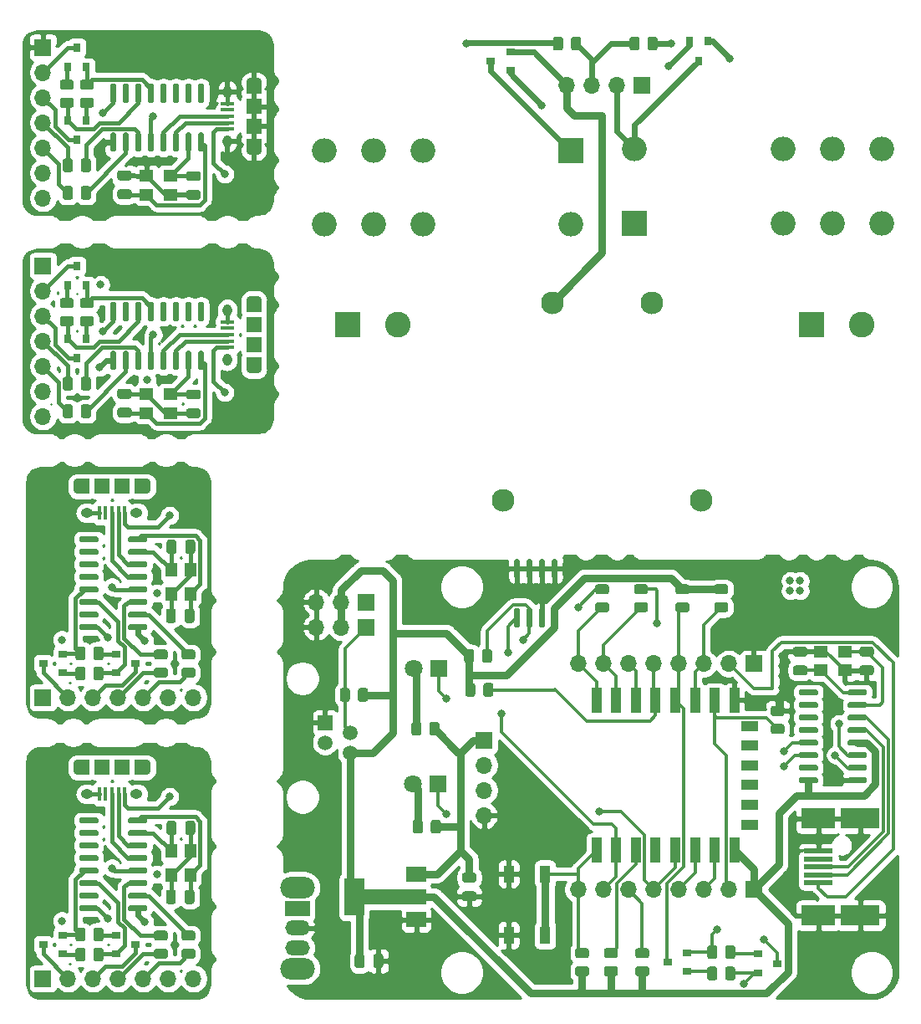
<source format=gbr>
%TF.GenerationSoftware,KiCad,Pcbnew,(5.1.7)-1*%
%TF.CreationDate,2021-02-24T10:57:43+01:00*%
%TF.ProjectId,Temperature-controller-with-ESP8266,54656d70-6572-4617-9475-72652d636f6e,rev?*%
%TF.SameCoordinates,Original*%
%TF.FileFunction,Copper,L1,Top*%
%TF.FilePolarity,Positive*%
%FSLAX46Y46*%
G04 Gerber Fmt 4.6, Leading zero omitted, Abs format (unit mm)*
G04 Created by KiCad (PCBNEW (5.1.7)-1) date 2021-02-24 10:57:43*
%MOMM*%
%LPD*%
G01*
G04 APERTURE LIST*
%TA.AperFunction,ComponentPad*%
%ADD10O,1.700000X1.700000*%
%TD*%
%TA.AperFunction,ComponentPad*%
%ADD11R,1.700000X1.700000*%
%TD*%
%TA.AperFunction,SMDPad,CuDef*%
%ADD12R,1.200000X1.400000*%
%TD*%
%TA.AperFunction,SMDPad,CuDef*%
%ADD13R,0.900000X0.800000*%
%TD*%
%TA.AperFunction,ComponentPad*%
%ADD14O,0.890000X1.550000*%
%TD*%
%TA.AperFunction,SMDPad,CuDef*%
%ADD15R,1.200000X1.550000*%
%TD*%
%TA.AperFunction,SMDPad,CuDef*%
%ADD16R,1.500000X1.550000*%
%TD*%
%TA.AperFunction,ComponentPad*%
%ADD17O,1.250000X0.950000*%
%TD*%
%TA.AperFunction,SMDPad,CuDef*%
%ADD18R,0.400000X1.350000*%
%TD*%
%TA.AperFunction,SMDPad,CuDef*%
%ADD19R,1.400000X1.200000*%
%TD*%
%TA.AperFunction,SMDPad,CuDef*%
%ADD20R,0.800000X0.900000*%
%TD*%
%TA.AperFunction,ComponentPad*%
%ADD21O,1.550000X0.890000*%
%TD*%
%TA.AperFunction,SMDPad,CuDef*%
%ADD22R,1.550000X1.200000*%
%TD*%
%TA.AperFunction,SMDPad,CuDef*%
%ADD23R,1.550000X1.500000*%
%TD*%
%TA.AperFunction,ComponentPad*%
%ADD24O,0.950000X1.250000*%
%TD*%
%TA.AperFunction,SMDPad,CuDef*%
%ADD25R,1.350000X0.400000*%
%TD*%
%TA.AperFunction,SMDPad,CuDef*%
%ADD26R,1.100000X1.800000*%
%TD*%
%TA.AperFunction,ComponentPad*%
%ADD27R,1.500000X1.500000*%
%TD*%
%TA.AperFunction,ComponentPad*%
%ADD28C,1.500000*%
%TD*%
%TA.AperFunction,ComponentPad*%
%ADD29R,2.500000X2.500000*%
%TD*%
%TA.AperFunction,ComponentPad*%
%ADD30O,2.500000X2.500000*%
%TD*%
%TA.AperFunction,SMDPad,CuDef*%
%ADD31R,1.000000X2.500000*%
%TD*%
%TA.AperFunction,SMDPad,CuDef*%
%ADD32R,1.800000X1.000000*%
%TD*%
%TA.AperFunction,SMDPad,CuDef*%
%ADD33R,2.000000X1.500000*%
%TD*%
%TA.AperFunction,SMDPad,CuDef*%
%ADD34R,2.000000X3.800000*%
%TD*%
%TA.AperFunction,SMDPad,CuDef*%
%ADD35R,4.000000X2.050000*%
%TD*%
%TA.AperFunction,SMDPad,CuDef*%
%ADD36R,3.500000X2.050000*%
%TD*%
%TA.AperFunction,SMDPad,CuDef*%
%ADD37R,3.000000X0.500000*%
%TD*%
%TA.AperFunction,ComponentPad*%
%ADD38C,1.800000*%
%TD*%
%TA.AperFunction,ComponentPad*%
%ADD39R,1.800000X1.800000*%
%TD*%
%TA.AperFunction,ComponentPad*%
%ADD40O,3.500000X2.200000*%
%TD*%
%TA.AperFunction,ComponentPad*%
%ADD41O,2.500000X1.500000*%
%TD*%
%TA.AperFunction,ComponentPad*%
%ADD42R,2.500000X1.500000*%
%TD*%
%TA.AperFunction,ComponentPad*%
%ADD43C,2.600000*%
%TD*%
%TA.AperFunction,ComponentPad*%
%ADD44R,2.600000X2.600000*%
%TD*%
%TA.AperFunction,ComponentPad*%
%ADD45C,2.300000*%
%TD*%
%TA.AperFunction,ViaPad*%
%ADD46C,0.800000*%
%TD*%
%TA.AperFunction,Conductor*%
%ADD47C,0.400000*%
%TD*%
%TA.AperFunction,Conductor*%
%ADD48C,0.600000*%
%TD*%
%TA.AperFunction,Conductor*%
%ADD49C,0.300000*%
%TD*%
%TA.AperFunction,Conductor*%
%ADD50C,0.800000*%
%TD*%
%TA.AperFunction,Conductor*%
%ADD51C,1.500000*%
%TD*%
%TA.AperFunction,Conductor*%
%ADD52C,0.254000*%
%TD*%
%TA.AperFunction,Conductor*%
%ADD53C,0.100000*%
%TD*%
%TA.AperFunction,NonConductor*%
%ADD54C,0.254000*%
%TD*%
%TA.AperFunction,NonConductor*%
%ADD55C,0.100000*%
%TD*%
G04 APERTURE END LIST*
D10*
%TO.P,J12,7*%
%TO.N,N/C*%
X111252000Y-138303000D03*
%TO.P,J12,6*%
X108712000Y-138303000D03*
%TO.P,J12,5*%
X106172000Y-138303000D03*
%TO.P,J12,4*%
X103632000Y-138303000D03*
%TO.P,J12,3*%
X101092000Y-138303000D03*
%TO.P,J12,2*%
X98552000Y-138303000D03*
D11*
%TO.P,J12,1*%
X96012000Y-138303000D03*
%TD*%
D12*
%TO.P,Y2,4*%
%TO.N,N/C*%
X110932000Y-125419000D03*
%TO.P,Y2,3*%
X110932000Y-127819000D03*
%TO.P,Y2,2*%
X109032000Y-127819000D03*
%TO.P,Y2,1*%
X109032000Y-125419000D03*
%TD*%
%TO.P,R21,1*%
%TO.N,N/C*%
%TA.AperFunction,SMDPad,CuDef*%
G36*
G01*
X99286000Y-136340001D02*
X99286000Y-135439999D01*
G75*
G02*
X99535999Y-135190000I249999J0D01*
G01*
X100061001Y-135190000D01*
G75*
G02*
X100311000Y-135439999I0J-249999D01*
G01*
X100311000Y-136340001D01*
G75*
G02*
X100061001Y-136590000I-249999J0D01*
G01*
X99535999Y-136590000D01*
G75*
G02*
X99286000Y-136340001I0J249999D01*
G01*
G37*
%TD.AperFunction*%
%TO.P,R21,2*%
%TA.AperFunction,SMDPad,CuDef*%
G36*
G01*
X101111000Y-136340001D02*
X101111000Y-135439999D01*
G75*
G02*
X101360999Y-135190000I249999J0D01*
G01*
X101886001Y-135190000D01*
G75*
G02*
X102136000Y-135439999I0J-249999D01*
G01*
X102136000Y-136340001D01*
G75*
G02*
X101886001Y-136590000I-249999J0D01*
G01*
X101360999Y-136590000D01*
G75*
G02*
X101111000Y-136340001I0J249999D01*
G01*
G37*
%TD.AperFunction*%
%TD*%
%TO.P,R19,1*%
%TO.N,N/C*%
%TA.AperFunction,SMDPad,CuDef*%
G36*
G01*
X107499999Y-133449000D02*
X108400001Y-133449000D01*
G75*
G02*
X108650000Y-133698999I0J-249999D01*
G01*
X108650000Y-134224001D01*
G75*
G02*
X108400001Y-134474000I-249999J0D01*
G01*
X107499999Y-134474000D01*
G75*
G02*
X107250000Y-134224001I0J249999D01*
G01*
X107250000Y-133698999D01*
G75*
G02*
X107499999Y-133449000I249999J0D01*
G01*
G37*
%TD.AperFunction*%
%TO.P,R19,2*%
%TA.AperFunction,SMDPad,CuDef*%
G36*
G01*
X107499999Y-135274000D02*
X108400001Y-135274000D01*
G75*
G02*
X108650000Y-135523999I0J-249999D01*
G01*
X108650000Y-136049001D01*
G75*
G02*
X108400001Y-136299000I-249999J0D01*
G01*
X107499999Y-136299000D01*
G75*
G02*
X107250000Y-136049001I0J249999D01*
G01*
X107250000Y-135523999D01*
G75*
G02*
X107499999Y-135274000I249999J0D01*
G01*
G37*
%TD.AperFunction*%
%TD*%
%TO.P,R18,2*%
%TO.N,N/C*%
%TA.AperFunction,SMDPad,CuDef*%
G36*
G01*
X111194001Y-134474000D02*
X110293999Y-134474000D01*
G75*
G02*
X110044000Y-134224001I0J249999D01*
G01*
X110044000Y-133698999D01*
G75*
G02*
X110293999Y-133449000I249999J0D01*
G01*
X111194001Y-133449000D01*
G75*
G02*
X111444000Y-133698999I0J-249999D01*
G01*
X111444000Y-134224001D01*
G75*
G02*
X111194001Y-134474000I-249999J0D01*
G01*
G37*
%TD.AperFunction*%
%TO.P,R18,1*%
%TA.AperFunction,SMDPad,CuDef*%
G36*
G01*
X111194001Y-136299000D02*
X110293999Y-136299000D01*
G75*
G02*
X110044000Y-136049001I0J249999D01*
G01*
X110044000Y-135523999D01*
G75*
G02*
X110293999Y-135274000I249999J0D01*
G01*
X111194001Y-135274000D01*
G75*
G02*
X111444000Y-135523999I0J-249999D01*
G01*
X111444000Y-136049001D01*
G75*
G02*
X111194001Y-136299000I-249999J0D01*
G01*
G37*
%TD.AperFunction*%
%TD*%
D13*
%TO.P,Q6,3*%
%TO.N,N/C*%
X96028000Y-134874000D03*
%TO.P,Q6,2*%
X98028000Y-133924000D03*
%TO.P,Q6,1*%
X98028000Y-135824000D03*
%TD*%
%TO.P,C5,1*%
%TO.N,N/C*%
%TA.AperFunction,SMDPad,CuDef*%
G36*
G01*
X108532000Y-123538000D02*
X108532000Y-122588000D01*
G75*
G02*
X108782000Y-122338000I250000J0D01*
G01*
X109282000Y-122338000D01*
G75*
G02*
X109532000Y-122588000I0J-250000D01*
G01*
X109532000Y-123538000D01*
G75*
G02*
X109282000Y-123788000I-250000J0D01*
G01*
X108782000Y-123788000D01*
G75*
G02*
X108532000Y-123538000I0J250000D01*
G01*
G37*
%TD.AperFunction*%
%TO.P,C5,2*%
%TA.AperFunction,SMDPad,CuDef*%
G36*
G01*
X110432000Y-123538000D02*
X110432000Y-122588000D01*
G75*
G02*
X110682000Y-122338000I250000J0D01*
G01*
X111182000Y-122338000D01*
G75*
G02*
X111432000Y-122588000I0J-250000D01*
G01*
X111432000Y-123538000D01*
G75*
G02*
X111182000Y-123788000I-250000J0D01*
G01*
X110682000Y-123788000D01*
G75*
G02*
X110432000Y-123538000I0J250000D01*
G01*
G37*
%TD.AperFunction*%
%TD*%
D14*
%TO.P,J11,6*%
%TO.N,N/C*%
X99497000Y-116937000D03*
X106497000Y-116937000D03*
D15*
X100097000Y-116937000D03*
X105897000Y-116937000D03*
D16*
X101997000Y-116937000D03*
X103997000Y-116937000D03*
D17*
X100497000Y-119637000D03*
X105497000Y-119637000D03*
D18*
%TO.P,J11,5*%
X101697000Y-119637000D03*
%TO.P,J11,4*%
X102347000Y-119637000D03*
%TO.P,J11,3*%
X102997000Y-119637000D03*
%TO.P,J11,2*%
X103647000Y-119637000D03*
%TO.P,J11,1*%
X104297000Y-119637000D03*
%TD*%
%TO.P,C6,2*%
%TO.N,N/C*%
%TA.AperFunction,SMDPad,CuDef*%
G36*
G01*
X109466000Y-129573000D02*
X109466000Y-130523000D01*
G75*
G02*
X109216000Y-130773000I-250000J0D01*
G01*
X108716000Y-130773000D01*
G75*
G02*
X108466000Y-130523000I0J250000D01*
G01*
X108466000Y-129573000D01*
G75*
G02*
X108716000Y-129323000I250000J0D01*
G01*
X109216000Y-129323000D01*
G75*
G02*
X109466000Y-129573000I0J-250000D01*
G01*
G37*
%TD.AperFunction*%
%TO.P,C6,1*%
%TA.AperFunction,SMDPad,CuDef*%
G36*
G01*
X111366000Y-129573000D02*
X111366000Y-130523000D01*
G75*
G02*
X111116000Y-130773000I-250000J0D01*
G01*
X110616000Y-130773000D01*
G75*
G02*
X110366000Y-130523000I0J250000D01*
G01*
X110366000Y-129573000D01*
G75*
G02*
X110616000Y-129323000I250000J0D01*
G01*
X111116000Y-129323000D01*
G75*
G02*
X111366000Y-129573000I0J-250000D01*
G01*
G37*
%TD.AperFunction*%
%TD*%
D13*
%TO.P,Q5,1*%
%TO.N,N/C*%
X103394000Y-133924000D03*
%TO.P,Q5,2*%
X103394000Y-135824000D03*
%TO.P,Q5,3*%
X105394000Y-134874000D03*
%TD*%
%TO.P,U7,16*%
%TO.N,N/C*%
%TA.AperFunction,SMDPad,CuDef*%
G36*
G01*
X101624000Y-131041000D02*
X101624000Y-131341000D01*
G75*
G02*
X101474000Y-131491000I-150000J0D01*
G01*
X99824000Y-131491000D01*
G75*
G02*
X99674000Y-131341000I0J150000D01*
G01*
X99674000Y-131041000D01*
G75*
G02*
X99824000Y-130891000I150000J0D01*
G01*
X101474000Y-130891000D01*
G75*
G02*
X101624000Y-131041000I0J-150000D01*
G01*
G37*
%TD.AperFunction*%
%TO.P,U7,15*%
%TA.AperFunction,SMDPad,CuDef*%
G36*
G01*
X101624000Y-129771000D02*
X101624000Y-130071000D01*
G75*
G02*
X101474000Y-130221000I-150000J0D01*
G01*
X99824000Y-130221000D01*
G75*
G02*
X99674000Y-130071000I0J150000D01*
G01*
X99674000Y-129771000D01*
G75*
G02*
X99824000Y-129621000I150000J0D01*
G01*
X101474000Y-129621000D01*
G75*
G02*
X101624000Y-129771000I0J-150000D01*
G01*
G37*
%TD.AperFunction*%
%TO.P,U7,14*%
%TA.AperFunction,SMDPad,CuDef*%
G36*
G01*
X101624000Y-128501000D02*
X101624000Y-128801000D01*
G75*
G02*
X101474000Y-128951000I-150000J0D01*
G01*
X99824000Y-128951000D01*
G75*
G02*
X99674000Y-128801000I0J150000D01*
G01*
X99674000Y-128501000D01*
G75*
G02*
X99824000Y-128351000I150000J0D01*
G01*
X101474000Y-128351000D01*
G75*
G02*
X101624000Y-128501000I0J-150000D01*
G01*
G37*
%TD.AperFunction*%
%TO.P,U7,13*%
%TA.AperFunction,SMDPad,CuDef*%
G36*
G01*
X101624000Y-127231000D02*
X101624000Y-127531000D01*
G75*
G02*
X101474000Y-127681000I-150000J0D01*
G01*
X99824000Y-127681000D01*
G75*
G02*
X99674000Y-127531000I0J150000D01*
G01*
X99674000Y-127231000D01*
G75*
G02*
X99824000Y-127081000I150000J0D01*
G01*
X101474000Y-127081000D01*
G75*
G02*
X101624000Y-127231000I0J-150000D01*
G01*
G37*
%TD.AperFunction*%
%TO.P,U7,12*%
%TA.AperFunction,SMDPad,CuDef*%
G36*
G01*
X101624000Y-125961000D02*
X101624000Y-126261000D01*
G75*
G02*
X101474000Y-126411000I-150000J0D01*
G01*
X99824000Y-126411000D01*
G75*
G02*
X99674000Y-126261000I0J150000D01*
G01*
X99674000Y-125961000D01*
G75*
G02*
X99824000Y-125811000I150000J0D01*
G01*
X101474000Y-125811000D01*
G75*
G02*
X101624000Y-125961000I0J-150000D01*
G01*
G37*
%TD.AperFunction*%
%TO.P,U7,11*%
%TA.AperFunction,SMDPad,CuDef*%
G36*
G01*
X101624000Y-124691000D02*
X101624000Y-124991000D01*
G75*
G02*
X101474000Y-125141000I-150000J0D01*
G01*
X99824000Y-125141000D01*
G75*
G02*
X99674000Y-124991000I0J150000D01*
G01*
X99674000Y-124691000D01*
G75*
G02*
X99824000Y-124541000I150000J0D01*
G01*
X101474000Y-124541000D01*
G75*
G02*
X101624000Y-124691000I0J-150000D01*
G01*
G37*
%TD.AperFunction*%
%TO.P,U7,10*%
%TA.AperFunction,SMDPad,CuDef*%
G36*
G01*
X101624000Y-123421000D02*
X101624000Y-123721000D01*
G75*
G02*
X101474000Y-123871000I-150000J0D01*
G01*
X99824000Y-123871000D01*
G75*
G02*
X99674000Y-123721000I0J150000D01*
G01*
X99674000Y-123421000D01*
G75*
G02*
X99824000Y-123271000I150000J0D01*
G01*
X101474000Y-123271000D01*
G75*
G02*
X101624000Y-123421000I0J-150000D01*
G01*
G37*
%TD.AperFunction*%
%TO.P,U7,9*%
%TA.AperFunction,SMDPad,CuDef*%
G36*
G01*
X101624000Y-122151000D02*
X101624000Y-122451000D01*
G75*
G02*
X101474000Y-122601000I-150000J0D01*
G01*
X99824000Y-122601000D01*
G75*
G02*
X99674000Y-122451000I0J150000D01*
G01*
X99674000Y-122151000D01*
G75*
G02*
X99824000Y-122001000I150000J0D01*
G01*
X101474000Y-122001000D01*
G75*
G02*
X101624000Y-122151000I0J-150000D01*
G01*
G37*
%TD.AperFunction*%
%TO.P,U7,8*%
%TA.AperFunction,SMDPad,CuDef*%
G36*
G01*
X106574000Y-122151000D02*
X106574000Y-122451000D01*
G75*
G02*
X106424000Y-122601000I-150000J0D01*
G01*
X104774000Y-122601000D01*
G75*
G02*
X104624000Y-122451000I0J150000D01*
G01*
X104624000Y-122151000D01*
G75*
G02*
X104774000Y-122001000I150000J0D01*
G01*
X106424000Y-122001000D01*
G75*
G02*
X106574000Y-122151000I0J-150000D01*
G01*
G37*
%TD.AperFunction*%
%TO.P,U7,7*%
%TA.AperFunction,SMDPad,CuDef*%
G36*
G01*
X106574000Y-123421000D02*
X106574000Y-123721000D01*
G75*
G02*
X106424000Y-123871000I-150000J0D01*
G01*
X104774000Y-123871000D01*
G75*
G02*
X104624000Y-123721000I0J150000D01*
G01*
X104624000Y-123421000D01*
G75*
G02*
X104774000Y-123271000I150000J0D01*
G01*
X106424000Y-123271000D01*
G75*
G02*
X106574000Y-123421000I0J-150000D01*
G01*
G37*
%TD.AperFunction*%
%TO.P,U7,6*%
%TA.AperFunction,SMDPad,CuDef*%
G36*
G01*
X106574000Y-124691000D02*
X106574000Y-124991000D01*
G75*
G02*
X106424000Y-125141000I-150000J0D01*
G01*
X104774000Y-125141000D01*
G75*
G02*
X104624000Y-124991000I0J150000D01*
G01*
X104624000Y-124691000D01*
G75*
G02*
X104774000Y-124541000I150000J0D01*
G01*
X106424000Y-124541000D01*
G75*
G02*
X106574000Y-124691000I0J-150000D01*
G01*
G37*
%TD.AperFunction*%
%TO.P,U7,5*%
%TA.AperFunction,SMDPad,CuDef*%
G36*
G01*
X106574000Y-125961000D02*
X106574000Y-126261000D01*
G75*
G02*
X106424000Y-126411000I-150000J0D01*
G01*
X104774000Y-126411000D01*
G75*
G02*
X104624000Y-126261000I0J150000D01*
G01*
X104624000Y-125961000D01*
G75*
G02*
X104774000Y-125811000I150000J0D01*
G01*
X106424000Y-125811000D01*
G75*
G02*
X106574000Y-125961000I0J-150000D01*
G01*
G37*
%TD.AperFunction*%
%TO.P,U7,4*%
%TA.AperFunction,SMDPad,CuDef*%
G36*
G01*
X106574000Y-127231000D02*
X106574000Y-127531000D01*
G75*
G02*
X106424000Y-127681000I-150000J0D01*
G01*
X104774000Y-127681000D01*
G75*
G02*
X104624000Y-127531000I0J150000D01*
G01*
X104624000Y-127231000D01*
G75*
G02*
X104774000Y-127081000I150000J0D01*
G01*
X106424000Y-127081000D01*
G75*
G02*
X106574000Y-127231000I0J-150000D01*
G01*
G37*
%TD.AperFunction*%
%TO.P,U7,3*%
%TA.AperFunction,SMDPad,CuDef*%
G36*
G01*
X106574000Y-128501000D02*
X106574000Y-128801000D01*
G75*
G02*
X106424000Y-128951000I-150000J0D01*
G01*
X104774000Y-128951000D01*
G75*
G02*
X104624000Y-128801000I0J150000D01*
G01*
X104624000Y-128501000D01*
G75*
G02*
X104774000Y-128351000I150000J0D01*
G01*
X106424000Y-128351000D01*
G75*
G02*
X106574000Y-128501000I0J-150000D01*
G01*
G37*
%TD.AperFunction*%
%TO.P,U7,2*%
%TA.AperFunction,SMDPad,CuDef*%
G36*
G01*
X106574000Y-129771000D02*
X106574000Y-130071000D01*
G75*
G02*
X106424000Y-130221000I-150000J0D01*
G01*
X104774000Y-130221000D01*
G75*
G02*
X104624000Y-130071000I0J150000D01*
G01*
X104624000Y-129771000D01*
G75*
G02*
X104774000Y-129621000I150000J0D01*
G01*
X106424000Y-129621000D01*
G75*
G02*
X106574000Y-129771000I0J-150000D01*
G01*
G37*
%TD.AperFunction*%
%TO.P,U7,1*%
%TA.AperFunction,SMDPad,CuDef*%
G36*
G01*
X106574000Y-131041000D02*
X106574000Y-131341000D01*
G75*
G02*
X106424000Y-131491000I-150000J0D01*
G01*
X104774000Y-131491000D01*
G75*
G02*
X104624000Y-131341000I0J150000D01*
G01*
X104624000Y-131041000D01*
G75*
G02*
X104774000Y-130891000I150000J0D01*
G01*
X106424000Y-130891000D01*
G75*
G02*
X106574000Y-131041000I0J-150000D01*
G01*
G37*
%TD.AperFunction*%
%TD*%
%TO.P,R20,2*%
%TO.N,N/C*%
%TA.AperFunction,SMDPad,CuDef*%
G36*
G01*
X100311000Y-133407999D02*
X100311000Y-134308001D01*
G75*
G02*
X100061001Y-134558000I-249999J0D01*
G01*
X99535999Y-134558000D01*
G75*
G02*
X99286000Y-134308001I0J249999D01*
G01*
X99286000Y-133407999D01*
G75*
G02*
X99535999Y-133158000I249999J0D01*
G01*
X100061001Y-133158000D01*
G75*
G02*
X100311000Y-133407999I0J-249999D01*
G01*
G37*
%TD.AperFunction*%
%TO.P,R20,1*%
%TA.AperFunction,SMDPad,CuDef*%
G36*
G01*
X102136000Y-133407999D02*
X102136000Y-134308001D01*
G75*
G02*
X101886001Y-134558000I-249999J0D01*
G01*
X101360999Y-134558000D01*
G75*
G02*
X101111000Y-134308001I0J249999D01*
G01*
X101111000Y-133407999D01*
G75*
G02*
X101360999Y-133158000I249999J0D01*
G01*
X101886001Y-133158000D01*
G75*
G02*
X102136000Y-133407999I0J-249999D01*
G01*
G37*
%TD.AperFunction*%
%TD*%
D10*
%TO.P,J12,7*%
%TO.N,N/C*%
X111252000Y-109855000D03*
%TO.P,J12,6*%
X108712000Y-109855000D03*
%TO.P,J12,5*%
X106172000Y-109855000D03*
%TO.P,J12,4*%
X103632000Y-109855000D03*
%TO.P,J12,3*%
X101092000Y-109855000D03*
%TO.P,J12,2*%
X98552000Y-109855000D03*
D11*
%TO.P,J12,1*%
X96012000Y-109855000D03*
%TD*%
D12*
%TO.P,Y2,4*%
%TO.N,N/C*%
X110932000Y-96971000D03*
%TO.P,Y2,3*%
X110932000Y-99371000D03*
%TO.P,Y2,2*%
X109032000Y-99371000D03*
%TO.P,Y2,1*%
X109032000Y-96971000D03*
%TD*%
%TO.P,R21,1*%
%TO.N,N/C*%
%TA.AperFunction,SMDPad,CuDef*%
G36*
G01*
X99286000Y-107892001D02*
X99286000Y-106991999D01*
G75*
G02*
X99535999Y-106742000I249999J0D01*
G01*
X100061001Y-106742000D01*
G75*
G02*
X100311000Y-106991999I0J-249999D01*
G01*
X100311000Y-107892001D01*
G75*
G02*
X100061001Y-108142000I-249999J0D01*
G01*
X99535999Y-108142000D01*
G75*
G02*
X99286000Y-107892001I0J249999D01*
G01*
G37*
%TD.AperFunction*%
%TO.P,R21,2*%
%TA.AperFunction,SMDPad,CuDef*%
G36*
G01*
X101111000Y-107892001D02*
X101111000Y-106991999D01*
G75*
G02*
X101360999Y-106742000I249999J0D01*
G01*
X101886001Y-106742000D01*
G75*
G02*
X102136000Y-106991999I0J-249999D01*
G01*
X102136000Y-107892001D01*
G75*
G02*
X101886001Y-108142000I-249999J0D01*
G01*
X101360999Y-108142000D01*
G75*
G02*
X101111000Y-107892001I0J249999D01*
G01*
G37*
%TD.AperFunction*%
%TD*%
%TO.P,R19,1*%
%TO.N,N/C*%
%TA.AperFunction,SMDPad,CuDef*%
G36*
G01*
X107499999Y-105001000D02*
X108400001Y-105001000D01*
G75*
G02*
X108650000Y-105250999I0J-249999D01*
G01*
X108650000Y-105776001D01*
G75*
G02*
X108400001Y-106026000I-249999J0D01*
G01*
X107499999Y-106026000D01*
G75*
G02*
X107250000Y-105776001I0J249999D01*
G01*
X107250000Y-105250999D01*
G75*
G02*
X107499999Y-105001000I249999J0D01*
G01*
G37*
%TD.AperFunction*%
%TO.P,R19,2*%
%TA.AperFunction,SMDPad,CuDef*%
G36*
G01*
X107499999Y-106826000D02*
X108400001Y-106826000D01*
G75*
G02*
X108650000Y-107075999I0J-249999D01*
G01*
X108650000Y-107601001D01*
G75*
G02*
X108400001Y-107851000I-249999J0D01*
G01*
X107499999Y-107851000D01*
G75*
G02*
X107250000Y-107601001I0J249999D01*
G01*
X107250000Y-107075999D01*
G75*
G02*
X107499999Y-106826000I249999J0D01*
G01*
G37*
%TD.AperFunction*%
%TD*%
%TO.P,R18,2*%
%TO.N,N/C*%
%TA.AperFunction,SMDPad,CuDef*%
G36*
G01*
X111194001Y-106026000D02*
X110293999Y-106026000D01*
G75*
G02*
X110044000Y-105776001I0J249999D01*
G01*
X110044000Y-105250999D01*
G75*
G02*
X110293999Y-105001000I249999J0D01*
G01*
X111194001Y-105001000D01*
G75*
G02*
X111444000Y-105250999I0J-249999D01*
G01*
X111444000Y-105776001D01*
G75*
G02*
X111194001Y-106026000I-249999J0D01*
G01*
G37*
%TD.AperFunction*%
%TO.P,R18,1*%
%TA.AperFunction,SMDPad,CuDef*%
G36*
G01*
X111194001Y-107851000D02*
X110293999Y-107851000D01*
G75*
G02*
X110044000Y-107601001I0J249999D01*
G01*
X110044000Y-107075999D01*
G75*
G02*
X110293999Y-106826000I249999J0D01*
G01*
X111194001Y-106826000D01*
G75*
G02*
X111444000Y-107075999I0J-249999D01*
G01*
X111444000Y-107601001D01*
G75*
G02*
X111194001Y-107851000I-249999J0D01*
G01*
G37*
%TD.AperFunction*%
%TD*%
D13*
%TO.P,Q6,3*%
%TO.N,N/C*%
X96028000Y-106426000D03*
%TO.P,Q6,2*%
X98028000Y-105476000D03*
%TO.P,Q6,1*%
X98028000Y-107376000D03*
%TD*%
%TO.P,C5,1*%
%TO.N,N/C*%
%TA.AperFunction,SMDPad,CuDef*%
G36*
G01*
X108532000Y-95090000D02*
X108532000Y-94140000D01*
G75*
G02*
X108782000Y-93890000I250000J0D01*
G01*
X109282000Y-93890000D01*
G75*
G02*
X109532000Y-94140000I0J-250000D01*
G01*
X109532000Y-95090000D01*
G75*
G02*
X109282000Y-95340000I-250000J0D01*
G01*
X108782000Y-95340000D01*
G75*
G02*
X108532000Y-95090000I0J250000D01*
G01*
G37*
%TD.AperFunction*%
%TO.P,C5,2*%
%TA.AperFunction,SMDPad,CuDef*%
G36*
G01*
X110432000Y-95090000D02*
X110432000Y-94140000D01*
G75*
G02*
X110682000Y-93890000I250000J0D01*
G01*
X111182000Y-93890000D01*
G75*
G02*
X111432000Y-94140000I0J-250000D01*
G01*
X111432000Y-95090000D01*
G75*
G02*
X111182000Y-95340000I-250000J0D01*
G01*
X110682000Y-95340000D01*
G75*
G02*
X110432000Y-95090000I0J250000D01*
G01*
G37*
%TD.AperFunction*%
%TD*%
D14*
%TO.P,J11,6*%
%TO.N,N/C*%
X99497000Y-88489000D03*
X106497000Y-88489000D03*
D15*
X100097000Y-88489000D03*
X105897000Y-88489000D03*
D16*
X101997000Y-88489000D03*
X103997000Y-88489000D03*
D17*
X100497000Y-91189000D03*
X105497000Y-91189000D03*
D18*
%TO.P,J11,5*%
X101697000Y-91189000D03*
%TO.P,J11,4*%
X102347000Y-91189000D03*
%TO.P,J11,3*%
X102997000Y-91189000D03*
%TO.P,J11,2*%
X103647000Y-91189000D03*
%TO.P,J11,1*%
X104297000Y-91189000D03*
%TD*%
%TO.P,C6,2*%
%TO.N,N/C*%
%TA.AperFunction,SMDPad,CuDef*%
G36*
G01*
X109466000Y-101125000D02*
X109466000Y-102075000D01*
G75*
G02*
X109216000Y-102325000I-250000J0D01*
G01*
X108716000Y-102325000D01*
G75*
G02*
X108466000Y-102075000I0J250000D01*
G01*
X108466000Y-101125000D01*
G75*
G02*
X108716000Y-100875000I250000J0D01*
G01*
X109216000Y-100875000D01*
G75*
G02*
X109466000Y-101125000I0J-250000D01*
G01*
G37*
%TD.AperFunction*%
%TO.P,C6,1*%
%TA.AperFunction,SMDPad,CuDef*%
G36*
G01*
X111366000Y-101125000D02*
X111366000Y-102075000D01*
G75*
G02*
X111116000Y-102325000I-250000J0D01*
G01*
X110616000Y-102325000D01*
G75*
G02*
X110366000Y-102075000I0J250000D01*
G01*
X110366000Y-101125000D01*
G75*
G02*
X110616000Y-100875000I250000J0D01*
G01*
X111116000Y-100875000D01*
G75*
G02*
X111366000Y-101125000I0J-250000D01*
G01*
G37*
%TD.AperFunction*%
%TD*%
D13*
%TO.P,Q5,1*%
%TO.N,N/C*%
X103394000Y-105476000D03*
%TO.P,Q5,2*%
X103394000Y-107376000D03*
%TO.P,Q5,3*%
X105394000Y-106426000D03*
%TD*%
%TO.P,U7,16*%
%TO.N,N/C*%
%TA.AperFunction,SMDPad,CuDef*%
G36*
G01*
X101624000Y-102593000D02*
X101624000Y-102893000D01*
G75*
G02*
X101474000Y-103043000I-150000J0D01*
G01*
X99824000Y-103043000D01*
G75*
G02*
X99674000Y-102893000I0J150000D01*
G01*
X99674000Y-102593000D01*
G75*
G02*
X99824000Y-102443000I150000J0D01*
G01*
X101474000Y-102443000D01*
G75*
G02*
X101624000Y-102593000I0J-150000D01*
G01*
G37*
%TD.AperFunction*%
%TO.P,U7,15*%
%TA.AperFunction,SMDPad,CuDef*%
G36*
G01*
X101624000Y-101323000D02*
X101624000Y-101623000D01*
G75*
G02*
X101474000Y-101773000I-150000J0D01*
G01*
X99824000Y-101773000D01*
G75*
G02*
X99674000Y-101623000I0J150000D01*
G01*
X99674000Y-101323000D01*
G75*
G02*
X99824000Y-101173000I150000J0D01*
G01*
X101474000Y-101173000D01*
G75*
G02*
X101624000Y-101323000I0J-150000D01*
G01*
G37*
%TD.AperFunction*%
%TO.P,U7,14*%
%TA.AperFunction,SMDPad,CuDef*%
G36*
G01*
X101624000Y-100053000D02*
X101624000Y-100353000D01*
G75*
G02*
X101474000Y-100503000I-150000J0D01*
G01*
X99824000Y-100503000D01*
G75*
G02*
X99674000Y-100353000I0J150000D01*
G01*
X99674000Y-100053000D01*
G75*
G02*
X99824000Y-99903000I150000J0D01*
G01*
X101474000Y-99903000D01*
G75*
G02*
X101624000Y-100053000I0J-150000D01*
G01*
G37*
%TD.AperFunction*%
%TO.P,U7,13*%
%TA.AperFunction,SMDPad,CuDef*%
G36*
G01*
X101624000Y-98783000D02*
X101624000Y-99083000D01*
G75*
G02*
X101474000Y-99233000I-150000J0D01*
G01*
X99824000Y-99233000D01*
G75*
G02*
X99674000Y-99083000I0J150000D01*
G01*
X99674000Y-98783000D01*
G75*
G02*
X99824000Y-98633000I150000J0D01*
G01*
X101474000Y-98633000D01*
G75*
G02*
X101624000Y-98783000I0J-150000D01*
G01*
G37*
%TD.AperFunction*%
%TO.P,U7,12*%
%TA.AperFunction,SMDPad,CuDef*%
G36*
G01*
X101624000Y-97513000D02*
X101624000Y-97813000D01*
G75*
G02*
X101474000Y-97963000I-150000J0D01*
G01*
X99824000Y-97963000D01*
G75*
G02*
X99674000Y-97813000I0J150000D01*
G01*
X99674000Y-97513000D01*
G75*
G02*
X99824000Y-97363000I150000J0D01*
G01*
X101474000Y-97363000D01*
G75*
G02*
X101624000Y-97513000I0J-150000D01*
G01*
G37*
%TD.AperFunction*%
%TO.P,U7,11*%
%TA.AperFunction,SMDPad,CuDef*%
G36*
G01*
X101624000Y-96243000D02*
X101624000Y-96543000D01*
G75*
G02*
X101474000Y-96693000I-150000J0D01*
G01*
X99824000Y-96693000D01*
G75*
G02*
X99674000Y-96543000I0J150000D01*
G01*
X99674000Y-96243000D01*
G75*
G02*
X99824000Y-96093000I150000J0D01*
G01*
X101474000Y-96093000D01*
G75*
G02*
X101624000Y-96243000I0J-150000D01*
G01*
G37*
%TD.AperFunction*%
%TO.P,U7,10*%
%TA.AperFunction,SMDPad,CuDef*%
G36*
G01*
X101624000Y-94973000D02*
X101624000Y-95273000D01*
G75*
G02*
X101474000Y-95423000I-150000J0D01*
G01*
X99824000Y-95423000D01*
G75*
G02*
X99674000Y-95273000I0J150000D01*
G01*
X99674000Y-94973000D01*
G75*
G02*
X99824000Y-94823000I150000J0D01*
G01*
X101474000Y-94823000D01*
G75*
G02*
X101624000Y-94973000I0J-150000D01*
G01*
G37*
%TD.AperFunction*%
%TO.P,U7,9*%
%TA.AperFunction,SMDPad,CuDef*%
G36*
G01*
X101624000Y-93703000D02*
X101624000Y-94003000D01*
G75*
G02*
X101474000Y-94153000I-150000J0D01*
G01*
X99824000Y-94153000D01*
G75*
G02*
X99674000Y-94003000I0J150000D01*
G01*
X99674000Y-93703000D01*
G75*
G02*
X99824000Y-93553000I150000J0D01*
G01*
X101474000Y-93553000D01*
G75*
G02*
X101624000Y-93703000I0J-150000D01*
G01*
G37*
%TD.AperFunction*%
%TO.P,U7,8*%
%TA.AperFunction,SMDPad,CuDef*%
G36*
G01*
X106574000Y-93703000D02*
X106574000Y-94003000D01*
G75*
G02*
X106424000Y-94153000I-150000J0D01*
G01*
X104774000Y-94153000D01*
G75*
G02*
X104624000Y-94003000I0J150000D01*
G01*
X104624000Y-93703000D01*
G75*
G02*
X104774000Y-93553000I150000J0D01*
G01*
X106424000Y-93553000D01*
G75*
G02*
X106574000Y-93703000I0J-150000D01*
G01*
G37*
%TD.AperFunction*%
%TO.P,U7,7*%
%TA.AperFunction,SMDPad,CuDef*%
G36*
G01*
X106574000Y-94973000D02*
X106574000Y-95273000D01*
G75*
G02*
X106424000Y-95423000I-150000J0D01*
G01*
X104774000Y-95423000D01*
G75*
G02*
X104624000Y-95273000I0J150000D01*
G01*
X104624000Y-94973000D01*
G75*
G02*
X104774000Y-94823000I150000J0D01*
G01*
X106424000Y-94823000D01*
G75*
G02*
X106574000Y-94973000I0J-150000D01*
G01*
G37*
%TD.AperFunction*%
%TO.P,U7,6*%
%TA.AperFunction,SMDPad,CuDef*%
G36*
G01*
X106574000Y-96243000D02*
X106574000Y-96543000D01*
G75*
G02*
X106424000Y-96693000I-150000J0D01*
G01*
X104774000Y-96693000D01*
G75*
G02*
X104624000Y-96543000I0J150000D01*
G01*
X104624000Y-96243000D01*
G75*
G02*
X104774000Y-96093000I150000J0D01*
G01*
X106424000Y-96093000D01*
G75*
G02*
X106574000Y-96243000I0J-150000D01*
G01*
G37*
%TD.AperFunction*%
%TO.P,U7,5*%
%TA.AperFunction,SMDPad,CuDef*%
G36*
G01*
X106574000Y-97513000D02*
X106574000Y-97813000D01*
G75*
G02*
X106424000Y-97963000I-150000J0D01*
G01*
X104774000Y-97963000D01*
G75*
G02*
X104624000Y-97813000I0J150000D01*
G01*
X104624000Y-97513000D01*
G75*
G02*
X104774000Y-97363000I150000J0D01*
G01*
X106424000Y-97363000D01*
G75*
G02*
X106574000Y-97513000I0J-150000D01*
G01*
G37*
%TD.AperFunction*%
%TO.P,U7,4*%
%TA.AperFunction,SMDPad,CuDef*%
G36*
G01*
X106574000Y-98783000D02*
X106574000Y-99083000D01*
G75*
G02*
X106424000Y-99233000I-150000J0D01*
G01*
X104774000Y-99233000D01*
G75*
G02*
X104624000Y-99083000I0J150000D01*
G01*
X104624000Y-98783000D01*
G75*
G02*
X104774000Y-98633000I150000J0D01*
G01*
X106424000Y-98633000D01*
G75*
G02*
X106574000Y-98783000I0J-150000D01*
G01*
G37*
%TD.AperFunction*%
%TO.P,U7,3*%
%TA.AperFunction,SMDPad,CuDef*%
G36*
G01*
X106574000Y-100053000D02*
X106574000Y-100353000D01*
G75*
G02*
X106424000Y-100503000I-150000J0D01*
G01*
X104774000Y-100503000D01*
G75*
G02*
X104624000Y-100353000I0J150000D01*
G01*
X104624000Y-100053000D01*
G75*
G02*
X104774000Y-99903000I150000J0D01*
G01*
X106424000Y-99903000D01*
G75*
G02*
X106574000Y-100053000I0J-150000D01*
G01*
G37*
%TD.AperFunction*%
%TO.P,U7,2*%
%TA.AperFunction,SMDPad,CuDef*%
G36*
G01*
X106574000Y-101323000D02*
X106574000Y-101623000D01*
G75*
G02*
X106424000Y-101773000I-150000J0D01*
G01*
X104774000Y-101773000D01*
G75*
G02*
X104624000Y-101623000I0J150000D01*
G01*
X104624000Y-101323000D01*
G75*
G02*
X104774000Y-101173000I150000J0D01*
G01*
X106424000Y-101173000D01*
G75*
G02*
X106574000Y-101323000I0J-150000D01*
G01*
G37*
%TD.AperFunction*%
%TO.P,U7,1*%
%TA.AperFunction,SMDPad,CuDef*%
G36*
G01*
X106574000Y-102593000D02*
X106574000Y-102893000D01*
G75*
G02*
X106424000Y-103043000I-150000J0D01*
G01*
X104774000Y-103043000D01*
G75*
G02*
X104624000Y-102893000I0J150000D01*
G01*
X104624000Y-102593000D01*
G75*
G02*
X104774000Y-102443000I150000J0D01*
G01*
X106424000Y-102443000D01*
G75*
G02*
X106574000Y-102593000I0J-150000D01*
G01*
G37*
%TD.AperFunction*%
%TD*%
%TO.P,R20,2*%
%TO.N,N/C*%
%TA.AperFunction,SMDPad,CuDef*%
G36*
G01*
X100311000Y-104959999D02*
X100311000Y-105860001D01*
G75*
G02*
X100061001Y-106110000I-249999J0D01*
G01*
X99535999Y-106110000D01*
G75*
G02*
X99286000Y-105860001I0J249999D01*
G01*
X99286000Y-104959999D01*
G75*
G02*
X99535999Y-104710000I249999J0D01*
G01*
X100061001Y-104710000D01*
G75*
G02*
X100311000Y-104959999I0J-249999D01*
G01*
G37*
%TD.AperFunction*%
%TO.P,R20,1*%
%TA.AperFunction,SMDPad,CuDef*%
G36*
G01*
X102136000Y-104959999D02*
X102136000Y-105860001D01*
G75*
G02*
X101886001Y-106110000I-249999J0D01*
G01*
X101360999Y-106110000D01*
G75*
G02*
X101111000Y-105860001I0J249999D01*
G01*
X101111000Y-104959999D01*
G75*
G02*
X101360999Y-104710000I249999J0D01*
G01*
X101886001Y-104710000D01*
G75*
G02*
X102136000Y-104959999I0J-249999D01*
G01*
G37*
%TD.AperFunction*%
%TD*%
D10*
%TO.P,J12,7*%
%TO.N,N/C*%
X96012000Y-81407000D03*
%TO.P,J12,6*%
X96012000Y-78867000D03*
%TO.P,J12,5*%
X96012000Y-76327000D03*
%TO.P,J12,4*%
X96012000Y-73787000D03*
%TO.P,J12,3*%
X96012000Y-71247000D03*
%TO.P,J12,2*%
X96012000Y-68707000D03*
D11*
%TO.P,J12,1*%
X96012000Y-66167000D03*
%TD*%
D19*
%TO.P,Y2,4*%
%TO.N,N/C*%
X108896000Y-81087000D03*
%TO.P,Y2,3*%
X106496000Y-81087000D03*
%TO.P,Y2,2*%
X106496000Y-79187000D03*
%TO.P,Y2,1*%
X108896000Y-79187000D03*
%TD*%
%TO.P,R21,1*%
%TO.N,N/C*%
%TA.AperFunction,SMDPad,CuDef*%
G36*
G01*
X97974999Y-69441000D02*
X98875001Y-69441000D01*
G75*
G02*
X99125000Y-69690999I0J-249999D01*
G01*
X99125000Y-70216001D01*
G75*
G02*
X98875001Y-70466000I-249999J0D01*
G01*
X97974999Y-70466000D01*
G75*
G02*
X97725000Y-70216001I0J249999D01*
G01*
X97725000Y-69690999D01*
G75*
G02*
X97974999Y-69441000I249999J0D01*
G01*
G37*
%TD.AperFunction*%
%TO.P,R21,2*%
%TA.AperFunction,SMDPad,CuDef*%
G36*
G01*
X97974999Y-71266000D02*
X98875001Y-71266000D01*
G75*
G02*
X99125000Y-71515999I0J-249999D01*
G01*
X99125000Y-72041001D01*
G75*
G02*
X98875001Y-72291000I-249999J0D01*
G01*
X97974999Y-72291000D01*
G75*
G02*
X97725000Y-72041001I0J249999D01*
G01*
X97725000Y-71515999D01*
G75*
G02*
X97974999Y-71266000I249999J0D01*
G01*
G37*
%TD.AperFunction*%
%TD*%
%TO.P,R19,1*%
%TO.N,N/C*%
%TA.AperFunction,SMDPad,CuDef*%
G36*
G01*
X100866000Y-77654999D02*
X100866000Y-78555001D01*
G75*
G02*
X100616001Y-78805000I-249999J0D01*
G01*
X100090999Y-78805000D01*
G75*
G02*
X99841000Y-78555001I0J249999D01*
G01*
X99841000Y-77654999D01*
G75*
G02*
X100090999Y-77405000I249999J0D01*
G01*
X100616001Y-77405000D01*
G75*
G02*
X100866000Y-77654999I0J-249999D01*
G01*
G37*
%TD.AperFunction*%
%TO.P,R19,2*%
%TA.AperFunction,SMDPad,CuDef*%
G36*
G01*
X99041000Y-77654999D02*
X99041000Y-78555001D01*
G75*
G02*
X98791001Y-78805000I-249999J0D01*
G01*
X98265999Y-78805000D01*
G75*
G02*
X98016000Y-78555001I0J249999D01*
G01*
X98016000Y-77654999D01*
G75*
G02*
X98265999Y-77405000I249999J0D01*
G01*
X98791001Y-77405000D01*
G75*
G02*
X99041000Y-77654999I0J-249999D01*
G01*
G37*
%TD.AperFunction*%
%TD*%
%TO.P,R18,2*%
%TO.N,N/C*%
%TA.AperFunction,SMDPad,CuDef*%
G36*
G01*
X99841000Y-81349001D02*
X99841000Y-80448999D01*
G75*
G02*
X100090999Y-80199000I249999J0D01*
G01*
X100616001Y-80199000D01*
G75*
G02*
X100866000Y-80448999I0J-249999D01*
G01*
X100866000Y-81349001D01*
G75*
G02*
X100616001Y-81599000I-249999J0D01*
G01*
X100090999Y-81599000D01*
G75*
G02*
X99841000Y-81349001I0J249999D01*
G01*
G37*
%TD.AperFunction*%
%TO.P,R18,1*%
%TA.AperFunction,SMDPad,CuDef*%
G36*
G01*
X98016000Y-81349001D02*
X98016000Y-80448999D01*
G75*
G02*
X98265999Y-80199000I249999J0D01*
G01*
X98791001Y-80199000D01*
G75*
G02*
X99041000Y-80448999I0J-249999D01*
G01*
X99041000Y-81349001D01*
G75*
G02*
X98791001Y-81599000I-249999J0D01*
G01*
X98265999Y-81599000D01*
G75*
G02*
X98016000Y-81349001I0J249999D01*
G01*
G37*
%TD.AperFunction*%
%TD*%
D20*
%TO.P,Q6,3*%
%TO.N,N/C*%
X99441000Y-66183000D03*
%TO.P,Q6,2*%
X100391000Y-68183000D03*
%TO.P,Q6,1*%
X98491000Y-68183000D03*
%TD*%
%TO.P,C5,1*%
%TO.N,N/C*%
%TA.AperFunction,SMDPad,CuDef*%
G36*
G01*
X110777000Y-78687000D02*
X111727000Y-78687000D01*
G75*
G02*
X111977000Y-78937000I0J-250000D01*
G01*
X111977000Y-79437000D01*
G75*
G02*
X111727000Y-79687000I-250000J0D01*
G01*
X110777000Y-79687000D01*
G75*
G02*
X110527000Y-79437000I0J250000D01*
G01*
X110527000Y-78937000D01*
G75*
G02*
X110777000Y-78687000I250000J0D01*
G01*
G37*
%TD.AperFunction*%
%TO.P,C5,2*%
%TA.AperFunction,SMDPad,CuDef*%
G36*
G01*
X110777000Y-80587000D02*
X111727000Y-80587000D01*
G75*
G02*
X111977000Y-80837000I0J-250000D01*
G01*
X111977000Y-81337000D01*
G75*
G02*
X111727000Y-81587000I-250000J0D01*
G01*
X110777000Y-81587000D01*
G75*
G02*
X110527000Y-81337000I0J250000D01*
G01*
X110527000Y-80837000D01*
G75*
G02*
X110777000Y-80587000I250000J0D01*
G01*
G37*
%TD.AperFunction*%
%TD*%
D21*
%TO.P,J11,6*%
%TO.N,N/C*%
X117378000Y-69652000D03*
X117378000Y-76652000D03*
D22*
X117378000Y-70252000D03*
X117378000Y-76052000D03*
D23*
X117378000Y-72152000D03*
X117378000Y-74152000D03*
D24*
X114678000Y-70652000D03*
X114678000Y-75652000D03*
D25*
%TO.P,J11,5*%
X114678000Y-71852000D03*
%TO.P,J11,4*%
X114678000Y-72502000D03*
%TO.P,J11,3*%
X114678000Y-73152000D03*
%TO.P,J11,2*%
X114678000Y-73802000D03*
%TO.P,J11,1*%
X114678000Y-74452000D03*
%TD*%
%TO.P,C6,2*%
%TO.N,N/C*%
%TA.AperFunction,SMDPad,CuDef*%
G36*
G01*
X104742000Y-79621000D02*
X103792000Y-79621000D01*
G75*
G02*
X103542000Y-79371000I0J250000D01*
G01*
X103542000Y-78871000D01*
G75*
G02*
X103792000Y-78621000I250000J0D01*
G01*
X104742000Y-78621000D01*
G75*
G02*
X104992000Y-78871000I0J-250000D01*
G01*
X104992000Y-79371000D01*
G75*
G02*
X104742000Y-79621000I-250000J0D01*
G01*
G37*
%TD.AperFunction*%
%TO.P,C6,1*%
%TA.AperFunction,SMDPad,CuDef*%
G36*
G01*
X104742000Y-81521000D02*
X103792000Y-81521000D01*
G75*
G02*
X103542000Y-81271000I0J250000D01*
G01*
X103542000Y-80771000D01*
G75*
G02*
X103792000Y-80521000I250000J0D01*
G01*
X104742000Y-80521000D01*
G75*
G02*
X104992000Y-80771000I0J-250000D01*
G01*
X104992000Y-81271000D01*
G75*
G02*
X104742000Y-81521000I-250000J0D01*
G01*
G37*
%TD.AperFunction*%
%TD*%
D20*
%TO.P,Q5,1*%
%TO.N,N/C*%
X100391000Y-73549000D03*
%TO.P,Q5,2*%
X98491000Y-73549000D03*
%TO.P,Q5,3*%
X99441000Y-75549000D03*
%TD*%
%TO.P,U7,16*%
%TO.N,N/C*%
%TA.AperFunction,SMDPad,CuDef*%
G36*
G01*
X103274000Y-71779000D02*
X102974000Y-71779000D01*
G75*
G02*
X102824000Y-71629000I0J150000D01*
G01*
X102824000Y-69979000D01*
G75*
G02*
X102974000Y-69829000I150000J0D01*
G01*
X103274000Y-69829000D01*
G75*
G02*
X103424000Y-69979000I0J-150000D01*
G01*
X103424000Y-71629000D01*
G75*
G02*
X103274000Y-71779000I-150000J0D01*
G01*
G37*
%TD.AperFunction*%
%TO.P,U7,15*%
%TA.AperFunction,SMDPad,CuDef*%
G36*
G01*
X104544000Y-71779000D02*
X104244000Y-71779000D01*
G75*
G02*
X104094000Y-71629000I0J150000D01*
G01*
X104094000Y-69979000D01*
G75*
G02*
X104244000Y-69829000I150000J0D01*
G01*
X104544000Y-69829000D01*
G75*
G02*
X104694000Y-69979000I0J-150000D01*
G01*
X104694000Y-71629000D01*
G75*
G02*
X104544000Y-71779000I-150000J0D01*
G01*
G37*
%TD.AperFunction*%
%TO.P,U7,14*%
%TA.AperFunction,SMDPad,CuDef*%
G36*
G01*
X105814000Y-71779000D02*
X105514000Y-71779000D01*
G75*
G02*
X105364000Y-71629000I0J150000D01*
G01*
X105364000Y-69979000D01*
G75*
G02*
X105514000Y-69829000I150000J0D01*
G01*
X105814000Y-69829000D01*
G75*
G02*
X105964000Y-69979000I0J-150000D01*
G01*
X105964000Y-71629000D01*
G75*
G02*
X105814000Y-71779000I-150000J0D01*
G01*
G37*
%TD.AperFunction*%
%TO.P,U7,13*%
%TA.AperFunction,SMDPad,CuDef*%
G36*
G01*
X107084000Y-71779000D02*
X106784000Y-71779000D01*
G75*
G02*
X106634000Y-71629000I0J150000D01*
G01*
X106634000Y-69979000D01*
G75*
G02*
X106784000Y-69829000I150000J0D01*
G01*
X107084000Y-69829000D01*
G75*
G02*
X107234000Y-69979000I0J-150000D01*
G01*
X107234000Y-71629000D01*
G75*
G02*
X107084000Y-71779000I-150000J0D01*
G01*
G37*
%TD.AperFunction*%
%TO.P,U7,12*%
%TA.AperFunction,SMDPad,CuDef*%
G36*
G01*
X108354000Y-71779000D02*
X108054000Y-71779000D01*
G75*
G02*
X107904000Y-71629000I0J150000D01*
G01*
X107904000Y-69979000D01*
G75*
G02*
X108054000Y-69829000I150000J0D01*
G01*
X108354000Y-69829000D01*
G75*
G02*
X108504000Y-69979000I0J-150000D01*
G01*
X108504000Y-71629000D01*
G75*
G02*
X108354000Y-71779000I-150000J0D01*
G01*
G37*
%TD.AperFunction*%
%TO.P,U7,11*%
%TA.AperFunction,SMDPad,CuDef*%
G36*
G01*
X109624000Y-71779000D02*
X109324000Y-71779000D01*
G75*
G02*
X109174000Y-71629000I0J150000D01*
G01*
X109174000Y-69979000D01*
G75*
G02*
X109324000Y-69829000I150000J0D01*
G01*
X109624000Y-69829000D01*
G75*
G02*
X109774000Y-69979000I0J-150000D01*
G01*
X109774000Y-71629000D01*
G75*
G02*
X109624000Y-71779000I-150000J0D01*
G01*
G37*
%TD.AperFunction*%
%TO.P,U7,10*%
%TA.AperFunction,SMDPad,CuDef*%
G36*
G01*
X110894000Y-71779000D02*
X110594000Y-71779000D01*
G75*
G02*
X110444000Y-71629000I0J150000D01*
G01*
X110444000Y-69979000D01*
G75*
G02*
X110594000Y-69829000I150000J0D01*
G01*
X110894000Y-69829000D01*
G75*
G02*
X111044000Y-69979000I0J-150000D01*
G01*
X111044000Y-71629000D01*
G75*
G02*
X110894000Y-71779000I-150000J0D01*
G01*
G37*
%TD.AperFunction*%
%TO.P,U7,9*%
%TA.AperFunction,SMDPad,CuDef*%
G36*
G01*
X112164000Y-71779000D02*
X111864000Y-71779000D01*
G75*
G02*
X111714000Y-71629000I0J150000D01*
G01*
X111714000Y-69979000D01*
G75*
G02*
X111864000Y-69829000I150000J0D01*
G01*
X112164000Y-69829000D01*
G75*
G02*
X112314000Y-69979000I0J-150000D01*
G01*
X112314000Y-71629000D01*
G75*
G02*
X112164000Y-71779000I-150000J0D01*
G01*
G37*
%TD.AperFunction*%
%TO.P,U7,8*%
%TA.AperFunction,SMDPad,CuDef*%
G36*
G01*
X112164000Y-76729000D02*
X111864000Y-76729000D01*
G75*
G02*
X111714000Y-76579000I0J150000D01*
G01*
X111714000Y-74929000D01*
G75*
G02*
X111864000Y-74779000I150000J0D01*
G01*
X112164000Y-74779000D01*
G75*
G02*
X112314000Y-74929000I0J-150000D01*
G01*
X112314000Y-76579000D01*
G75*
G02*
X112164000Y-76729000I-150000J0D01*
G01*
G37*
%TD.AperFunction*%
%TO.P,U7,7*%
%TA.AperFunction,SMDPad,CuDef*%
G36*
G01*
X110894000Y-76729000D02*
X110594000Y-76729000D01*
G75*
G02*
X110444000Y-76579000I0J150000D01*
G01*
X110444000Y-74929000D01*
G75*
G02*
X110594000Y-74779000I150000J0D01*
G01*
X110894000Y-74779000D01*
G75*
G02*
X111044000Y-74929000I0J-150000D01*
G01*
X111044000Y-76579000D01*
G75*
G02*
X110894000Y-76729000I-150000J0D01*
G01*
G37*
%TD.AperFunction*%
%TO.P,U7,6*%
%TA.AperFunction,SMDPad,CuDef*%
G36*
G01*
X109624000Y-76729000D02*
X109324000Y-76729000D01*
G75*
G02*
X109174000Y-76579000I0J150000D01*
G01*
X109174000Y-74929000D01*
G75*
G02*
X109324000Y-74779000I150000J0D01*
G01*
X109624000Y-74779000D01*
G75*
G02*
X109774000Y-74929000I0J-150000D01*
G01*
X109774000Y-76579000D01*
G75*
G02*
X109624000Y-76729000I-150000J0D01*
G01*
G37*
%TD.AperFunction*%
%TO.P,U7,5*%
%TA.AperFunction,SMDPad,CuDef*%
G36*
G01*
X108354000Y-76729000D02*
X108054000Y-76729000D01*
G75*
G02*
X107904000Y-76579000I0J150000D01*
G01*
X107904000Y-74929000D01*
G75*
G02*
X108054000Y-74779000I150000J0D01*
G01*
X108354000Y-74779000D01*
G75*
G02*
X108504000Y-74929000I0J-150000D01*
G01*
X108504000Y-76579000D01*
G75*
G02*
X108354000Y-76729000I-150000J0D01*
G01*
G37*
%TD.AperFunction*%
%TO.P,U7,4*%
%TA.AperFunction,SMDPad,CuDef*%
G36*
G01*
X107084000Y-76729000D02*
X106784000Y-76729000D01*
G75*
G02*
X106634000Y-76579000I0J150000D01*
G01*
X106634000Y-74929000D01*
G75*
G02*
X106784000Y-74779000I150000J0D01*
G01*
X107084000Y-74779000D01*
G75*
G02*
X107234000Y-74929000I0J-150000D01*
G01*
X107234000Y-76579000D01*
G75*
G02*
X107084000Y-76729000I-150000J0D01*
G01*
G37*
%TD.AperFunction*%
%TO.P,U7,3*%
%TA.AperFunction,SMDPad,CuDef*%
G36*
G01*
X105814000Y-76729000D02*
X105514000Y-76729000D01*
G75*
G02*
X105364000Y-76579000I0J150000D01*
G01*
X105364000Y-74929000D01*
G75*
G02*
X105514000Y-74779000I150000J0D01*
G01*
X105814000Y-74779000D01*
G75*
G02*
X105964000Y-74929000I0J-150000D01*
G01*
X105964000Y-76579000D01*
G75*
G02*
X105814000Y-76729000I-150000J0D01*
G01*
G37*
%TD.AperFunction*%
%TO.P,U7,2*%
%TA.AperFunction,SMDPad,CuDef*%
G36*
G01*
X104544000Y-76729000D02*
X104244000Y-76729000D01*
G75*
G02*
X104094000Y-76579000I0J150000D01*
G01*
X104094000Y-74929000D01*
G75*
G02*
X104244000Y-74779000I150000J0D01*
G01*
X104544000Y-74779000D01*
G75*
G02*
X104694000Y-74929000I0J-150000D01*
G01*
X104694000Y-76579000D01*
G75*
G02*
X104544000Y-76729000I-150000J0D01*
G01*
G37*
%TD.AperFunction*%
%TO.P,U7,1*%
%TA.AperFunction,SMDPad,CuDef*%
G36*
G01*
X103274000Y-76729000D02*
X102974000Y-76729000D01*
G75*
G02*
X102824000Y-76579000I0J150000D01*
G01*
X102824000Y-74929000D01*
G75*
G02*
X102974000Y-74779000I150000J0D01*
G01*
X103274000Y-74779000D01*
G75*
G02*
X103424000Y-74929000I0J-150000D01*
G01*
X103424000Y-76579000D01*
G75*
G02*
X103274000Y-76729000I-150000J0D01*
G01*
G37*
%TD.AperFunction*%
%TD*%
%TO.P,R20,2*%
%TO.N,N/C*%
%TA.AperFunction,SMDPad,CuDef*%
G36*
G01*
X100907001Y-70466000D02*
X100006999Y-70466000D01*
G75*
G02*
X99757000Y-70216001I0J249999D01*
G01*
X99757000Y-69690999D01*
G75*
G02*
X100006999Y-69441000I249999J0D01*
G01*
X100907001Y-69441000D01*
G75*
G02*
X101157000Y-69690999I0J-249999D01*
G01*
X101157000Y-70216001D01*
G75*
G02*
X100907001Y-70466000I-249999J0D01*
G01*
G37*
%TD.AperFunction*%
%TO.P,R20,1*%
%TA.AperFunction,SMDPad,CuDef*%
G36*
G01*
X100907001Y-72291000D02*
X100006999Y-72291000D01*
G75*
G02*
X99757000Y-72041001I0J249999D01*
G01*
X99757000Y-71515999D01*
G75*
G02*
X100006999Y-71266000I249999J0D01*
G01*
X100907001Y-71266000D01*
G75*
G02*
X101157000Y-71515999I0J-249999D01*
G01*
X101157000Y-72041001D01*
G75*
G02*
X100907001Y-72291000I-249999J0D01*
G01*
G37*
%TD.AperFunction*%
%TD*%
%TO.P,C3,2*%
%TO.N,GND*%
%TA.AperFunction,SMDPad,CuDef*%
G36*
G01*
X138717000Y-129482000D02*
X139667000Y-129482000D01*
G75*
G02*
X139917000Y-129732000I0J-250000D01*
G01*
X139917000Y-130232000D01*
G75*
G02*
X139667000Y-130482000I-250000J0D01*
G01*
X138717000Y-130482000D01*
G75*
G02*
X138467000Y-130232000I0J250000D01*
G01*
X138467000Y-129732000D01*
G75*
G02*
X138717000Y-129482000I250000J0D01*
G01*
G37*
%TD.AperFunction*%
%TO.P,C3,1*%
%TO.N,+5V*%
%TA.AperFunction,SMDPad,CuDef*%
G36*
G01*
X138717000Y-127582000D02*
X139667000Y-127582000D01*
G75*
G02*
X139917000Y-127832000I0J-250000D01*
G01*
X139917000Y-128332000D01*
G75*
G02*
X139667000Y-128582000I-250000J0D01*
G01*
X138717000Y-128582000D01*
G75*
G02*
X138467000Y-128332000I0J250000D01*
G01*
X138467000Y-127832000D01*
G75*
G02*
X138717000Y-127582000I250000J0D01*
G01*
G37*
%TD.AperFunction*%
%TD*%
D26*
%TO.P,SW1,2*%
%TO.N,RST*%
X146884000Y-127710000D03*
X146884000Y-133910000D03*
%TO.P,SW1,1*%
%TO.N,GND*%
X143184000Y-127710000D03*
X143184000Y-133910000D03*
%TD*%
D27*
%TO.P,J5,1*%
%TO.N,GND*%
X124587000Y-112395000D03*
D28*
%TO.P,J5,2*%
%TO.N,DATA*%
X127127000Y-113415000D03*
%TO.P,J5,3*%
%TO.N,N/C*%
X124587000Y-114435000D03*
%TO.P,J5,4*%
%TO.N,+3V3*%
X127127000Y-115455000D03*
%TD*%
%TO.P,R8,2*%
%TO.N,BUTTON*%
%TA.AperFunction,SMDPad,CuDef*%
G36*
G01*
X157168002Y-136252000D02*
X156267998Y-136252000D01*
G75*
G02*
X156018000Y-136002002I0J249998D01*
G01*
X156018000Y-135476998D01*
G75*
G02*
X156267998Y-135227000I249998J0D01*
G01*
X157168002Y-135227000D01*
G75*
G02*
X157418000Y-135476998I0J-249998D01*
G01*
X157418000Y-136002002D01*
G75*
G02*
X157168002Y-136252000I-249998J0D01*
G01*
G37*
%TD.AperFunction*%
%TO.P,R8,1*%
%TO.N,+3V3*%
%TA.AperFunction,SMDPad,CuDef*%
G36*
G01*
X157168002Y-138077000D02*
X156267998Y-138077000D01*
G75*
G02*
X156018000Y-137827002I0J249998D01*
G01*
X156018000Y-137301998D01*
G75*
G02*
X156267998Y-137052000I249998J0D01*
G01*
X157168002Y-137052000D01*
G75*
G02*
X157418000Y-137301998I0J-249998D01*
G01*
X157418000Y-137827002D01*
G75*
G02*
X157168002Y-138077000I-249998J0D01*
G01*
G37*
%TD.AperFunction*%
%TD*%
%TO.P,U6,8*%
%TO.N,+3V3*%
%TA.AperFunction,SMDPad,CuDef*%
G36*
G01*
X147678000Y-100814000D02*
X147978000Y-100814000D01*
G75*
G02*
X148128000Y-100964000I0J-150000D01*
G01*
X148128000Y-102614000D01*
G75*
G02*
X147978000Y-102764000I-150000J0D01*
G01*
X147678000Y-102764000D01*
G75*
G02*
X147528000Y-102614000I0J150000D01*
G01*
X147528000Y-100964000D01*
G75*
G02*
X147678000Y-100814000I150000J0D01*
G01*
G37*
%TD.AperFunction*%
%TO.P,U6,7*%
%TO.N,GND*%
%TA.AperFunction,SMDPad,CuDef*%
G36*
G01*
X146408000Y-100814000D02*
X146708000Y-100814000D01*
G75*
G02*
X146858000Y-100964000I0J-150000D01*
G01*
X146858000Y-102614000D01*
G75*
G02*
X146708000Y-102764000I-150000J0D01*
G01*
X146408000Y-102764000D01*
G75*
G02*
X146258000Y-102614000I0J150000D01*
G01*
X146258000Y-100964000D01*
G75*
G02*
X146408000Y-100814000I150000J0D01*
G01*
G37*
%TD.AperFunction*%
%TO.P,U6,6*%
%TO.N,GPIO5*%
%TA.AperFunction,SMDPad,CuDef*%
G36*
G01*
X145138000Y-100814000D02*
X145438000Y-100814000D01*
G75*
G02*
X145588000Y-100964000I0J-150000D01*
G01*
X145588000Y-102614000D01*
G75*
G02*
X145438000Y-102764000I-150000J0D01*
G01*
X145138000Y-102764000D01*
G75*
G02*
X144988000Y-102614000I0J150000D01*
G01*
X144988000Y-100964000D01*
G75*
G02*
X145138000Y-100814000I150000J0D01*
G01*
G37*
%TD.AperFunction*%
%TO.P,U6,5*%
%TO.N,GPIO4*%
%TA.AperFunction,SMDPad,CuDef*%
G36*
G01*
X143868000Y-100814000D02*
X144168000Y-100814000D01*
G75*
G02*
X144318000Y-100964000I0J-150000D01*
G01*
X144318000Y-102614000D01*
G75*
G02*
X144168000Y-102764000I-150000J0D01*
G01*
X143868000Y-102764000D01*
G75*
G02*
X143718000Y-102614000I0J150000D01*
G01*
X143718000Y-100964000D01*
G75*
G02*
X143868000Y-100814000I150000J0D01*
G01*
G37*
%TD.AperFunction*%
%TO.P,U6,4*%
%TO.N,GND*%
%TA.AperFunction,SMDPad,CuDef*%
G36*
G01*
X143868000Y-95864000D02*
X144168000Y-95864000D01*
G75*
G02*
X144318000Y-96014000I0J-150000D01*
G01*
X144318000Y-97664000D01*
G75*
G02*
X144168000Y-97814000I-150000J0D01*
G01*
X143868000Y-97814000D01*
G75*
G02*
X143718000Y-97664000I0J150000D01*
G01*
X143718000Y-96014000D01*
G75*
G02*
X143868000Y-95864000I150000J0D01*
G01*
G37*
%TD.AperFunction*%
%TO.P,U6,3*%
%TA.AperFunction,SMDPad,CuDef*%
G36*
G01*
X145138000Y-95864000D02*
X145438000Y-95864000D01*
G75*
G02*
X145588000Y-96014000I0J-150000D01*
G01*
X145588000Y-97664000D01*
G75*
G02*
X145438000Y-97814000I-150000J0D01*
G01*
X145138000Y-97814000D01*
G75*
G02*
X144988000Y-97664000I0J150000D01*
G01*
X144988000Y-96014000D01*
G75*
G02*
X145138000Y-95864000I150000J0D01*
G01*
G37*
%TD.AperFunction*%
%TO.P,U6,2*%
%TA.AperFunction,SMDPad,CuDef*%
G36*
G01*
X146408000Y-95864000D02*
X146708000Y-95864000D01*
G75*
G02*
X146858000Y-96014000I0J-150000D01*
G01*
X146858000Y-97664000D01*
G75*
G02*
X146708000Y-97814000I-150000J0D01*
G01*
X146408000Y-97814000D01*
G75*
G02*
X146258000Y-97664000I0J150000D01*
G01*
X146258000Y-96014000D01*
G75*
G02*
X146408000Y-95864000I150000J0D01*
G01*
G37*
%TD.AperFunction*%
%TO.P,U6,1*%
%TA.AperFunction,SMDPad,CuDef*%
G36*
G01*
X147678000Y-95864000D02*
X147978000Y-95864000D01*
G75*
G02*
X148128000Y-96014000I0J-150000D01*
G01*
X148128000Y-97664000D01*
G75*
G02*
X147978000Y-97814000I-150000J0D01*
G01*
X147678000Y-97814000D01*
G75*
G02*
X147528000Y-97664000I0J150000D01*
G01*
X147528000Y-96014000D01*
G75*
G02*
X147678000Y-95864000I150000J0D01*
G01*
G37*
%TD.AperFunction*%
%TD*%
%TO.P,R4,2*%
%TO.N,GPIO1*%
%TA.AperFunction,SMDPad,CuDef*%
G36*
G01*
X152203998Y-100222000D02*
X153104002Y-100222000D01*
G75*
G02*
X153354000Y-100471998I0J-249998D01*
G01*
X153354000Y-100997002D01*
G75*
G02*
X153104002Y-101247000I-249998J0D01*
G01*
X152203998Y-101247000D01*
G75*
G02*
X151954000Y-100997002I0J249998D01*
G01*
X151954000Y-100471998D01*
G75*
G02*
X152203998Y-100222000I249998J0D01*
G01*
G37*
%TD.AperFunction*%
%TO.P,R4,1*%
%TO.N,Net-(R4-Pad1)*%
%TA.AperFunction,SMDPad,CuDef*%
G36*
G01*
X152203998Y-98397000D02*
X153104002Y-98397000D01*
G75*
G02*
X153354000Y-98646998I0J-249998D01*
G01*
X153354000Y-99172002D01*
G75*
G02*
X153104002Y-99422000I-249998J0D01*
G01*
X152203998Y-99422000D01*
G75*
G02*
X151954000Y-99172002I0J249998D01*
G01*
X151954000Y-98646998D01*
G75*
G02*
X152203998Y-98397000I249998J0D01*
G01*
G37*
%TD.AperFunction*%
%TD*%
%TO.P,R3,2*%
%TO.N,Net-(R3-Pad2)*%
%TA.AperFunction,SMDPad,CuDef*%
G36*
G01*
X157041002Y-99422000D02*
X156140998Y-99422000D01*
G75*
G02*
X155891000Y-99172002I0J249998D01*
G01*
X155891000Y-98646998D01*
G75*
G02*
X156140998Y-98397000I249998J0D01*
G01*
X157041002Y-98397000D01*
G75*
G02*
X157291000Y-98646998I0J-249998D01*
G01*
X157291000Y-99172002D01*
G75*
G02*
X157041002Y-99422000I-249998J0D01*
G01*
G37*
%TD.AperFunction*%
%TO.P,R3,1*%
%TO.N,GPIO3*%
%TA.AperFunction,SMDPad,CuDef*%
G36*
G01*
X157041002Y-101247000D02*
X156140998Y-101247000D01*
G75*
G02*
X155891000Y-100997002I0J249998D01*
G01*
X155891000Y-100471998D01*
G75*
G02*
X156140998Y-100222000I249998J0D01*
G01*
X157041002Y-100222000D01*
G75*
G02*
X157291000Y-100471998I0J-249998D01*
G01*
X157291000Y-100997002D01*
G75*
G02*
X157041002Y-101247000I-249998J0D01*
G01*
G37*
%TD.AperFunction*%
%TD*%
%TO.P,R10,2*%
%TO.N,+3V3*%
%TA.AperFunction,SMDPad,CuDef*%
G36*
G01*
X165169002Y-99422000D02*
X164268998Y-99422000D01*
G75*
G02*
X164019000Y-99172002I0J249998D01*
G01*
X164019000Y-98646998D01*
G75*
G02*
X164268998Y-98397000I249998J0D01*
G01*
X165169002Y-98397000D01*
G75*
G02*
X165419000Y-98646998I0J-249998D01*
G01*
X165419000Y-99172002D01*
G75*
G02*
X165169002Y-99422000I-249998J0D01*
G01*
G37*
%TD.AperFunction*%
%TO.P,R10,1*%
%TO.N,GPIO2*%
%TA.AperFunction,SMDPad,CuDef*%
G36*
G01*
X165169002Y-101247000D02*
X164268998Y-101247000D01*
G75*
G02*
X164019000Y-100997002I0J249998D01*
G01*
X164019000Y-100471998D01*
G75*
G02*
X164268998Y-100222000I249998J0D01*
G01*
X165169002Y-100222000D01*
G75*
G02*
X165419000Y-100471998I0J-249998D01*
G01*
X165419000Y-100997002D01*
G75*
G02*
X165169002Y-101247000I-249998J0D01*
G01*
G37*
%TD.AperFunction*%
%TD*%
%TO.P,R9,2*%
%TO.N,GND*%
%TA.AperFunction,SMDPad,CuDef*%
G36*
G01*
X170884002Y-111741000D02*
X169983998Y-111741000D01*
G75*
G02*
X169734000Y-111491002I0J249998D01*
G01*
X169734000Y-110965998D01*
G75*
G02*
X169983998Y-110716000I249998J0D01*
G01*
X170884002Y-110716000D01*
G75*
G02*
X171134000Y-110965998I0J-249998D01*
G01*
X171134000Y-111491002D01*
G75*
G02*
X170884002Y-111741000I-249998J0D01*
G01*
G37*
%TD.AperFunction*%
%TO.P,R9,1*%
%TO.N,GPIO15*%
%TA.AperFunction,SMDPad,CuDef*%
G36*
G01*
X170884002Y-113566000D02*
X169983998Y-113566000D01*
G75*
G02*
X169734000Y-113316002I0J249998D01*
G01*
X169734000Y-112790998D01*
G75*
G02*
X169983998Y-112541000I249998J0D01*
G01*
X170884002Y-112541000D01*
G75*
G02*
X171134000Y-112790998I0J-249998D01*
G01*
X171134000Y-113316002D01*
G75*
G02*
X170884002Y-113566000I-249998J0D01*
G01*
G37*
%TD.AperFunction*%
%TD*%
%TO.P,R7,2*%
%TO.N,+3V3*%
%TA.AperFunction,SMDPad,CuDef*%
G36*
G01*
X161232002Y-99422000D02*
X160331998Y-99422000D01*
G75*
G02*
X160082000Y-99172002I0J249998D01*
G01*
X160082000Y-98646998D01*
G75*
G02*
X160331998Y-98397000I249998J0D01*
G01*
X161232002Y-98397000D01*
G75*
G02*
X161482000Y-98646998I0J-249998D01*
G01*
X161482000Y-99172002D01*
G75*
G02*
X161232002Y-99422000I-249998J0D01*
G01*
G37*
%TD.AperFunction*%
%TO.P,R7,1*%
%TO.N,GPIO0*%
%TA.AperFunction,SMDPad,CuDef*%
G36*
G01*
X161232002Y-101247000D02*
X160331998Y-101247000D01*
G75*
G02*
X160082000Y-100997002I0J249998D01*
G01*
X160082000Y-100471998D01*
G75*
G02*
X160331998Y-100222000I249998J0D01*
G01*
X161232002Y-100222000D01*
G75*
G02*
X161482000Y-100471998I0J-249998D01*
G01*
X161482000Y-100997002D01*
G75*
G02*
X161232002Y-101247000I-249998J0D01*
G01*
G37*
%TD.AperFunction*%
%TD*%
D10*
%TO.P,J2,4*%
%TO.N,GND*%
X140716000Y-121793000D03*
%TO.P,J2,3*%
%TO.N,GPIO14*%
X140716000Y-119253000D03*
%TO.P,J2,2*%
%TO.N,RELE_D*%
X140716000Y-116713000D03*
D11*
%TO.P,J2,1*%
%TO.N,+5V*%
X140716000Y-114173000D03*
%TD*%
D29*
%TO.P,RL2,1*%
%TO.N,Net-(D4-Pad2)*%
X149479000Y-54483000D03*
D30*
%TO.P,RL2,2*%
%TO.N,Net-(RL2-Pad2)*%
X134479000Y-54483000D03*
%TO.P,RL2,3*%
%TO.N,N*%
X129479000Y-54483000D03*
%TO.P,RL2,4*%
%TO.N,N_OUT*%
X124479000Y-54483000D03*
%TO.P,RL2,5*%
X124479000Y-61983000D03*
%TO.P,RL2,6*%
%TO.N,N*%
X129479000Y-61983000D03*
%TO.P,RL2,7*%
%TO.N,Net-(RL2-Pad2)*%
X134479000Y-61983000D03*
%TO.P,RL2,8*%
%TO.N,+5V*%
X149479000Y-61983000D03*
%TD*%
%TO.P,R13,2*%
%TO.N,GPIO14*%
%TA.AperFunction,SMDPad,CuDef*%
G36*
G01*
X156445000Y-43237998D02*
X156445000Y-44138002D01*
G75*
G02*
X156195002Y-44388000I-249998J0D01*
G01*
X155669998Y-44388000D01*
G75*
G02*
X155420000Y-44138002I0J249998D01*
G01*
X155420000Y-43237998D01*
G75*
G02*
X155669998Y-42988000I249998J0D01*
G01*
X156195002Y-42988000D01*
G75*
G02*
X156445000Y-43237998I0J-249998D01*
G01*
G37*
%TD.AperFunction*%
%TO.P,R13,1*%
%TO.N,Net-(R13-Pad1)*%
%TA.AperFunction,SMDPad,CuDef*%
G36*
G01*
X158270000Y-43237998D02*
X158270000Y-44138002D01*
G75*
G02*
X158020002Y-44388000I-249998J0D01*
G01*
X157494998Y-44388000D01*
G75*
G02*
X157245000Y-44138002I0J249998D01*
G01*
X157245000Y-43237998D01*
G75*
G02*
X157494998Y-42988000I249998J0D01*
G01*
X158020002Y-42988000D01*
G75*
G02*
X158270000Y-43237998I0J-249998D01*
G01*
G37*
%TD.AperFunction*%
%TD*%
D31*
%TO.P,U1,22*%
%TO.N,GPIO1*%
X152075000Y-110129000D03*
%TO.P,U1,21*%
%TO.N,GPIO3*%
X154075000Y-110129000D03*
%TO.P,U1,20*%
%TO.N,GPIO5*%
X156075000Y-110129000D03*
%TO.P,U1,19*%
%TO.N,GPIO4*%
X158075000Y-110129000D03*
%TO.P,U1,18*%
%TO.N,GPIO0*%
X160075000Y-110129000D03*
%TO.P,U1,17*%
%TO.N,GPIO2*%
X162075000Y-110129000D03*
%TO.P,U1,16*%
%TO.N,GPIO15*%
X164075000Y-110129000D03*
%TO.P,U1,15*%
%TO.N,GND*%
X166075000Y-110129000D03*
D32*
%TO.P,U1,14*%
%TO.N,N/C*%
X167575000Y-112729000D03*
%TO.P,U1,13*%
X167575000Y-114729000D03*
%TO.P,U1,12*%
X167575000Y-116729000D03*
%TO.P,U1,11*%
X167575000Y-118729000D03*
%TO.P,U1,10*%
X167575000Y-120729000D03*
%TO.P,U1,9*%
X167575000Y-122729000D03*
D31*
%TO.P,U1,8*%
%TO.N,+3V3*%
X166075000Y-125329000D03*
%TO.P,U1,7*%
%TO.N,GPIO13*%
X164075000Y-125329000D03*
%TO.P,U1,6*%
%TO.N,DATA*%
X162075000Y-125329000D03*
%TO.P,U1,5*%
%TO.N,GPIO14*%
X160075000Y-125329000D03*
%TO.P,U1,4*%
%TO.N,N/C*%
X158075000Y-125329000D03*
%TO.P,U1,3*%
%TO.N,Net-(R2-Pad2)*%
X156075000Y-125329000D03*
%TO.P,U1,2*%
%TO.N,ADC*%
X154075000Y-125329000D03*
%TO.P,U1,1*%
%TO.N,RST*%
X152075000Y-125329000D03*
%TD*%
D30*
%TO.P,RL1,8*%
%TO.N,RELE_D*%
X155956000Y-54349000D03*
%TO.P,RL1,7*%
%TO.N,Net-(RL1-Pad2)*%
X170956000Y-54349000D03*
%TO.P,RL1,6*%
%TO.N,L*%
X175956000Y-54349000D03*
%TO.P,RL1,5*%
%TO.N,L_OUT*%
X180956000Y-54349000D03*
%TO.P,RL1,4*%
X180956000Y-61849000D03*
%TO.P,RL1,3*%
%TO.N,L*%
X175956000Y-61849000D03*
%TO.P,RL1,2*%
%TO.N,Net-(RL1-Pad2)*%
X170956000Y-61849000D03*
D29*
%TO.P,RL1,1*%
%TO.N,+5V*%
X155956000Y-61849000D03*
%TD*%
D33*
%TO.P,U5,1*%
%TO.N,GND*%
X133833000Y-132348000D03*
%TO.P,U5,3*%
%TO.N,+5V*%
X133833000Y-127748000D03*
%TO.P,U5,2*%
%TO.N,+3V3*%
X133833000Y-130048000D03*
D34*
X127533000Y-130048000D03*
%TD*%
D35*
%TO.P,J1,6*%
%TO.N,GND*%
X178816000Y-122100000D03*
D36*
X174566000Y-122100000D03*
D35*
X178816000Y-131900000D03*
D36*
X174566000Y-131900000D03*
D37*
%TO.P,J1,5*%
X174566000Y-125400000D03*
%TO.P,J1,4*%
%TO.N,N/C*%
X174566000Y-126200000D03*
%TO.P,J1,3*%
%TO.N,Net-(J1-Pad3)*%
X174566000Y-127000000D03*
%TO.P,J1,2*%
%TO.N,Net-(J1-Pad2)*%
X174566000Y-127800000D03*
%TO.P,J1,1*%
%TO.N,+5V*%
X174566000Y-128600000D03*
%TD*%
%TO.P,R11,2*%
%TO.N,Net-(D1-Pad2)*%
%TA.AperFunction,SMDPad,CuDef*%
G36*
G01*
X134497500Y-122485998D02*
X134497500Y-123386002D01*
G75*
G02*
X134247502Y-123636000I-249998J0D01*
G01*
X133722498Y-123636000D01*
G75*
G02*
X133472500Y-123386002I0J249998D01*
G01*
X133472500Y-122485998D01*
G75*
G02*
X133722498Y-122236000I249998J0D01*
G01*
X134247502Y-122236000D01*
G75*
G02*
X134497500Y-122485998I0J-249998D01*
G01*
G37*
%TD.AperFunction*%
%TO.P,R11,1*%
%TO.N,+5V*%
%TA.AperFunction,SMDPad,CuDef*%
G36*
G01*
X136322500Y-122485998D02*
X136322500Y-123386002D01*
G75*
G02*
X136072502Y-123636000I-249998J0D01*
G01*
X135547498Y-123636000D01*
G75*
G02*
X135297500Y-123386002I0J249998D01*
G01*
X135297500Y-122485998D01*
G75*
G02*
X135547498Y-122236000I249998J0D01*
G01*
X136072502Y-122236000D01*
G75*
G02*
X136322500Y-122485998I0J-249998D01*
G01*
G37*
%TD.AperFunction*%
%TD*%
D38*
%TO.P,D1,2*%
%TO.N,Net-(D1-Pad2)*%
X133477000Y-118618000D03*
D39*
%TO.P,D1,1*%
%TO.N,Net-(D1-Pad1)*%
X136017000Y-118618000D03*
%TD*%
D38*
%TO.P,D2,2*%
%TO.N,Net-(D2-Pad2)*%
X133604000Y-106934000D03*
D39*
%TO.P,D2,1*%
%TO.N,RELE_D*%
X136144000Y-106934000D03*
%TD*%
D19*
%TO.P,Y1,4*%
%TO.N,GND*%
X177222000Y-107122000D03*
%TO.P,Y1,3*%
%TO.N,Net-(C2-Pad1)*%
X174822000Y-107122000D03*
%TO.P,Y1,2*%
%TO.N,GND*%
X174822000Y-105222000D03*
%TO.P,Y1,1*%
%TO.N,Net-(C1-Pad1)*%
X177222000Y-105222000D03*
%TD*%
D40*
%TO.P,SW2,*%
%TO.N,*%
X121793000Y-137291000D03*
X121793000Y-129091000D03*
D41*
%TO.P,SW2,3*%
%TO.N,Net-(D1-Pad1)*%
X121793000Y-135191000D03*
%TO.P,SW2,2*%
%TO.N,GND*%
X121793000Y-133191000D03*
D42*
%TO.P,SW2,1*%
%TO.N,BUTTON*%
X121793000Y-131191000D03*
%TD*%
%TO.P,R2,2*%
%TO.N,Net-(R2-Pad2)*%
%TA.AperFunction,SMDPad,CuDef*%
G36*
G01*
X153993002Y-136252000D02*
X153092998Y-136252000D01*
G75*
G02*
X152843000Y-136002002I0J249998D01*
G01*
X152843000Y-135476998D01*
G75*
G02*
X153092998Y-135227000I249998J0D01*
G01*
X153993002Y-135227000D01*
G75*
G02*
X154243000Y-135476998I0J-249998D01*
G01*
X154243000Y-136002002D01*
G75*
G02*
X153993002Y-136252000I-249998J0D01*
G01*
G37*
%TD.AperFunction*%
%TO.P,R2,1*%
%TO.N,+3V3*%
%TA.AperFunction,SMDPad,CuDef*%
G36*
G01*
X153993002Y-138077000D02*
X153092998Y-138077000D01*
G75*
G02*
X152843000Y-137827002I0J249998D01*
G01*
X152843000Y-137301998D01*
G75*
G02*
X153092998Y-137052000I249998J0D01*
G01*
X153993002Y-137052000D01*
G75*
G02*
X154243000Y-137301998I0J-249998D01*
G01*
X154243000Y-137827002D01*
G75*
G02*
X153993002Y-138077000I-249998J0D01*
G01*
G37*
%TD.AperFunction*%
%TD*%
%TO.P,C1,2*%
%TO.N,GND*%
%TA.AperFunction,SMDPad,CuDef*%
G36*
G01*
X178976000Y-106622000D02*
X179926000Y-106622000D01*
G75*
G02*
X180176000Y-106872000I0J-250000D01*
G01*
X180176000Y-107372000D01*
G75*
G02*
X179926000Y-107622000I-250000J0D01*
G01*
X178976000Y-107622000D01*
G75*
G02*
X178726000Y-107372000I0J250000D01*
G01*
X178726000Y-106872000D01*
G75*
G02*
X178976000Y-106622000I250000J0D01*
G01*
G37*
%TD.AperFunction*%
%TO.P,C1,1*%
%TO.N,Net-(C1-Pad1)*%
%TA.AperFunction,SMDPad,CuDef*%
G36*
G01*
X178976000Y-104722000D02*
X179926000Y-104722000D01*
G75*
G02*
X180176000Y-104972000I0J-250000D01*
G01*
X180176000Y-105472000D01*
G75*
G02*
X179926000Y-105722000I-250000J0D01*
G01*
X178976000Y-105722000D01*
G75*
G02*
X178726000Y-105472000I0J250000D01*
G01*
X178726000Y-104972000D01*
G75*
G02*
X178976000Y-104722000I250000J0D01*
G01*
G37*
%TD.AperFunction*%
%TD*%
%TO.P,C2,2*%
%TO.N,GND*%
%TA.AperFunction,SMDPad,CuDef*%
G36*
G01*
X173195000Y-105722000D02*
X172245000Y-105722000D01*
G75*
G02*
X171995000Y-105472000I0J250000D01*
G01*
X171995000Y-104972000D01*
G75*
G02*
X172245000Y-104722000I250000J0D01*
G01*
X173195000Y-104722000D01*
G75*
G02*
X173445000Y-104972000I0J-250000D01*
G01*
X173445000Y-105472000D01*
G75*
G02*
X173195000Y-105722000I-250000J0D01*
G01*
G37*
%TD.AperFunction*%
%TO.P,C2,1*%
%TO.N,Net-(C2-Pad1)*%
%TA.AperFunction,SMDPad,CuDef*%
G36*
G01*
X173195000Y-107622000D02*
X172245000Y-107622000D01*
G75*
G02*
X171995000Y-107372000I0J250000D01*
G01*
X171995000Y-106872000D01*
G75*
G02*
X172245000Y-106622000I250000J0D01*
G01*
X173195000Y-106622000D01*
G75*
G02*
X173445000Y-106872000I0J-250000D01*
G01*
X173445000Y-107372000D01*
G75*
G02*
X173195000Y-107622000I-250000J0D01*
G01*
G37*
%TD.AperFunction*%
%TD*%
%TO.P,C4,2*%
%TO.N,GND*%
%TA.AperFunction,SMDPad,CuDef*%
G36*
G01*
X129482000Y-137000000D02*
X129482000Y-136050000D01*
G75*
G02*
X129732000Y-135800000I250000J0D01*
G01*
X130232000Y-135800000D01*
G75*
G02*
X130482000Y-136050000I0J-250000D01*
G01*
X130482000Y-137000000D01*
G75*
G02*
X130232000Y-137250000I-250000J0D01*
G01*
X129732000Y-137250000D01*
G75*
G02*
X129482000Y-137000000I0J250000D01*
G01*
G37*
%TD.AperFunction*%
%TO.P,C4,1*%
%TO.N,+3V3*%
%TA.AperFunction,SMDPad,CuDef*%
G36*
G01*
X127582000Y-137000000D02*
X127582000Y-136050000D01*
G75*
G02*
X127832000Y-135800000I250000J0D01*
G01*
X128332000Y-135800000D01*
G75*
G02*
X128582000Y-136050000I0J-250000D01*
G01*
X128582000Y-137000000D01*
G75*
G02*
X128332000Y-137250000I-250000J0D01*
G01*
X127832000Y-137250000D01*
G75*
G02*
X127582000Y-137000000I0J250000D01*
G01*
G37*
%TD.AperFunction*%
%TD*%
D20*
%TO.P,Q3,3*%
%TO.N,RELE_D*%
X162433000Y-45450000D03*
%TO.P,Q3,2*%
%TO.N,GND*%
X161483000Y-43450000D03*
%TO.P,Q3,1*%
%TO.N,Net-(Q3-Pad1)*%
X163383000Y-43450000D03*
%TD*%
%TO.P,R1,2*%
%TO.N,+3V3*%
%TA.AperFunction,SMDPad,CuDef*%
G36*
G01*
X150171998Y-137052000D02*
X151072002Y-137052000D01*
G75*
G02*
X151322000Y-137301998I0J-249998D01*
G01*
X151322000Y-137827002D01*
G75*
G02*
X151072002Y-138077000I-249998J0D01*
G01*
X150171998Y-138077000D01*
G75*
G02*
X149922000Y-137827002I0J249998D01*
G01*
X149922000Y-137301998D01*
G75*
G02*
X150171998Y-137052000I249998J0D01*
G01*
G37*
%TD.AperFunction*%
%TO.P,R1,1*%
%TO.N,RST*%
%TA.AperFunction,SMDPad,CuDef*%
G36*
G01*
X150171998Y-135227000D02*
X151072002Y-135227000D01*
G75*
G02*
X151322000Y-135476998I0J-249998D01*
G01*
X151322000Y-136002002D01*
G75*
G02*
X151072002Y-136252000I-249998J0D01*
G01*
X150171998Y-136252000D01*
G75*
G02*
X149922000Y-136002002I0J249998D01*
G01*
X149922000Y-135476998D01*
G75*
G02*
X150171998Y-135227000I249998J0D01*
G01*
G37*
%TD.AperFunction*%
%TD*%
%TO.P,R5,2*%
%TO.N,DTR*%
%TA.AperFunction,SMDPad,CuDef*%
G36*
G01*
X164319000Y-135185998D02*
X164319000Y-136086002D01*
G75*
G02*
X164069002Y-136336000I-249998J0D01*
G01*
X163543998Y-136336000D01*
G75*
G02*
X163294000Y-136086002I0J249998D01*
G01*
X163294000Y-135185998D01*
G75*
G02*
X163543998Y-134936000I249998J0D01*
G01*
X164069002Y-134936000D01*
G75*
G02*
X164319000Y-135185998I0J-249998D01*
G01*
G37*
%TD.AperFunction*%
%TO.P,R5,1*%
%TO.N,Net-(Q1-Pad1)*%
%TA.AperFunction,SMDPad,CuDef*%
G36*
G01*
X166144000Y-135185998D02*
X166144000Y-136086002D01*
G75*
G02*
X165894002Y-136336000I-249998J0D01*
G01*
X165368998Y-136336000D01*
G75*
G02*
X165119000Y-136086002I0J249998D01*
G01*
X165119000Y-135185998D01*
G75*
G02*
X165368998Y-134936000I249998J0D01*
G01*
X165894002Y-134936000D01*
G75*
G02*
X166144000Y-135185998I0J-249998D01*
G01*
G37*
%TD.AperFunction*%
%TD*%
%TO.P,R6,2*%
%TO.N,RTS*%
%TA.AperFunction,SMDPad,CuDef*%
G36*
G01*
X165119000Y-138245002D02*
X165119000Y-137344998D01*
G75*
G02*
X165368998Y-137095000I249998J0D01*
G01*
X165894002Y-137095000D01*
G75*
G02*
X166144000Y-137344998I0J-249998D01*
G01*
X166144000Y-138245002D01*
G75*
G02*
X165894002Y-138495000I-249998J0D01*
G01*
X165368998Y-138495000D01*
G75*
G02*
X165119000Y-138245002I0J249998D01*
G01*
G37*
%TD.AperFunction*%
%TO.P,R6,1*%
%TO.N,Net-(Q2-Pad1)*%
%TA.AperFunction,SMDPad,CuDef*%
G36*
G01*
X163294000Y-138245002D02*
X163294000Y-137344998D01*
G75*
G02*
X163543998Y-137095000I249998J0D01*
G01*
X164069002Y-137095000D01*
G75*
G02*
X164319000Y-137344998I0J-249998D01*
G01*
X164319000Y-138245002D01*
G75*
G02*
X164069002Y-138495000I-249998J0D01*
G01*
X163543998Y-138495000D01*
G75*
G02*
X163294000Y-138245002I0J249998D01*
G01*
G37*
%TD.AperFunction*%
%TD*%
%TO.P,R15,2*%
%TO.N,Net-(D2-Pad2)*%
%TA.AperFunction,SMDPad,CuDef*%
G36*
G01*
X134347000Y-112579998D02*
X134347000Y-113480002D01*
G75*
G02*
X134097002Y-113730000I-249998J0D01*
G01*
X133571998Y-113730000D01*
G75*
G02*
X133322000Y-113480002I0J249998D01*
G01*
X133322000Y-112579998D01*
G75*
G02*
X133571998Y-112330000I249998J0D01*
G01*
X134097002Y-112330000D01*
G75*
G02*
X134347000Y-112579998I0J-249998D01*
G01*
G37*
%TD.AperFunction*%
%TO.P,R15,1*%
%TO.N,+5V*%
%TA.AperFunction,SMDPad,CuDef*%
G36*
G01*
X136172000Y-112579998D02*
X136172000Y-113480002D01*
G75*
G02*
X135922002Y-113730000I-249998J0D01*
G01*
X135396998Y-113730000D01*
G75*
G02*
X135147000Y-113480002I0J249998D01*
G01*
X135147000Y-112579998D01*
G75*
G02*
X135396998Y-112330000I249998J0D01*
G01*
X135922002Y-112330000D01*
G75*
G02*
X136172000Y-112579998I0J-249998D01*
G01*
G37*
%TD.AperFunction*%
%TD*%
%TO.P,U2,16*%
%TO.N,+3V3*%
%TA.AperFunction,SMDPad,CuDef*%
G36*
G01*
X174522000Y-118087000D02*
X174522000Y-118387000D01*
G75*
G02*
X174372000Y-118537000I-150000J0D01*
G01*
X172722000Y-118537000D01*
G75*
G02*
X172572000Y-118387000I0J150000D01*
G01*
X172572000Y-118087000D01*
G75*
G02*
X172722000Y-117937000I150000J0D01*
G01*
X174372000Y-117937000D01*
G75*
G02*
X174522000Y-118087000I0J-150000D01*
G01*
G37*
%TD.AperFunction*%
%TO.P,U2,15*%
%TO.N,N/C*%
%TA.AperFunction,SMDPad,CuDef*%
G36*
G01*
X174522000Y-116817000D02*
X174522000Y-117117000D01*
G75*
G02*
X174372000Y-117267000I-150000J0D01*
G01*
X172722000Y-117267000D01*
G75*
G02*
X172572000Y-117117000I0J150000D01*
G01*
X172572000Y-116817000D01*
G75*
G02*
X172722000Y-116667000I150000J0D01*
G01*
X174372000Y-116667000D01*
G75*
G02*
X174522000Y-116817000I0J-150000D01*
G01*
G37*
%TD.AperFunction*%
%TO.P,U2,14*%
%TO.N,RTS*%
%TA.AperFunction,SMDPad,CuDef*%
G36*
G01*
X174522000Y-115547000D02*
X174522000Y-115847000D01*
G75*
G02*
X174372000Y-115997000I-150000J0D01*
G01*
X172722000Y-115997000D01*
G75*
G02*
X172572000Y-115847000I0J150000D01*
G01*
X172572000Y-115547000D01*
G75*
G02*
X172722000Y-115397000I150000J0D01*
G01*
X174372000Y-115397000D01*
G75*
G02*
X174522000Y-115547000I0J-150000D01*
G01*
G37*
%TD.AperFunction*%
%TO.P,U2,13*%
%TO.N,DTR*%
%TA.AperFunction,SMDPad,CuDef*%
G36*
G01*
X174522000Y-114277000D02*
X174522000Y-114577000D01*
G75*
G02*
X174372000Y-114727000I-150000J0D01*
G01*
X172722000Y-114727000D01*
G75*
G02*
X172572000Y-114577000I0J150000D01*
G01*
X172572000Y-114277000D01*
G75*
G02*
X172722000Y-114127000I150000J0D01*
G01*
X174372000Y-114127000D01*
G75*
G02*
X174522000Y-114277000I0J-150000D01*
G01*
G37*
%TD.AperFunction*%
%TO.P,U2,12*%
%TO.N,N/C*%
%TA.AperFunction,SMDPad,CuDef*%
G36*
G01*
X174522000Y-113007000D02*
X174522000Y-113307000D01*
G75*
G02*
X174372000Y-113457000I-150000J0D01*
G01*
X172722000Y-113457000D01*
G75*
G02*
X172572000Y-113307000I0J150000D01*
G01*
X172572000Y-113007000D01*
G75*
G02*
X172722000Y-112857000I150000J0D01*
G01*
X174372000Y-112857000D01*
G75*
G02*
X174522000Y-113007000I0J-150000D01*
G01*
G37*
%TD.AperFunction*%
%TO.P,U2,11*%
%TA.AperFunction,SMDPad,CuDef*%
G36*
G01*
X174522000Y-111737000D02*
X174522000Y-112037000D01*
G75*
G02*
X174372000Y-112187000I-150000J0D01*
G01*
X172722000Y-112187000D01*
G75*
G02*
X172572000Y-112037000I0J150000D01*
G01*
X172572000Y-111737000D01*
G75*
G02*
X172722000Y-111587000I150000J0D01*
G01*
X174372000Y-111587000D01*
G75*
G02*
X174522000Y-111737000I0J-150000D01*
G01*
G37*
%TD.AperFunction*%
%TO.P,U2,10*%
%TA.AperFunction,SMDPad,CuDef*%
G36*
G01*
X174522000Y-110467000D02*
X174522000Y-110767000D01*
G75*
G02*
X174372000Y-110917000I-150000J0D01*
G01*
X172722000Y-110917000D01*
G75*
G02*
X172572000Y-110767000I0J150000D01*
G01*
X172572000Y-110467000D01*
G75*
G02*
X172722000Y-110317000I150000J0D01*
G01*
X174372000Y-110317000D01*
G75*
G02*
X174522000Y-110467000I0J-150000D01*
G01*
G37*
%TD.AperFunction*%
%TO.P,U2,9*%
%TA.AperFunction,SMDPad,CuDef*%
G36*
G01*
X174522000Y-109197000D02*
X174522000Y-109497000D01*
G75*
G02*
X174372000Y-109647000I-150000J0D01*
G01*
X172722000Y-109647000D01*
G75*
G02*
X172572000Y-109497000I0J150000D01*
G01*
X172572000Y-109197000D01*
G75*
G02*
X172722000Y-109047000I150000J0D01*
G01*
X174372000Y-109047000D01*
G75*
G02*
X174522000Y-109197000I0J-150000D01*
G01*
G37*
%TD.AperFunction*%
%TO.P,U2,8*%
%TO.N,Net-(C2-Pad1)*%
%TA.AperFunction,SMDPad,CuDef*%
G36*
G01*
X179472000Y-109197000D02*
X179472000Y-109497000D01*
G75*
G02*
X179322000Y-109647000I-150000J0D01*
G01*
X177672000Y-109647000D01*
G75*
G02*
X177522000Y-109497000I0J150000D01*
G01*
X177522000Y-109197000D01*
G75*
G02*
X177672000Y-109047000I150000J0D01*
G01*
X179322000Y-109047000D01*
G75*
G02*
X179472000Y-109197000I0J-150000D01*
G01*
G37*
%TD.AperFunction*%
%TO.P,U2,7*%
%TO.N,Net-(C1-Pad1)*%
%TA.AperFunction,SMDPad,CuDef*%
G36*
G01*
X179472000Y-110467000D02*
X179472000Y-110767000D01*
G75*
G02*
X179322000Y-110917000I-150000J0D01*
G01*
X177672000Y-110917000D01*
G75*
G02*
X177522000Y-110767000I0J150000D01*
G01*
X177522000Y-110467000D01*
G75*
G02*
X177672000Y-110317000I150000J0D01*
G01*
X179322000Y-110317000D01*
G75*
G02*
X179472000Y-110467000I0J-150000D01*
G01*
G37*
%TD.AperFunction*%
%TO.P,U2,6*%
%TO.N,Net-(J1-Pad2)*%
%TA.AperFunction,SMDPad,CuDef*%
G36*
G01*
X179472000Y-111737000D02*
X179472000Y-112037000D01*
G75*
G02*
X179322000Y-112187000I-150000J0D01*
G01*
X177672000Y-112187000D01*
G75*
G02*
X177522000Y-112037000I0J150000D01*
G01*
X177522000Y-111737000D01*
G75*
G02*
X177672000Y-111587000I150000J0D01*
G01*
X179322000Y-111587000D01*
G75*
G02*
X179472000Y-111737000I0J-150000D01*
G01*
G37*
%TD.AperFunction*%
%TO.P,U2,5*%
%TO.N,Net-(J1-Pad3)*%
%TA.AperFunction,SMDPad,CuDef*%
G36*
G01*
X179472000Y-113007000D02*
X179472000Y-113307000D01*
G75*
G02*
X179322000Y-113457000I-150000J0D01*
G01*
X177672000Y-113457000D01*
G75*
G02*
X177522000Y-113307000I0J150000D01*
G01*
X177522000Y-113007000D01*
G75*
G02*
X177672000Y-112857000I150000J0D01*
G01*
X179322000Y-112857000D01*
G75*
G02*
X179472000Y-113007000I0J-150000D01*
G01*
G37*
%TD.AperFunction*%
%TO.P,U2,4*%
%TO.N,+3V3*%
%TA.AperFunction,SMDPad,CuDef*%
G36*
G01*
X179472000Y-114277000D02*
X179472000Y-114577000D01*
G75*
G02*
X179322000Y-114727000I-150000J0D01*
G01*
X177672000Y-114727000D01*
G75*
G02*
X177522000Y-114577000I0J150000D01*
G01*
X177522000Y-114277000D01*
G75*
G02*
X177672000Y-114127000I150000J0D01*
G01*
X179322000Y-114127000D01*
G75*
G02*
X179472000Y-114277000I0J-150000D01*
G01*
G37*
%TD.AperFunction*%
%TO.P,U2,3*%
%TO.N,Net-(R4-Pad1)*%
%TA.AperFunction,SMDPad,CuDef*%
G36*
G01*
X179472000Y-115547000D02*
X179472000Y-115847000D01*
G75*
G02*
X179322000Y-115997000I-150000J0D01*
G01*
X177672000Y-115997000D01*
G75*
G02*
X177522000Y-115847000I0J150000D01*
G01*
X177522000Y-115547000D01*
G75*
G02*
X177672000Y-115397000I150000J0D01*
G01*
X179322000Y-115397000D01*
G75*
G02*
X179472000Y-115547000I0J-150000D01*
G01*
G37*
%TD.AperFunction*%
%TO.P,U2,2*%
%TO.N,Net-(R3-Pad2)*%
%TA.AperFunction,SMDPad,CuDef*%
G36*
G01*
X179472000Y-116817000D02*
X179472000Y-117117000D01*
G75*
G02*
X179322000Y-117267000I-150000J0D01*
G01*
X177672000Y-117267000D01*
G75*
G02*
X177522000Y-117117000I0J150000D01*
G01*
X177522000Y-116817000D01*
G75*
G02*
X177672000Y-116667000I150000J0D01*
G01*
X179322000Y-116667000D01*
G75*
G02*
X179472000Y-116817000I0J-150000D01*
G01*
G37*
%TD.AperFunction*%
%TO.P,U2,1*%
%TO.N,GND*%
%TA.AperFunction,SMDPad,CuDef*%
G36*
G01*
X179472000Y-118087000D02*
X179472000Y-118387000D01*
G75*
G02*
X179322000Y-118537000I-150000J0D01*
G01*
X177672000Y-118537000D01*
G75*
G02*
X177522000Y-118387000I0J150000D01*
G01*
X177522000Y-118087000D01*
G75*
G02*
X177672000Y-117937000I150000J0D01*
G01*
X179322000Y-117937000D01*
G75*
G02*
X179472000Y-118087000I0J-150000D01*
G01*
G37*
%TD.AperFunction*%
%TD*%
D13*
%TO.P,Q1,3*%
%TO.N,RST*%
X170418000Y-136779000D03*
%TO.P,Q1,2*%
%TO.N,RTS*%
X168418000Y-137729000D03*
%TO.P,Q1,1*%
%TO.N,Net-(Q1-Pad1)*%
X168418000Y-135829000D03*
%TD*%
%TO.P,Q2,1*%
%TO.N,Net-(Q2-Pad1)*%
X161274000Y-137602000D03*
%TO.P,Q2,2*%
%TO.N,DTR*%
X161274000Y-135702000D03*
%TO.P,Q2,3*%
%TO.N,GPIO0*%
X159274000Y-136652000D03*
%TD*%
%TO.P,R14,1*%
%TO.N,+3V3*%
%TA.AperFunction,SMDPad,CuDef*%
G36*
G01*
X128933000Y-109150999D02*
X128933000Y-110051001D01*
G75*
G02*
X128683001Y-110301000I-249999J0D01*
G01*
X128157999Y-110301000D01*
G75*
G02*
X127908000Y-110051001I0J249999D01*
G01*
X127908000Y-109150999D01*
G75*
G02*
X128157999Y-108901000I249999J0D01*
G01*
X128683001Y-108901000D01*
G75*
G02*
X128933000Y-109150999I0J-249999D01*
G01*
G37*
%TD.AperFunction*%
%TO.P,R14,2*%
%TO.N,DATA*%
%TA.AperFunction,SMDPad,CuDef*%
G36*
G01*
X127108000Y-109150999D02*
X127108000Y-110051001D01*
G75*
G02*
X126858001Y-110301000I-249999J0D01*
G01*
X126332999Y-110301000D01*
G75*
G02*
X126083000Y-110051001I0J249999D01*
G01*
X126083000Y-109150999D01*
G75*
G02*
X126332999Y-108901000I249999J0D01*
G01*
X126858001Y-108901000D01*
G75*
G02*
X127108000Y-109150999I0J-249999D01*
G01*
G37*
%TD.AperFunction*%
%TD*%
D11*
%TO.P,J3,1*%
%TO.N,+5V*%
X156718000Y-47879000D03*
D10*
%TO.P,J3,2*%
%TO.N,RELE_D*%
X154178000Y-47879000D03*
%TO.P,J3,3*%
%TO.N,GPIO14*%
X151638000Y-47879000D03*
%TO.P,J3,4*%
%TO.N,GND*%
X149098000Y-47879000D03*
%TD*%
D13*
%TO.P,Q4,1*%
%TO.N,Net-(Q4-Pad1)*%
X143367000Y-46416000D03*
%TO.P,Q4,2*%
%TO.N,GND*%
X143367000Y-44516000D03*
%TO.P,Q4,3*%
%TO.N,Net-(D4-Pad2)*%
X141367000Y-45466000D03*
%TD*%
%TO.P,R12,1*%
%TO.N,Net-(R12-Pad1)*%
%TA.AperFunction,SMDPad,CuDef*%
G36*
G01*
X147673000Y-44138001D02*
X147673000Y-43237999D01*
G75*
G02*
X147922999Y-42988000I249999J0D01*
G01*
X148448001Y-42988000D01*
G75*
G02*
X148698000Y-43237999I0J-249999D01*
G01*
X148698000Y-44138001D01*
G75*
G02*
X148448001Y-44388000I-249999J0D01*
G01*
X147922999Y-44388000D01*
G75*
G02*
X147673000Y-44138001I0J249999D01*
G01*
G37*
%TD.AperFunction*%
%TO.P,R12,2*%
%TO.N,GPIO14*%
%TA.AperFunction,SMDPad,CuDef*%
G36*
G01*
X149498000Y-44138001D02*
X149498000Y-43237999D01*
G75*
G02*
X149747999Y-42988000I249999J0D01*
G01*
X150273001Y-42988000D01*
G75*
G02*
X150523000Y-43237999I0J-249999D01*
G01*
X150523000Y-44138001D01*
G75*
G02*
X150273001Y-44388000I-249999J0D01*
G01*
X149747999Y-44388000D01*
G75*
G02*
X149498000Y-44138001I0J249999D01*
G01*
G37*
%TD.AperFunction*%
%TD*%
D43*
%TO.P,J7,2*%
%TO.N,N*%
X131953000Y-72136000D03*
D44*
%TO.P,J7,1*%
%TO.N,N_OUT*%
X126873000Y-72136000D03*
%TD*%
%TO.P,J8,1*%
%TO.N,L*%
X173863000Y-72136000D03*
D43*
%TO.P,J8,2*%
%TO.N,L_OUT*%
X178943000Y-72136000D03*
%TD*%
D45*
%TO.P,PS1,9*%
%TO.N,GND*%
X147654000Y-69883000D03*
%TO.P,PS1,1*%
%TO.N,N*%
X142654000Y-89883000D03*
%TO.P,PS1,5*%
%TO.N,L*%
X162654000Y-89883000D03*
%TO.P,PS1,7*%
%TO.N,+5V*%
X157654000Y-69883000D03*
%TD*%
D11*
%TO.P,J9,1*%
%TO.N,+3V3*%
X168021000Y-129286000D03*
D10*
%TO.P,J9,2*%
%TO.N,GPIO15*%
X165481000Y-129286000D03*
%TO.P,J9,3*%
%TO.N,GPIO13*%
X162941000Y-129286000D03*
%TO.P,J9,4*%
%TO.N,DATA*%
X160401000Y-129286000D03*
%TO.P,J9,5*%
%TO.N,GPIO14*%
X157861000Y-129286000D03*
%TO.P,J9,6*%
%TO.N,BUTTON*%
X155321000Y-129286000D03*
%TO.P,J9,7*%
%TO.N,ADC*%
X152781000Y-129286000D03*
%TO.P,J9,8*%
%TO.N,RST*%
X150241000Y-129286000D03*
%TD*%
%TO.P,J10,8*%
%TO.N,GPIO1*%
X150241000Y-106426000D03*
%TO.P,J10,7*%
%TO.N,GPIO3*%
X152781000Y-106426000D03*
%TO.P,J10,6*%
%TO.N,GPIO5*%
X155321000Y-106426000D03*
%TO.P,J10,5*%
%TO.N,GPIO4*%
X157861000Y-106426000D03*
%TO.P,J10,4*%
%TO.N,GPIO0*%
X160401000Y-106426000D03*
%TO.P,J10,3*%
%TO.N,GPIO2*%
X162941000Y-106426000D03*
%TO.P,J10,2*%
%TO.N,+5V*%
X165481000Y-106426000D03*
D11*
%TO.P,J10,1*%
%TO.N,GND*%
X168021000Y-106426000D03*
%TD*%
%TO.P,R16,2*%
%TO.N,GPIO4*%
%TA.AperFunction,SMDPad,CuDef*%
G36*
G01*
X140608000Y-109543001D02*
X140608000Y-108642999D01*
G75*
G02*
X140857999Y-108393000I249999J0D01*
G01*
X141383001Y-108393000D01*
G75*
G02*
X141633000Y-108642999I0J-249999D01*
G01*
X141633000Y-109543001D01*
G75*
G02*
X141383001Y-109793000I-249999J0D01*
G01*
X140857999Y-109793000D01*
G75*
G02*
X140608000Y-109543001I0J249999D01*
G01*
G37*
%TD.AperFunction*%
%TO.P,R16,1*%
%TO.N,+3V3*%
%TA.AperFunction,SMDPad,CuDef*%
G36*
G01*
X138783000Y-109543001D02*
X138783000Y-108642999D01*
G75*
G02*
X139032999Y-108393000I249999J0D01*
G01*
X139558001Y-108393000D01*
G75*
G02*
X139808000Y-108642999I0J-249999D01*
G01*
X139808000Y-109543001D01*
G75*
G02*
X139558001Y-109793000I-249999J0D01*
G01*
X139032999Y-109793000D01*
G75*
G02*
X138783000Y-109543001I0J249999D01*
G01*
G37*
%TD.AperFunction*%
%TD*%
%TO.P,R17,1*%
%TO.N,+3V3*%
%TA.AperFunction,SMDPad,CuDef*%
G36*
G01*
X138656000Y-106114001D02*
X138656000Y-105213999D01*
G75*
G02*
X138905999Y-104964000I249999J0D01*
G01*
X139431001Y-104964000D01*
G75*
G02*
X139681000Y-105213999I0J-249999D01*
G01*
X139681000Y-106114001D01*
G75*
G02*
X139431001Y-106364000I-249999J0D01*
G01*
X138905999Y-106364000D01*
G75*
G02*
X138656000Y-106114001I0J249999D01*
G01*
G37*
%TD.AperFunction*%
%TO.P,R17,2*%
%TO.N,GPIO5*%
%TA.AperFunction,SMDPad,CuDef*%
G36*
G01*
X140481000Y-106114001D02*
X140481000Y-105213999D01*
G75*
G02*
X140730999Y-104964000I249999J0D01*
G01*
X141256001Y-104964000D01*
G75*
G02*
X141506000Y-105213999I0J-249999D01*
G01*
X141506000Y-106114001D01*
G75*
G02*
X141256001Y-106364000I-249999J0D01*
G01*
X140730999Y-106364000D01*
G75*
G02*
X140481000Y-106114001I0J249999D01*
G01*
G37*
%TD.AperFunction*%
%TD*%
D10*
%TO.P,J4,3*%
%TO.N,GND*%
X123698000Y-100203000D03*
%TO.P,J4,2*%
%TO.N,+3V3*%
X126238000Y-100203000D03*
D11*
%TO.P,J4,1*%
%TO.N,ADC*%
X128778000Y-100203000D03*
%TD*%
%TO.P,J6,1*%
%TO.N,DATA*%
X128778000Y-102743000D03*
D10*
%TO.P,J6,2*%
%TO.N,+3V3*%
X126238000Y-102743000D03*
%TO.P,J6,3*%
%TO.N,GND*%
X123698000Y-102743000D03*
%TD*%
%TO.P,C5,2*%
%TO.N,Net-(C5-Pad2)*%
%TA.AperFunction,SMDPad,CuDef*%
G36*
G01*
X110777000Y-58489000D02*
X111727000Y-58489000D01*
G75*
G02*
X111977000Y-58739000I0J-250000D01*
G01*
X111977000Y-59239000D01*
G75*
G02*
X111727000Y-59489000I-250000J0D01*
G01*
X110777000Y-59489000D01*
G75*
G02*
X110527000Y-59239000I0J250000D01*
G01*
X110527000Y-58739000D01*
G75*
G02*
X110777000Y-58489000I250000J0D01*
G01*
G37*
%TD.AperFunction*%
%TO.P,C5,1*%
%TO.N,Net-(C5-Pad1)*%
%TA.AperFunction,SMDPad,CuDef*%
G36*
G01*
X110777000Y-56589000D02*
X111727000Y-56589000D01*
G75*
G02*
X111977000Y-56839000I0J-250000D01*
G01*
X111977000Y-57339000D01*
G75*
G02*
X111727000Y-57589000I-250000J0D01*
G01*
X110777000Y-57589000D01*
G75*
G02*
X110527000Y-57339000I0J250000D01*
G01*
X110527000Y-56839000D01*
G75*
G02*
X110777000Y-56589000I250000J0D01*
G01*
G37*
%TD.AperFunction*%
%TD*%
%TO.P,C6,1*%
%TO.N,Net-(C6-Pad1)*%
%TA.AperFunction,SMDPad,CuDef*%
G36*
G01*
X104742000Y-59423000D02*
X103792000Y-59423000D01*
G75*
G02*
X103542000Y-59173000I0J250000D01*
G01*
X103542000Y-58673000D01*
G75*
G02*
X103792000Y-58423000I250000J0D01*
G01*
X104742000Y-58423000D01*
G75*
G02*
X104992000Y-58673000I0J-250000D01*
G01*
X104992000Y-59173000D01*
G75*
G02*
X104742000Y-59423000I-250000J0D01*
G01*
G37*
%TD.AperFunction*%
%TO.P,C6,2*%
%TO.N,Net-(C5-Pad2)*%
%TA.AperFunction,SMDPad,CuDef*%
G36*
G01*
X104742000Y-57523000D02*
X103792000Y-57523000D01*
G75*
G02*
X103542000Y-57273000I0J250000D01*
G01*
X103542000Y-56773000D01*
G75*
G02*
X103792000Y-56523000I250000J0D01*
G01*
X104742000Y-56523000D01*
G75*
G02*
X104992000Y-56773000I0J-250000D01*
G01*
X104992000Y-57273000D01*
G75*
G02*
X104742000Y-57523000I-250000J0D01*
G01*
G37*
%TD.AperFunction*%
%TD*%
D25*
%TO.P,J11,1*%
%TO.N,Net-(C7-Pad1)*%
X114678000Y-52354000D03*
%TO.P,J11,2*%
%TO.N,Net-(J11-Pad2)*%
X114678000Y-51704000D03*
%TO.P,J11,3*%
%TO.N,Net-(J11-Pad3)*%
X114678000Y-51054000D03*
%TO.P,J11,4*%
%TO.N,N/C*%
X114678000Y-50404000D03*
%TO.P,J11,5*%
%TO.N,Net-(C5-Pad2)*%
X114678000Y-49754000D03*
D24*
%TO.P,J11,6*%
X114678000Y-53554000D03*
X114678000Y-48554000D03*
D23*
X117378000Y-52054000D03*
X117378000Y-50054000D03*
D22*
X117378000Y-53954000D03*
X117378000Y-48154000D03*
D21*
X117378000Y-54554000D03*
X117378000Y-47554000D03*
%TD*%
D20*
%TO.P,Q5,3*%
%TO.N,Net-(J12-Pad3)*%
X99441000Y-53451000D03*
%TO.P,Q5,2*%
%TO.N,RTS1*%
X98491000Y-51451000D03*
%TO.P,Q5,1*%
%TO.N,Net-(Q5-Pad1)*%
X100391000Y-51451000D03*
%TD*%
%TO.P,Q6,1*%
%TO.N,Net-(Q6-Pad1)*%
X98491000Y-46085000D03*
%TO.P,Q6,2*%
%TO.N,DTR1*%
X100391000Y-46085000D03*
%TO.P,Q6,3*%
%TO.N,Net-(J12-Pad2)*%
X99441000Y-44085000D03*
%TD*%
%TO.P,R18,1*%
%TO.N,Net-(J12-Pad5)*%
%TA.AperFunction,SMDPad,CuDef*%
G36*
G01*
X98016000Y-59251001D02*
X98016000Y-58350999D01*
G75*
G02*
X98265999Y-58101000I249999J0D01*
G01*
X98791001Y-58101000D01*
G75*
G02*
X99041000Y-58350999I0J-249999D01*
G01*
X99041000Y-59251001D01*
G75*
G02*
X98791001Y-59501000I-249999J0D01*
G01*
X98265999Y-59501000D01*
G75*
G02*
X98016000Y-59251001I0J249999D01*
G01*
G37*
%TD.AperFunction*%
%TO.P,R18,2*%
%TO.N,Net-(R18-Pad2)*%
%TA.AperFunction,SMDPad,CuDef*%
G36*
G01*
X99841000Y-59251001D02*
X99841000Y-58350999D01*
G75*
G02*
X100090999Y-58101000I249999J0D01*
G01*
X100616001Y-58101000D01*
G75*
G02*
X100866000Y-58350999I0J-249999D01*
G01*
X100866000Y-59251001D01*
G75*
G02*
X100616001Y-59501000I-249999J0D01*
G01*
X100090999Y-59501000D01*
G75*
G02*
X99841000Y-59251001I0J249999D01*
G01*
G37*
%TD.AperFunction*%
%TD*%
%TO.P,R19,2*%
%TO.N,Net-(J12-Pad4)*%
%TA.AperFunction,SMDPad,CuDef*%
G36*
G01*
X99041000Y-55556999D02*
X99041000Y-56457001D01*
G75*
G02*
X98791001Y-56707000I-249999J0D01*
G01*
X98265999Y-56707000D01*
G75*
G02*
X98016000Y-56457001I0J249999D01*
G01*
X98016000Y-55556999D01*
G75*
G02*
X98265999Y-55307000I249999J0D01*
G01*
X98791001Y-55307000D01*
G75*
G02*
X99041000Y-55556999I0J-249999D01*
G01*
G37*
%TD.AperFunction*%
%TO.P,R19,1*%
%TO.N,Net-(R19-Pad1)*%
%TA.AperFunction,SMDPad,CuDef*%
G36*
G01*
X100866000Y-55556999D02*
X100866000Y-56457001D01*
G75*
G02*
X100616001Y-56707000I-249999J0D01*
G01*
X100090999Y-56707000D01*
G75*
G02*
X99841000Y-56457001I0J249999D01*
G01*
X99841000Y-55556999D01*
G75*
G02*
X100090999Y-55307000I249999J0D01*
G01*
X100616001Y-55307000D01*
G75*
G02*
X100866000Y-55556999I0J-249999D01*
G01*
G37*
%TD.AperFunction*%
%TD*%
%TO.P,R20,1*%
%TO.N,Net-(Q5-Pad1)*%
%TA.AperFunction,SMDPad,CuDef*%
G36*
G01*
X100907001Y-50193000D02*
X100006999Y-50193000D01*
G75*
G02*
X99757000Y-49943001I0J249999D01*
G01*
X99757000Y-49417999D01*
G75*
G02*
X100006999Y-49168000I249999J0D01*
G01*
X100907001Y-49168000D01*
G75*
G02*
X101157000Y-49417999I0J-249999D01*
G01*
X101157000Y-49943001D01*
G75*
G02*
X100907001Y-50193000I-249999J0D01*
G01*
G37*
%TD.AperFunction*%
%TO.P,R20,2*%
%TO.N,DTR1*%
%TA.AperFunction,SMDPad,CuDef*%
G36*
G01*
X100907001Y-48368000D02*
X100006999Y-48368000D01*
G75*
G02*
X99757000Y-48118001I0J249999D01*
G01*
X99757000Y-47592999D01*
G75*
G02*
X100006999Y-47343000I249999J0D01*
G01*
X100907001Y-47343000D01*
G75*
G02*
X101157000Y-47592999I0J-249999D01*
G01*
X101157000Y-48118001D01*
G75*
G02*
X100907001Y-48368000I-249999J0D01*
G01*
G37*
%TD.AperFunction*%
%TD*%
%TO.P,R21,2*%
%TO.N,RTS1*%
%TA.AperFunction,SMDPad,CuDef*%
G36*
G01*
X97974999Y-49168000D02*
X98875001Y-49168000D01*
G75*
G02*
X99125000Y-49417999I0J-249999D01*
G01*
X99125000Y-49943001D01*
G75*
G02*
X98875001Y-50193000I-249999J0D01*
G01*
X97974999Y-50193000D01*
G75*
G02*
X97725000Y-49943001I0J249999D01*
G01*
X97725000Y-49417999D01*
G75*
G02*
X97974999Y-49168000I249999J0D01*
G01*
G37*
%TD.AperFunction*%
%TO.P,R21,1*%
%TO.N,Net-(Q6-Pad1)*%
%TA.AperFunction,SMDPad,CuDef*%
G36*
G01*
X97974999Y-47343000D02*
X98875001Y-47343000D01*
G75*
G02*
X99125000Y-47592999I0J-249999D01*
G01*
X99125000Y-48118001D01*
G75*
G02*
X98875001Y-48368000I-249999J0D01*
G01*
X97974999Y-48368000D01*
G75*
G02*
X97725000Y-48118001I0J249999D01*
G01*
X97725000Y-47592999D01*
G75*
G02*
X97974999Y-47343000I249999J0D01*
G01*
G37*
%TD.AperFunction*%
%TD*%
%TO.P,U7,1*%
%TO.N,Net-(C5-Pad2)*%
%TA.AperFunction,SMDPad,CuDef*%
G36*
G01*
X103274000Y-54631000D02*
X102974000Y-54631000D01*
G75*
G02*
X102824000Y-54481000I0J150000D01*
G01*
X102824000Y-52831000D01*
G75*
G02*
X102974000Y-52681000I150000J0D01*
G01*
X103274000Y-52681000D01*
G75*
G02*
X103424000Y-52831000I0J-150000D01*
G01*
X103424000Y-54481000D01*
G75*
G02*
X103274000Y-54631000I-150000J0D01*
G01*
G37*
%TD.AperFunction*%
%TO.P,U7,2*%
%TO.N,Net-(R18-Pad2)*%
%TA.AperFunction,SMDPad,CuDef*%
G36*
G01*
X104544000Y-54631000D02*
X104244000Y-54631000D01*
G75*
G02*
X104094000Y-54481000I0J150000D01*
G01*
X104094000Y-52831000D01*
G75*
G02*
X104244000Y-52681000I150000J0D01*
G01*
X104544000Y-52681000D01*
G75*
G02*
X104694000Y-52831000I0J-150000D01*
G01*
X104694000Y-54481000D01*
G75*
G02*
X104544000Y-54631000I-150000J0D01*
G01*
G37*
%TD.AperFunction*%
%TO.P,U7,3*%
%TO.N,Net-(R19-Pad1)*%
%TA.AperFunction,SMDPad,CuDef*%
G36*
G01*
X105814000Y-54631000D02*
X105514000Y-54631000D01*
G75*
G02*
X105364000Y-54481000I0J150000D01*
G01*
X105364000Y-52831000D01*
G75*
G02*
X105514000Y-52681000I150000J0D01*
G01*
X105814000Y-52681000D01*
G75*
G02*
X105964000Y-52831000I0J-150000D01*
G01*
X105964000Y-54481000D01*
G75*
G02*
X105814000Y-54631000I-150000J0D01*
G01*
G37*
%TD.AperFunction*%
%TO.P,U7,4*%
%TO.N,Net-(C8-Pad1)*%
%TA.AperFunction,SMDPad,CuDef*%
G36*
G01*
X107084000Y-54631000D02*
X106784000Y-54631000D01*
G75*
G02*
X106634000Y-54481000I0J150000D01*
G01*
X106634000Y-52831000D01*
G75*
G02*
X106784000Y-52681000I150000J0D01*
G01*
X107084000Y-52681000D01*
G75*
G02*
X107234000Y-52831000I0J-150000D01*
G01*
X107234000Y-54481000D01*
G75*
G02*
X107084000Y-54631000I-150000J0D01*
G01*
G37*
%TD.AperFunction*%
%TO.P,U7,5*%
%TO.N,Net-(J11-Pad3)*%
%TA.AperFunction,SMDPad,CuDef*%
G36*
G01*
X108354000Y-54631000D02*
X108054000Y-54631000D01*
G75*
G02*
X107904000Y-54481000I0J150000D01*
G01*
X107904000Y-52831000D01*
G75*
G02*
X108054000Y-52681000I150000J0D01*
G01*
X108354000Y-52681000D01*
G75*
G02*
X108504000Y-52831000I0J-150000D01*
G01*
X108504000Y-54481000D01*
G75*
G02*
X108354000Y-54631000I-150000J0D01*
G01*
G37*
%TD.AperFunction*%
%TO.P,U7,6*%
%TO.N,Net-(J11-Pad2)*%
%TA.AperFunction,SMDPad,CuDef*%
G36*
G01*
X109624000Y-54631000D02*
X109324000Y-54631000D01*
G75*
G02*
X109174000Y-54481000I0J150000D01*
G01*
X109174000Y-52831000D01*
G75*
G02*
X109324000Y-52681000I150000J0D01*
G01*
X109624000Y-52681000D01*
G75*
G02*
X109774000Y-52831000I0J-150000D01*
G01*
X109774000Y-54481000D01*
G75*
G02*
X109624000Y-54631000I-150000J0D01*
G01*
G37*
%TD.AperFunction*%
%TO.P,U7,7*%
%TO.N,Net-(C5-Pad1)*%
%TA.AperFunction,SMDPad,CuDef*%
G36*
G01*
X110894000Y-54631000D02*
X110594000Y-54631000D01*
G75*
G02*
X110444000Y-54481000I0J150000D01*
G01*
X110444000Y-52831000D01*
G75*
G02*
X110594000Y-52681000I150000J0D01*
G01*
X110894000Y-52681000D01*
G75*
G02*
X111044000Y-52831000I0J-150000D01*
G01*
X111044000Y-54481000D01*
G75*
G02*
X110894000Y-54631000I-150000J0D01*
G01*
G37*
%TD.AperFunction*%
%TO.P,U7,8*%
%TO.N,Net-(C6-Pad1)*%
%TA.AperFunction,SMDPad,CuDef*%
G36*
G01*
X112164000Y-54631000D02*
X111864000Y-54631000D01*
G75*
G02*
X111714000Y-54481000I0J150000D01*
G01*
X111714000Y-52831000D01*
G75*
G02*
X111864000Y-52681000I150000J0D01*
G01*
X112164000Y-52681000D01*
G75*
G02*
X112314000Y-52831000I0J-150000D01*
G01*
X112314000Y-54481000D01*
G75*
G02*
X112164000Y-54631000I-150000J0D01*
G01*
G37*
%TD.AperFunction*%
%TO.P,U7,9*%
%TO.N,N/C*%
%TA.AperFunction,SMDPad,CuDef*%
G36*
G01*
X112164000Y-49681000D02*
X111864000Y-49681000D01*
G75*
G02*
X111714000Y-49531000I0J150000D01*
G01*
X111714000Y-47881000D01*
G75*
G02*
X111864000Y-47731000I150000J0D01*
G01*
X112164000Y-47731000D01*
G75*
G02*
X112314000Y-47881000I0J-150000D01*
G01*
X112314000Y-49531000D01*
G75*
G02*
X112164000Y-49681000I-150000J0D01*
G01*
G37*
%TD.AperFunction*%
%TO.P,U7,10*%
%TA.AperFunction,SMDPad,CuDef*%
G36*
G01*
X110894000Y-49681000D02*
X110594000Y-49681000D01*
G75*
G02*
X110444000Y-49531000I0J150000D01*
G01*
X110444000Y-47881000D01*
G75*
G02*
X110594000Y-47731000I150000J0D01*
G01*
X110894000Y-47731000D01*
G75*
G02*
X111044000Y-47881000I0J-150000D01*
G01*
X111044000Y-49531000D01*
G75*
G02*
X110894000Y-49681000I-150000J0D01*
G01*
G37*
%TD.AperFunction*%
%TO.P,U7,11*%
%TA.AperFunction,SMDPad,CuDef*%
G36*
G01*
X109624000Y-49681000D02*
X109324000Y-49681000D01*
G75*
G02*
X109174000Y-49531000I0J150000D01*
G01*
X109174000Y-47881000D01*
G75*
G02*
X109324000Y-47731000I150000J0D01*
G01*
X109624000Y-47731000D01*
G75*
G02*
X109774000Y-47881000I0J-150000D01*
G01*
X109774000Y-49531000D01*
G75*
G02*
X109624000Y-49681000I-150000J0D01*
G01*
G37*
%TD.AperFunction*%
%TO.P,U7,12*%
%TA.AperFunction,SMDPad,CuDef*%
G36*
G01*
X108354000Y-49681000D02*
X108054000Y-49681000D01*
G75*
G02*
X107904000Y-49531000I0J150000D01*
G01*
X107904000Y-47881000D01*
G75*
G02*
X108054000Y-47731000I150000J0D01*
G01*
X108354000Y-47731000D01*
G75*
G02*
X108504000Y-47881000I0J-150000D01*
G01*
X108504000Y-49531000D01*
G75*
G02*
X108354000Y-49681000I-150000J0D01*
G01*
G37*
%TD.AperFunction*%
%TO.P,U7,13*%
%TO.N,DTR1*%
%TA.AperFunction,SMDPad,CuDef*%
G36*
G01*
X107084000Y-49681000D02*
X106784000Y-49681000D01*
G75*
G02*
X106634000Y-49531000I0J150000D01*
G01*
X106634000Y-47881000D01*
G75*
G02*
X106784000Y-47731000I150000J0D01*
G01*
X107084000Y-47731000D01*
G75*
G02*
X107234000Y-47881000I0J-150000D01*
G01*
X107234000Y-49531000D01*
G75*
G02*
X107084000Y-49681000I-150000J0D01*
G01*
G37*
%TD.AperFunction*%
%TO.P,U7,14*%
%TO.N,RTS1*%
%TA.AperFunction,SMDPad,CuDef*%
G36*
G01*
X105814000Y-49681000D02*
X105514000Y-49681000D01*
G75*
G02*
X105364000Y-49531000I0J150000D01*
G01*
X105364000Y-47881000D01*
G75*
G02*
X105514000Y-47731000I150000J0D01*
G01*
X105814000Y-47731000D01*
G75*
G02*
X105964000Y-47881000I0J-150000D01*
G01*
X105964000Y-49531000D01*
G75*
G02*
X105814000Y-49681000I-150000J0D01*
G01*
G37*
%TD.AperFunction*%
%TO.P,U7,15*%
%TO.N,N/C*%
%TA.AperFunction,SMDPad,CuDef*%
G36*
G01*
X104544000Y-49681000D02*
X104244000Y-49681000D01*
G75*
G02*
X104094000Y-49531000I0J150000D01*
G01*
X104094000Y-47881000D01*
G75*
G02*
X104244000Y-47731000I150000J0D01*
G01*
X104544000Y-47731000D01*
G75*
G02*
X104694000Y-47881000I0J-150000D01*
G01*
X104694000Y-49531000D01*
G75*
G02*
X104544000Y-49681000I-150000J0D01*
G01*
G37*
%TD.AperFunction*%
%TO.P,U7,16*%
%TO.N,Net-(C8-Pad1)*%
%TA.AperFunction,SMDPad,CuDef*%
G36*
G01*
X103274000Y-49681000D02*
X102974000Y-49681000D01*
G75*
G02*
X102824000Y-49531000I0J150000D01*
G01*
X102824000Y-47881000D01*
G75*
G02*
X102974000Y-47731000I150000J0D01*
G01*
X103274000Y-47731000D01*
G75*
G02*
X103424000Y-47881000I0J-150000D01*
G01*
X103424000Y-49531000D01*
G75*
G02*
X103274000Y-49681000I-150000J0D01*
G01*
G37*
%TD.AperFunction*%
%TD*%
D19*
%TO.P,Y2,1*%
%TO.N,Net-(C5-Pad1)*%
X108896000Y-57089000D03*
%TO.P,Y2,2*%
%TO.N,Net-(C5-Pad2)*%
X106496000Y-57089000D03*
%TO.P,Y2,3*%
%TO.N,Net-(C6-Pad1)*%
X106496000Y-58989000D03*
%TO.P,Y2,4*%
%TO.N,Net-(C5-Pad2)*%
X108896000Y-58989000D03*
%TD*%
D11*
%TO.P,J12,1*%
%TO.N,Net-(C5-Pad2)*%
X96012000Y-44069000D03*
D10*
%TO.P,J12,2*%
%TO.N,Net-(J12-Pad2)*%
X96012000Y-46609000D03*
%TO.P,J12,3*%
%TO.N,Net-(J12-Pad3)*%
X96012000Y-49149000D03*
%TO.P,J12,4*%
%TO.N,Net-(J12-Pad4)*%
X96012000Y-51689000D03*
%TO.P,J12,5*%
%TO.N,Net-(J12-Pad5)*%
X96012000Y-54229000D03*
%TO.P,J12,6*%
%TO.N,Net-(C8-Pad1)*%
X96012000Y-56769000D03*
%TO.P,J12,7*%
%TO.N,Net-(C7-Pad1)*%
X96012000Y-59309000D03*
%TD*%
D46*
%TO.N,*%
X171704000Y-99060000D03*
X172720000Y-99060000D03*
X171704000Y-98044000D03*
X172720000Y-98044000D03*
X114427000Y-78994000D03*
X102108000Y-72771000D03*
X107188000Y-73152000D03*
X101727000Y-76454000D03*
X101854000Y-68072000D03*
X106553000Y-77724000D03*
X108839000Y-91440000D03*
X102616000Y-103759000D03*
X102997000Y-98679000D03*
X106299000Y-104140000D03*
X97917000Y-104013000D03*
X107569000Y-99314000D03*
X108839000Y-119888000D03*
X102616000Y-132207000D03*
X102997000Y-127127000D03*
X106299000Y-132588000D03*
X97917000Y-132461000D03*
X107569000Y-127762000D03*
%TO.N,GND*%
X173990000Y-138176000D03*
X173990000Y-137160000D03*
X175006000Y-138176000D03*
X175006000Y-137160000D03*
X131953000Y-138557000D03*
X131953000Y-137541000D03*
X133096000Y-138557000D03*
X133096000Y-137541000D03*
X159385000Y-45974000D03*
X175641000Y-116840000D03*
X170942000Y-105664000D03*
X170942000Y-106680000D03*
X170942000Y-107696000D03*
X170942000Y-108839000D03*
%TO.N,RST*%
X169037000Y-134366000D03*
%TO.N,RTS*%
X167005000Y-138811000D03*
X171069000Y-116840000D03*
%TO.N,DTR*%
X164338000Y-133350000D03*
X171069000Y-115316000D03*
%TO.N,Net-(Q4-Pad1)*%
X146558000Y-49911000D03*
%TO.N,GPIO14*%
X152400000Y-121412000D03*
%TO.N,GPIO4*%
X143129000Y-105283000D03*
%TO.N,GPIO5*%
X144653000Y-104013000D03*
%TO.N,Net-(D1-Pad1)*%
X136906000Y-121666000D03*
%TO.N,Net-(R3-Pad2)*%
X176276000Y-115697000D03*
X158242000Y-102362000D03*
%TO.N,Net-(R4-Pad1)*%
X150241000Y-100711000D03*
X176657000Y-112522000D03*
%TO.N,RELE_D*%
X136906000Y-109982000D03*
%TO.N,Net-(R12-Pad1)*%
X138938000Y-43688000D03*
%TO.N,ADC*%
X142494000Y-111506000D03*
%TO.N,Net-(Q3-Pad1)*%
X165608000Y-45212000D03*
%TO.N,Net-(R13-Pad1)*%
X159639000Y-43688000D03*
%TO.N,Net-(C7-Pad1)*%
X114427000Y-56896000D03*
%TO.N,Net-(C8-Pad1)*%
X102108000Y-50673000D03*
X107188000Y-51054000D03*
%TO.N,Net-(C5-Pad2)*%
X101854000Y-45974000D03*
X106553000Y-55626000D03*
X101727000Y-54356000D03*
%TD*%
D47*
%TO.N,*%
X108896000Y-79187000D02*
X111252000Y-79187000D01*
X110744000Y-77339000D02*
X108896000Y-79187000D01*
X110744000Y-75754000D02*
X110744000Y-77339000D01*
X106496000Y-81087000D02*
X104333000Y-81087000D01*
X104333000Y-81087000D02*
X104267000Y-81021000D01*
X111896255Y-82087001D02*
X107496001Y-82087001D01*
X107496001Y-82087001D02*
X106496000Y-81087000D01*
X112377010Y-81606246D02*
X111896255Y-82087001D01*
X112014000Y-75754000D02*
X112377010Y-76117010D01*
X112377010Y-76117010D02*
X112377010Y-81606246D01*
X114427000Y-78994000D02*
X113284000Y-77851000D01*
X113603000Y-74452000D02*
X114678000Y-74452000D01*
X113284000Y-74771000D02*
X113603000Y-74452000D01*
X113284000Y-77851000D02*
X113284000Y-74771000D01*
X103124000Y-70804000D02*
X103124000Y-71755000D01*
X103124000Y-71755000D02*
X102108000Y-72771000D01*
X106934000Y-73406000D02*
X107188000Y-73152000D01*
X106934000Y-75754000D02*
X106934000Y-73406000D01*
X114678000Y-73802000D02*
X110451000Y-73802000D01*
X110451000Y-73802000D02*
X109474000Y-74779000D01*
X109474000Y-74779000D02*
X109474000Y-75754000D01*
X114678000Y-73152000D02*
X109831000Y-73152000D01*
X109831000Y-73152000D02*
X108204000Y-74779000D01*
X108204000Y-74779000D02*
X108204000Y-75754000D01*
X96012000Y-68707000D02*
X98536000Y-66183000D01*
X98536000Y-66183000D02*
X99441000Y-66183000D01*
X97262001Y-72497001D02*
X96012000Y-71247000D01*
X99441000Y-75549000D02*
X98641000Y-75549000D01*
X97262001Y-74170001D02*
X97262001Y-72497001D01*
X98641000Y-75549000D02*
X97262001Y-74170001D01*
X98528500Y-76303500D02*
X96012000Y-73787000D01*
X98528500Y-78105000D02*
X98528500Y-76303500D01*
X97615990Y-79986490D02*
X97615990Y-77930990D01*
X97615990Y-77930990D02*
X96012000Y-76327000D01*
X98528500Y-80899000D02*
X97615990Y-79986490D01*
X101731022Y-73778980D02*
X101111001Y-74399001D01*
X103664020Y-73778980D02*
X101731022Y-73778980D01*
X105664000Y-70804000D02*
X105664000Y-71779000D01*
X101111001Y-74399001D02*
X99341001Y-74399001D01*
X105664000Y-71779000D02*
X103664020Y-73778980D01*
X99341001Y-74399001D02*
X98491000Y-73549000D01*
X98491000Y-71844500D02*
X98425000Y-71778500D01*
X98491000Y-73549000D02*
X98491000Y-71844500D01*
X100391000Y-73549000D02*
X100391000Y-71844500D01*
X100391000Y-71844500D02*
X100457000Y-71778500D01*
X98425000Y-69953500D02*
X98425000Y-68249000D01*
X98425000Y-68249000D02*
X98491000Y-68183000D01*
X100457000Y-69953500D02*
X100457000Y-68249000D01*
X100457000Y-68249000D02*
X100391000Y-68183000D01*
X100981510Y-69428990D02*
X106041824Y-69428990D01*
X100457000Y-69953500D02*
X100981510Y-69428990D01*
X106041824Y-69428990D02*
X106934000Y-70321166D01*
X106934000Y-70321166D02*
X106934000Y-70804000D01*
D48*
X102427000Y-75754000D02*
X101727000Y-76454000D01*
X103124000Y-75754000D02*
X102427000Y-75754000D01*
D47*
X108396000Y-81087000D02*
X106496000Y-79187000D01*
X108896000Y-81087000D02*
X108396000Y-81087000D01*
X108896000Y-81087000D02*
X111252000Y-81087000D01*
X106496000Y-79187000D02*
X104333000Y-79187000D01*
X104333000Y-79187000D02*
X104267000Y-79121000D01*
X114678000Y-70652000D02*
X114678000Y-71852000D01*
X104394000Y-76858500D02*
X100353500Y-80899000D01*
X104394000Y-75754000D02*
X104394000Y-76858500D01*
X105263990Y-74378990D02*
X105664000Y-74779000D01*
X100353500Y-76049500D02*
X102024010Y-74378990D01*
X105664000Y-74779000D02*
X105664000Y-75754000D01*
X100353500Y-78105000D02*
X100353500Y-76049500D01*
X102024010Y-74378990D02*
X105263990Y-74378990D01*
X109032000Y-96971000D02*
X109032000Y-94615000D01*
X107184000Y-95123000D02*
X109032000Y-96971000D01*
X105599000Y-95123000D02*
X107184000Y-95123000D01*
X110932000Y-99371000D02*
X110932000Y-101534000D01*
X110932000Y-101534000D02*
X110866000Y-101600000D01*
X111932001Y-93970745D02*
X111932001Y-98370999D01*
X111932001Y-98370999D02*
X110932000Y-99371000D01*
X111451246Y-93489990D02*
X111932001Y-93970745D01*
X105599000Y-93853000D02*
X105962010Y-93489990D01*
X105962010Y-93489990D02*
X111451246Y-93489990D01*
X108839000Y-91440000D02*
X107696000Y-92583000D01*
X104297000Y-92264000D02*
X104297000Y-91189000D01*
X104616000Y-92583000D02*
X104297000Y-92264000D01*
X107696000Y-92583000D02*
X104616000Y-92583000D01*
X100649000Y-102743000D02*
X101600000Y-102743000D01*
X101600000Y-102743000D02*
X102616000Y-103759000D01*
X103251000Y-98933000D02*
X102997000Y-98679000D01*
X105599000Y-98933000D02*
X103251000Y-98933000D01*
X103647000Y-91189000D02*
X103647000Y-95416000D01*
X103647000Y-95416000D02*
X104624000Y-96393000D01*
X104624000Y-96393000D02*
X105599000Y-96393000D01*
X102997000Y-91189000D02*
X102997000Y-96036000D01*
X102997000Y-96036000D02*
X104624000Y-97663000D01*
X104624000Y-97663000D02*
X105599000Y-97663000D01*
X98552000Y-109855000D02*
X96028000Y-107331000D01*
X96028000Y-107331000D02*
X96028000Y-106426000D01*
X102342001Y-108604999D02*
X101092000Y-109855000D01*
X105394000Y-106426000D02*
X105394000Y-107226000D01*
X104015001Y-108604999D02*
X102342001Y-108604999D01*
X105394000Y-107226000D02*
X104015001Y-108604999D01*
X106148500Y-107338500D02*
X103632000Y-109855000D01*
X107950000Y-107338500D02*
X106148500Y-107338500D01*
X109831490Y-108251010D02*
X107775990Y-108251010D01*
X107775990Y-108251010D02*
X106172000Y-109855000D01*
X110744000Y-107338500D02*
X109831490Y-108251010D01*
X103623980Y-104135978D02*
X104244001Y-104755999D01*
X103623980Y-102202980D02*
X103623980Y-104135978D01*
X100649000Y-100203000D02*
X101624000Y-100203000D01*
X104244001Y-104755999D02*
X104244001Y-106525999D01*
X101624000Y-100203000D02*
X103623980Y-102202980D01*
X104244001Y-106525999D02*
X103394000Y-107376000D01*
X101689500Y-107376000D02*
X101623500Y-107442000D01*
X103394000Y-107376000D02*
X101689500Y-107376000D01*
X103394000Y-105476000D02*
X101689500Y-105476000D01*
X101689500Y-105476000D02*
X101623500Y-105410000D01*
X99798500Y-107442000D02*
X98094000Y-107442000D01*
X98094000Y-107442000D02*
X98028000Y-107376000D01*
X99798500Y-105410000D02*
X98094000Y-105410000D01*
X98094000Y-105410000D02*
X98028000Y-105476000D01*
X99273990Y-104885490D02*
X99273990Y-99825176D01*
X99798500Y-105410000D02*
X99273990Y-104885490D01*
X99273990Y-99825176D02*
X100166166Y-98933000D01*
X100166166Y-98933000D02*
X100649000Y-98933000D01*
D48*
X105599000Y-103440000D02*
X106299000Y-104140000D01*
X105599000Y-102743000D02*
X105599000Y-103440000D01*
D47*
X110932000Y-97471000D02*
X109032000Y-99371000D01*
X110932000Y-96971000D02*
X110932000Y-97471000D01*
X110932000Y-96971000D02*
X110932000Y-94615000D01*
X109032000Y-99371000D02*
X109032000Y-101534000D01*
X109032000Y-101534000D02*
X108966000Y-101600000D01*
X100497000Y-91189000D02*
X101697000Y-91189000D01*
X106703500Y-101473000D02*
X110744000Y-105513500D01*
X105599000Y-101473000D02*
X106703500Y-101473000D01*
X104223990Y-100603010D02*
X104624000Y-100203000D01*
X105894500Y-105513500D02*
X104223990Y-103842990D01*
X104624000Y-100203000D02*
X105599000Y-100203000D01*
X107950000Y-105513500D02*
X105894500Y-105513500D01*
X104223990Y-103842990D02*
X104223990Y-100603010D01*
X109032000Y-125419000D02*
X109032000Y-123063000D01*
X107184000Y-123571000D02*
X109032000Y-125419000D01*
X105599000Y-123571000D02*
X107184000Y-123571000D01*
X110932000Y-127819000D02*
X110932000Y-129982000D01*
X110932000Y-129982000D02*
X110866000Y-130048000D01*
X111932001Y-122418745D02*
X111932001Y-126818999D01*
X111932001Y-126818999D02*
X110932000Y-127819000D01*
X111451246Y-121937990D02*
X111932001Y-122418745D01*
X105599000Y-122301000D02*
X105962010Y-121937990D01*
X105962010Y-121937990D02*
X111451246Y-121937990D01*
X108839000Y-119888000D02*
X107696000Y-121031000D01*
X104297000Y-120712000D02*
X104297000Y-119637000D01*
X104616000Y-121031000D02*
X104297000Y-120712000D01*
X107696000Y-121031000D02*
X104616000Y-121031000D01*
X100649000Y-131191000D02*
X101600000Y-131191000D01*
X101600000Y-131191000D02*
X102616000Y-132207000D01*
X103251000Y-127381000D02*
X102997000Y-127127000D01*
X105599000Y-127381000D02*
X103251000Y-127381000D01*
X103647000Y-119637000D02*
X103647000Y-123864000D01*
X103647000Y-123864000D02*
X104624000Y-124841000D01*
X104624000Y-124841000D02*
X105599000Y-124841000D01*
X102997000Y-119637000D02*
X102997000Y-124484000D01*
X102997000Y-124484000D02*
X104624000Y-126111000D01*
X104624000Y-126111000D02*
X105599000Y-126111000D01*
X98552000Y-138303000D02*
X96028000Y-135779000D01*
X96028000Y-135779000D02*
X96028000Y-134874000D01*
X102342001Y-137052999D02*
X101092000Y-138303000D01*
X105394000Y-134874000D02*
X105394000Y-135674000D01*
X104015001Y-137052999D02*
X102342001Y-137052999D01*
X105394000Y-135674000D02*
X104015001Y-137052999D01*
X106148500Y-135786500D02*
X103632000Y-138303000D01*
X107950000Y-135786500D02*
X106148500Y-135786500D01*
X109831490Y-136699010D02*
X107775990Y-136699010D01*
X107775990Y-136699010D02*
X106172000Y-138303000D01*
X110744000Y-135786500D02*
X109831490Y-136699010D01*
X103623980Y-132583978D02*
X104244001Y-133203999D01*
X103623980Y-130650980D02*
X103623980Y-132583978D01*
X100649000Y-128651000D02*
X101624000Y-128651000D01*
X104244001Y-133203999D02*
X104244001Y-134973999D01*
X101624000Y-128651000D02*
X103623980Y-130650980D01*
X104244001Y-134973999D02*
X103394000Y-135824000D01*
X101689500Y-135824000D02*
X101623500Y-135890000D01*
X103394000Y-135824000D02*
X101689500Y-135824000D01*
X103394000Y-133924000D02*
X101689500Y-133924000D01*
X101689500Y-133924000D02*
X101623500Y-133858000D01*
X99798500Y-135890000D02*
X98094000Y-135890000D01*
X98094000Y-135890000D02*
X98028000Y-135824000D01*
X99798500Y-133858000D02*
X98094000Y-133858000D01*
X98094000Y-133858000D02*
X98028000Y-133924000D01*
X99273990Y-133333490D02*
X99273990Y-128273176D01*
X99798500Y-133858000D02*
X99273990Y-133333490D01*
X99273990Y-128273176D02*
X100166166Y-127381000D01*
X100166166Y-127381000D02*
X100649000Y-127381000D01*
D48*
X105599000Y-131888000D02*
X106299000Y-132588000D01*
X105599000Y-131191000D02*
X105599000Y-131888000D01*
D47*
X110932000Y-125919000D02*
X109032000Y-127819000D01*
X110932000Y-125419000D02*
X110932000Y-125919000D01*
X110932000Y-125419000D02*
X110932000Y-123063000D01*
X109032000Y-127819000D02*
X109032000Y-129982000D01*
X109032000Y-129982000D02*
X108966000Y-130048000D01*
X100497000Y-119637000D02*
X101697000Y-119637000D01*
X106703500Y-129921000D02*
X110744000Y-133961500D01*
X105599000Y-129921000D02*
X106703500Y-129921000D01*
X104223990Y-129051010D02*
X104624000Y-128651000D01*
X105894500Y-133961500D02*
X104223990Y-132290990D01*
X104624000Y-128651000D02*
X105599000Y-128651000D01*
X107950000Y-133961500D02*
X105894500Y-133961500D01*
X104223990Y-132290990D02*
X104223990Y-129051010D01*
D49*
%TO.N,+3V3*%
X139168500Y-107418500D02*
X139168500Y-108966000D01*
X139168500Y-105664000D02*
X139168500Y-107418500D01*
D50*
X128082000Y-130597000D02*
X127533000Y-130048000D01*
X128082000Y-136525000D02*
X128082000Y-130597000D01*
X127127000Y-129642000D02*
X127533000Y-130048000D01*
X127127000Y-115455000D02*
X127127000Y-129642000D01*
X139168500Y-108966000D02*
X139295500Y-109093000D01*
X142999500Y-107592500D02*
X139168500Y-107592500D01*
X147828000Y-102764000D02*
X142999500Y-107592500D01*
X147828000Y-101789000D02*
X147828000Y-102764000D01*
X139168500Y-107592500D02*
X139168500Y-108966000D01*
X139168500Y-105664000D02*
X139168500Y-107592500D01*
X160782000Y-98909500D02*
X164719000Y-98909500D01*
X179472000Y-114427000D02*
X180340000Y-115295000D01*
X178497000Y-114427000D02*
X179472000Y-114427000D01*
X180340000Y-115295000D02*
X180340000Y-118618000D01*
X180340000Y-118618000D02*
X179197000Y-119761000D01*
X172339000Y-119761000D02*
X170561000Y-121539000D01*
X170561000Y-126746000D02*
X168021000Y-129286000D01*
X170561000Y-121539000D02*
X170561000Y-126746000D01*
X168021000Y-127275000D02*
X166075000Y-125329000D01*
X168021000Y-129286000D02*
X168021000Y-127275000D01*
X173547000Y-119699000D02*
X173609000Y-119761000D01*
X173547000Y-118237000D02*
X173547000Y-119699000D01*
X173609000Y-119761000D02*
X172339000Y-119761000D01*
X179197000Y-119761000D02*
X173609000Y-119761000D01*
X135633000Y-130048000D02*
X133833000Y-130048000D01*
X145396001Y-139811001D02*
X135633000Y-130048000D01*
X171468001Y-137659001D02*
X169316001Y-139811001D01*
X171468001Y-132733001D02*
X171468001Y-137659001D01*
X168021000Y-129286000D02*
X171468001Y-132733001D01*
D51*
X127533000Y-130048000D02*
X133833000Y-130048000D01*
D50*
X150622000Y-139446000D02*
X150256999Y-139811001D01*
X150622000Y-137564500D02*
X150622000Y-139446000D01*
X150256999Y-139811001D02*
X145396001Y-139811001D01*
X153543000Y-139573000D02*
X153781001Y-139811001D01*
X153543000Y-137564500D02*
X153543000Y-139573000D01*
X153781001Y-139811001D02*
X150256999Y-139811001D01*
X156718000Y-139573000D02*
X156479999Y-139811001D01*
X156718000Y-137564500D02*
X156718000Y-139573000D01*
X156479999Y-139811001D02*
X153781001Y-139811001D01*
X169316001Y-139811001D02*
X156479999Y-139811001D01*
X147828000Y-100814000D02*
X147828000Y-101789000D01*
X150845010Y-97796990D02*
X147828000Y-100814000D01*
X159669490Y-97796990D02*
X150845010Y-97796990D01*
X160782000Y-98909500D02*
X159669490Y-97796990D01*
X129401000Y-115455000D02*
X131445000Y-113411000D01*
X127127000Y-115455000D02*
X129401000Y-115455000D01*
X126238000Y-102743000D02*
X126238000Y-100203000D01*
X136882500Y-103378000D02*
X131445000Y-103378000D01*
X139168500Y-105664000D02*
X136882500Y-103378000D01*
X131445000Y-103378000D02*
X131445000Y-105537000D01*
X131445000Y-103378000D02*
X131445000Y-98044000D01*
X131445000Y-98044000D02*
X130429000Y-97028000D01*
X126238000Y-99000919D02*
X126238000Y-100203000D01*
X128210919Y-97028000D02*
X126238000Y-99000919D01*
X130429000Y-97028000D02*
X128210919Y-97028000D01*
X131318000Y-109601000D02*
X131445000Y-109474000D01*
X128420500Y-109601000D02*
X131318000Y-109601000D01*
X131445000Y-109474000D02*
X131445000Y-105537000D01*
X131445000Y-113411000D02*
X131445000Y-109474000D01*
D49*
%TO.N,GND*%
X172720000Y-105222000D02*
X174822000Y-105222000D01*
X174566000Y-125400000D02*
X174566000Y-122100000D01*
X178816000Y-122100000D02*
X174566000Y-122100000D01*
X174566000Y-131900000D02*
X178816000Y-131900000D01*
X175322000Y-105222000D02*
X177222000Y-107122000D01*
X174822000Y-105222000D02*
X175322000Y-105222000D01*
X177222000Y-107122000D02*
X179451000Y-107122000D01*
D50*
X147654000Y-69883000D02*
X152654000Y-64883000D01*
X152654000Y-64883000D02*
X152654000Y-50927000D01*
X152654000Y-50927000D02*
X149860000Y-50927000D01*
X149098000Y-50165000D02*
X149098000Y-47879000D01*
X149860000Y-50927000D02*
X149098000Y-50165000D01*
D48*
X145735000Y-44516000D02*
X149098000Y-47879000D01*
X143367000Y-44516000D02*
X145735000Y-44516000D01*
X161483000Y-43876000D02*
X159385000Y-45974000D01*
X161483000Y-43450000D02*
X161483000Y-43876000D01*
D49*
X177038000Y-118237000D02*
X175641000Y-116840000D01*
X178497000Y-118237000D02*
X177038000Y-118237000D01*
X170942000Y-110720500D02*
X170434000Y-111228500D01*
X170942000Y-108839000D02*
X170942000Y-110720500D01*
X171384000Y-105222000D02*
X170942000Y-105664000D01*
X172720000Y-105222000D02*
X171384000Y-105222000D01*
D50*
%TO.N,+5V*%
X140716000Y-114173000D02*
X139573000Y-114173000D01*
X139573000Y-114173000D02*
X138303000Y-115443000D01*
X135904000Y-127748000D02*
X133833000Y-127748000D01*
X138303000Y-125349000D02*
X135904000Y-127748000D01*
X138072500Y-115443000D02*
X135659500Y-113030000D01*
X138303000Y-115443000D02*
X138072500Y-115443000D01*
X135810000Y-122936000D02*
X138303000Y-122936000D01*
X138303000Y-122936000D02*
X138303000Y-125349000D01*
X138303000Y-115443000D02*
X138303000Y-122936000D01*
X139192000Y-126238000D02*
X138303000Y-125349000D01*
X139192000Y-128082000D02*
X139192000Y-126238000D01*
D49*
X168021000Y-108966000D02*
X165481000Y-106426000D01*
X169926000Y-108966000D02*
X168021000Y-108966000D01*
X169926000Y-105156000D02*
X169926000Y-108966000D01*
X170810001Y-104271999D02*
X169926000Y-105156000D01*
X182166021Y-125207981D02*
X182166021Y-106363475D01*
X182166021Y-106363475D02*
X180074545Y-104271999D01*
X177324001Y-130050001D02*
X182166021Y-125207981D01*
X180074545Y-104271999D02*
X170810001Y-104271999D01*
X175466001Y-130050001D02*
X177324001Y-130050001D01*
X174566000Y-129150000D02*
X175466001Y-130050001D01*
X174566000Y-128600000D02*
X174566000Y-129150000D01*
%TO.N,RST*%
X150241000Y-127163000D02*
X152075000Y-125329000D01*
X150241000Y-135739500D02*
X150241000Y-129286000D01*
X170418000Y-135747000D02*
X169037000Y-134366000D01*
X170418000Y-136779000D02*
X170418000Y-135747000D01*
D50*
X146884000Y-127710000D02*
X146884000Y-133910000D01*
D49*
X150166000Y-127710000D02*
X150241000Y-127635000D01*
X146884000Y-127710000D02*
X150166000Y-127710000D01*
X150241000Y-127635000D02*
X150241000Y-127163000D01*
X150241000Y-129286000D02*
X150241000Y-127635000D01*
D47*
%TO.N,Net-(C5-Pad1)*%
X108896000Y-57089000D02*
X111252000Y-57089000D01*
X110744000Y-55241000D02*
X108896000Y-57089000D01*
X110744000Y-53656000D02*
X110744000Y-55241000D01*
D49*
%TO.N,Net-(C1-Pad1)*%
X177222000Y-105222000D02*
X179451000Y-105222000D01*
X178497000Y-110617000D02*
X180777011Y-110617000D01*
X181102000Y-106873000D02*
X179451000Y-105222000D01*
X181102000Y-110292011D02*
X181102000Y-106873000D01*
X180777011Y-110617000D02*
X181102000Y-110292011D01*
%TO.N,Net-(C2-Pad1)*%
X172720000Y-107122000D02*
X174822000Y-107122000D01*
X177047000Y-109347000D02*
X178497000Y-109347000D01*
X174822000Y-107122000D02*
X177047000Y-109347000D01*
D50*
%TO.N,Net-(D2-Pad2)*%
X133834500Y-107164500D02*
X133604000Y-106934000D01*
X133834500Y-113030000D02*
X133834500Y-107164500D01*
D49*
%TO.N,Net-(J1-Pad2)*%
X179472000Y-111887000D02*
X178497000Y-111887000D01*
X181666011Y-114081011D02*
X179472000Y-111887000D01*
X181666011Y-123612111D02*
X181666011Y-114081011D01*
X177478122Y-127800000D02*
X181666011Y-123612111D01*
X174566000Y-127800000D02*
X177478122Y-127800000D01*
%TO.N,Net-(J1-Pad3)*%
X179472000Y-113157000D02*
X178497000Y-113157000D01*
X181166001Y-114851001D02*
X179472000Y-113157000D01*
X181166001Y-123405001D02*
X181166001Y-114851001D01*
X177571002Y-127000000D02*
X181166001Y-123405001D01*
X174566000Y-127000000D02*
X177571002Y-127000000D01*
%TO.N,RTS*%
X165697500Y-137729000D02*
X165631500Y-137795000D01*
X168418000Y-137729000D02*
X165697500Y-137729000D01*
X168087000Y-137729000D02*
X167005000Y-138811000D01*
X168418000Y-137729000D02*
X168087000Y-137729000D01*
X172212000Y-115697000D02*
X173547000Y-115697000D01*
X171069000Y-116840000D02*
X172212000Y-115697000D01*
%TO.N,GPIO0*%
X160401000Y-109803000D02*
X160075000Y-110129000D01*
X160401000Y-106426000D02*
X160401000Y-109803000D01*
X159200999Y-136578999D02*
X159274000Y-136652000D01*
X159200999Y-128709999D02*
X159200999Y-136578999D01*
X160925001Y-126985997D02*
X159200999Y-128709999D01*
X160925001Y-110979001D02*
X160925001Y-126985997D01*
X160075000Y-110129000D02*
X160925001Y-110979001D01*
X160401000Y-101115500D02*
X160782000Y-100734500D01*
X160401000Y-106426000D02*
X160401000Y-101115500D01*
%TO.N,DTR*%
X161340000Y-135636000D02*
X161274000Y-135702000D01*
X163806500Y-135636000D02*
X161340000Y-135636000D01*
X163806500Y-133881500D02*
X164338000Y-133350000D01*
X163806500Y-135636000D02*
X163806500Y-133881500D01*
X171958000Y-114427000D02*
X173547000Y-114427000D01*
X171069000Y-115316000D02*
X171958000Y-114427000D01*
D48*
%TO.N,Net-(Q4-Pad1)*%
X143367000Y-46720000D02*
X146558000Y-49911000D01*
X143367000Y-46416000D02*
X143367000Y-46720000D01*
D49*
%TO.N,GPIO2*%
X162075000Y-107292000D02*
X162941000Y-106426000D01*
X162075000Y-110129000D02*
X162075000Y-107292000D01*
X162941000Y-102512500D02*
X164719000Y-100734500D01*
X162941000Y-106426000D02*
X162941000Y-102512500D01*
%TO.N,GPIO15*%
X164075000Y-110129000D02*
X164075000Y-114545000D01*
X165224999Y-129029999D02*
X165481000Y-129286000D01*
X165224999Y-115694999D02*
X165224999Y-129029999D01*
X164075000Y-114545000D02*
X165224999Y-115694999D01*
X164075000Y-111679000D02*
X164075000Y-110129000D01*
X164274999Y-111878999D02*
X164075000Y-111679000D01*
X169259499Y-111878999D02*
X164274999Y-111878999D01*
X170434000Y-113053500D02*
X169259499Y-111878999D01*
%TO.N,BUTTON*%
X156718000Y-130683000D02*
X155321000Y-129286000D01*
X156718000Y-135739500D02*
X156718000Y-130683000D01*
%TO.N,DATA*%
X162075000Y-127612000D02*
X162075000Y-125329000D01*
X160401000Y-129286000D02*
X162075000Y-127612000D01*
%TO.N,GPIO14*%
X160075000Y-127072000D02*
X160075000Y-125329000D01*
X157861000Y-129286000D02*
X160075000Y-127072000D01*
X154538002Y-121412000D02*
X152400000Y-121412000D01*
X156925001Y-123798999D02*
X154538002Y-121412000D01*
X156925001Y-128350001D02*
X156925001Y-123798999D01*
X157861000Y-129286000D02*
X156925001Y-128350001D01*
%TO.N,GPIO4*%
X157861000Y-109915000D02*
X158075000Y-110129000D01*
X157861000Y-106426000D02*
X157861000Y-109915000D01*
X158075000Y-111679000D02*
X158075000Y-110129000D01*
X157524989Y-112229011D02*
X158075000Y-111679000D01*
X151087889Y-112229011D02*
X157524989Y-112229011D01*
X147828000Y-109093000D02*
X147889939Y-109031061D01*
X141120500Y-109093000D02*
X147828000Y-109093000D01*
X147889939Y-109031061D02*
X151087889Y-112229011D01*
X143129000Y-102678000D02*
X143129000Y-105283000D01*
X144018000Y-101789000D02*
X143129000Y-102678000D01*
%TO.N,GPIO5*%
X156075000Y-107180000D02*
X155321000Y-106426000D01*
X156075000Y-110129000D02*
X156075000Y-107180000D01*
X145288000Y-100814000D02*
X145288000Y-101789000D01*
X144937990Y-100463990D02*
X145288000Y-100814000D01*
X143660886Y-100463990D02*
X144937990Y-100463990D01*
X140993500Y-103131376D02*
X143660886Y-100463990D01*
X140993500Y-105664000D02*
X140993500Y-103131376D01*
X145288000Y-103378000D02*
X144653000Y-104013000D01*
X145288000Y-101789000D02*
X145288000Y-103378000D01*
%TO.N,GPIO3*%
X154075000Y-107720000D02*
X154075000Y-110129000D01*
X152781000Y-106426000D02*
X154075000Y-107720000D01*
X152781000Y-104544500D02*
X156591000Y-100734500D01*
X152781000Y-106426000D02*
X152781000Y-104544500D01*
%TO.N,GPIO1*%
X152075000Y-108260000D02*
X150241000Y-106426000D01*
X152075000Y-110129000D02*
X152075000Y-108260000D01*
X150241000Y-103147500D02*
X152654000Y-100734500D01*
X150241000Y-106426000D02*
X150241000Y-103147500D01*
D50*
%TO.N,Net-(D1-Pad2)*%
X133985000Y-119126000D02*
X133477000Y-118618000D01*
X133985000Y-122936000D02*
X133985000Y-119126000D01*
D49*
%TO.N,Net-(D1-Pad1)*%
X136017000Y-120777000D02*
X136906000Y-121666000D01*
X136017000Y-118618000D02*
X136017000Y-120777000D01*
%TO.N,Net-(R3-Pad2)*%
X177546000Y-116967000D02*
X176276000Y-115697000D01*
X178497000Y-116967000D02*
X177546000Y-116967000D01*
X158242000Y-102362000D02*
X158242000Y-99060000D01*
X158091500Y-98909500D02*
X156591000Y-98909500D01*
X158242000Y-99060000D02*
X158091500Y-98909500D01*
%TO.N,Net-(R4-Pad1)*%
X152042500Y-98909500D02*
X150241000Y-100711000D01*
X152654000Y-98909500D02*
X152042500Y-98909500D01*
X177522000Y-115697000D02*
X178497000Y-115697000D01*
X176657000Y-114832000D02*
X177522000Y-115697000D01*
X176657000Y-112522000D02*
X176657000Y-114832000D01*
%TO.N,Net-(Q1-Pad1)*%
X165824500Y-135829000D02*
X165631500Y-135636000D01*
X168418000Y-135829000D02*
X165824500Y-135829000D01*
%TO.N,Net-(Q2-Pad1)*%
X163613500Y-137602000D02*
X163806500Y-137795000D01*
X161274000Y-137602000D02*
X163613500Y-137602000D01*
%TO.N,Net-(R2-Pad2)*%
X156075000Y-126699120D02*
X156075000Y-125329000D01*
X154120999Y-128653121D02*
X156075000Y-126699120D01*
X154120999Y-135161501D02*
X154120999Y-128653121D01*
X153543000Y-135739500D02*
X154120999Y-135161501D01*
%TO.N,GPIO13*%
X164075000Y-128152000D02*
X162941000Y-129286000D01*
X164075000Y-125329000D02*
X164075000Y-128152000D01*
%TO.N,ADC*%
X154075000Y-127992000D02*
X154075000Y-125329000D01*
X152781000Y-129286000D02*
X154075000Y-127992000D01*
%TO.N,RELE_D*%
X136144000Y-109220000D02*
X136906000Y-109982000D01*
X136144000Y-106934000D02*
X136144000Y-109220000D01*
%TO.N,DATA*%
X126595500Y-104925500D02*
X128778000Y-102743000D01*
X126595500Y-109601000D02*
X126595500Y-104925500D01*
X126595500Y-112883500D02*
X127127000Y-113415000D01*
X126595500Y-109601000D02*
X126595500Y-112883500D01*
D48*
%TO.N,GPIO14*%
X151638000Y-45315500D02*
X150010500Y-43688000D01*
X151638000Y-47879000D02*
X151638000Y-45315500D01*
X151638000Y-47879000D02*
X151638000Y-45593000D01*
X153543000Y-43688000D02*
X155932500Y-43688000D01*
X151638000Y-45593000D02*
X153543000Y-43688000D01*
%TO.N,Net-(R12-Pad1)*%
X139010001Y-43615999D02*
X138938000Y-43688000D01*
X148113499Y-43615999D02*
X139010001Y-43615999D01*
X148185500Y-43688000D02*
X148113499Y-43615999D01*
D49*
%TO.N,ADC*%
X142494000Y-113367998D02*
X151808002Y-122682000D01*
X142494000Y-111506000D02*
X142494000Y-113367998D01*
X151808002Y-122682000D02*
X153670000Y-122682000D01*
X154075000Y-123087000D02*
X154075000Y-125329000D01*
X153670000Y-122682000D02*
X154075000Y-123087000D01*
D48*
%TO.N,RELE_D*%
X154178000Y-52571000D02*
X155956000Y-54349000D01*
X154178000Y-47879000D02*
X154178000Y-52571000D01*
X155956000Y-51927000D02*
X162433000Y-45450000D01*
X155956000Y-54349000D02*
X155956000Y-51927000D01*
%TO.N,Net-(D4-Pad2)*%
X149384000Y-54483000D02*
X149479000Y-54483000D01*
X141367000Y-46466000D02*
X149384000Y-54483000D01*
X141367000Y-45466000D02*
X141367000Y-46466000D01*
%TO.N,Net-(Q3-Pad1)*%
X163383000Y-43450000D02*
X163846000Y-43450000D01*
X163846000Y-43450000D02*
X165608000Y-45212000D01*
%TO.N,Net-(R13-Pad1)*%
X159639000Y-43688000D02*
X157757500Y-43688000D01*
D47*
%TO.N,Net-(C6-Pad1)*%
X104333000Y-58989000D02*
X104267000Y-58923000D01*
X106496000Y-58989000D02*
X104333000Y-58989000D01*
X107496001Y-59989001D02*
X106496000Y-58989000D01*
X111896255Y-59989001D02*
X107496001Y-59989001D01*
X112377010Y-59508246D02*
X111896255Y-59989001D01*
X112377010Y-54019010D02*
X112377010Y-59508246D01*
X112014000Y-53656000D02*
X112377010Y-54019010D01*
%TO.N,Net-(C7-Pad1)*%
X114427000Y-56896000D02*
X113284000Y-55753000D01*
X113603000Y-52354000D02*
X114678000Y-52354000D01*
X113284000Y-52673000D02*
X113603000Y-52354000D01*
X113284000Y-55753000D02*
X113284000Y-52673000D01*
%TO.N,Net-(C8-Pad1)*%
X103124000Y-49657000D02*
X102108000Y-50673000D01*
X103124000Y-48706000D02*
X103124000Y-49657000D01*
X106934000Y-51308000D02*
X107188000Y-51054000D01*
X106934000Y-53656000D02*
X106934000Y-51308000D01*
%TO.N,Net-(J11-Pad2)*%
X109474000Y-52681000D02*
X109474000Y-53656000D01*
X110451000Y-51704000D02*
X109474000Y-52681000D01*
X114678000Y-51704000D02*
X110451000Y-51704000D01*
%TO.N,Net-(J11-Pad3)*%
X108204000Y-52681000D02*
X108204000Y-53656000D01*
X109831000Y-51054000D02*
X108204000Y-52681000D01*
X114678000Y-51054000D02*
X109831000Y-51054000D01*
%TO.N,Net-(J12-Pad2)*%
X98536000Y-44085000D02*
X99441000Y-44085000D01*
X96012000Y-46609000D02*
X98536000Y-44085000D01*
%TO.N,Net-(J12-Pad3)*%
X97262001Y-50399001D02*
X96012000Y-49149000D01*
X97262001Y-52072001D02*
X97262001Y-50399001D01*
X98641000Y-53451000D02*
X97262001Y-52072001D01*
X99441000Y-53451000D02*
X98641000Y-53451000D01*
%TO.N,Net-(J12-Pad4)*%
X98528500Y-54205500D02*
X96012000Y-51689000D01*
X98528500Y-56007000D02*
X98528500Y-54205500D01*
%TO.N,Net-(J12-Pad5)*%
X97615990Y-55832990D02*
X96012000Y-54229000D01*
X97615990Y-57888490D02*
X97615990Y-55832990D01*
X98528500Y-58801000D02*
X97615990Y-57888490D01*
%TO.N,RTS1*%
X98491000Y-49746500D02*
X98425000Y-49680500D01*
X98491000Y-51451000D02*
X98491000Y-49746500D01*
X99341001Y-52301001D02*
X98491000Y-51451000D01*
X101731022Y-51680980D02*
X101111001Y-52301001D01*
X103664020Y-51680980D02*
X101731022Y-51680980D01*
X105664000Y-49681000D02*
X103664020Y-51680980D01*
X101111001Y-52301001D02*
X99341001Y-52301001D01*
X105664000Y-48706000D02*
X105664000Y-49681000D01*
%TO.N,Net-(Q5-Pad1)*%
X100391000Y-49746500D02*
X100457000Y-49680500D01*
X100391000Y-51451000D02*
X100391000Y-49746500D01*
%TO.N,Net-(Q6-Pad1)*%
X98425000Y-46151000D02*
X98491000Y-46085000D01*
X98425000Y-47855500D02*
X98425000Y-46151000D01*
%TO.N,DTR1*%
X100457000Y-46151000D02*
X100391000Y-46085000D01*
X100457000Y-47855500D02*
X100457000Y-46151000D01*
X106934000Y-48223166D02*
X106934000Y-48706000D01*
X106041824Y-47330990D02*
X106934000Y-48223166D01*
X100981510Y-47330990D02*
X106041824Y-47330990D01*
X100457000Y-47855500D02*
X100981510Y-47330990D01*
%TO.N,Net-(C5-Pad2)*%
X108896000Y-58989000D02*
X111252000Y-58989000D01*
X104333000Y-57089000D02*
X104267000Y-57023000D01*
X106496000Y-57089000D02*
X104333000Y-57089000D01*
X108396000Y-58989000D02*
X106496000Y-57089000D01*
X108896000Y-58989000D02*
X108396000Y-58989000D01*
X114678000Y-48554000D02*
X114678000Y-49754000D01*
D48*
X102427000Y-53656000D02*
X101727000Y-54356000D01*
X103124000Y-53656000D02*
X102427000Y-53656000D01*
D47*
%TO.N,Net-(R18-Pad2)*%
X104394000Y-54760500D02*
X100353500Y-58801000D01*
X104394000Y-53656000D02*
X104394000Y-54760500D01*
%TO.N,Net-(R19-Pad1)*%
X105664000Y-52681000D02*
X105664000Y-53656000D01*
X105263990Y-52280990D02*
X105664000Y-52681000D01*
X102024010Y-52280990D02*
X105263990Y-52280990D01*
X100353500Y-53951500D02*
X102024010Y-52280990D01*
X100353500Y-56007000D02*
X100353500Y-53951500D01*
%TD*%
D52*
%TO.N,GND*%
X127126491Y-95576227D02*
X127308773Y-95758509D01*
X127523113Y-95901726D01*
X127761276Y-96000377D01*
X127925434Y-96033030D01*
X127812926Y-96067159D01*
X127748254Y-96101727D01*
X127633121Y-96163266D01*
X127525768Y-96251369D01*
X127475523Y-96292604D01*
X127443116Y-96332092D01*
X125542097Y-98233112D01*
X125502604Y-98265523D01*
X125373266Y-98423122D01*
X125277159Y-98602927D01*
X125217976Y-98798025D01*
X125203000Y-98950082D01*
X125203000Y-98950091D01*
X125197994Y-99000919D01*
X125203000Y-99051748D01*
X125203000Y-99137893D01*
X125084525Y-99256368D01*
X124962805Y-99438534D01*
X124893178Y-99321645D01*
X124698269Y-99105412D01*
X124464920Y-98931359D01*
X124202099Y-98806175D01*
X124054890Y-98761524D01*
X123825000Y-98882845D01*
X123825000Y-100076000D01*
X123845000Y-100076000D01*
X123845000Y-100330000D01*
X123825000Y-100330000D01*
X123825000Y-102616000D01*
X123845000Y-102616000D01*
X123845000Y-102870000D01*
X123825000Y-102870000D01*
X123825000Y-104063155D01*
X124054890Y-104184476D01*
X124202099Y-104139825D01*
X124464920Y-104014641D01*
X124698269Y-103840588D01*
X124893178Y-103624355D01*
X124962805Y-103507466D01*
X125084525Y-103689632D01*
X125291368Y-103896475D01*
X125534589Y-104058990D01*
X125804842Y-104170932D01*
X126091740Y-104228000D01*
X126182843Y-104228000D01*
X126067685Y-104343158D01*
X126037737Y-104367736D01*
X126013159Y-104397684D01*
X126013155Y-104397688D01*
X125990014Y-104425886D01*
X125939639Y-104487267D01*
X125919630Y-104524702D01*
X125866746Y-104623641D01*
X125821859Y-104771614D01*
X125806703Y-104925500D01*
X125810501Y-104964063D01*
X125810500Y-108436487D01*
X125705038Y-108523038D01*
X125594595Y-108657613D01*
X125512528Y-108811149D01*
X125461992Y-108977745D01*
X125444928Y-109150999D01*
X125444928Y-110051001D01*
X125461992Y-110224255D01*
X125512528Y-110390851D01*
X125594595Y-110544387D01*
X125705038Y-110678962D01*
X125810500Y-110765513D01*
X125810500Y-111221007D01*
X125788185Y-111193815D01*
X125691494Y-111114463D01*
X125581180Y-111055498D01*
X125461482Y-111019188D01*
X125337000Y-111006928D01*
X124872750Y-111010000D01*
X124714000Y-111168750D01*
X124714000Y-112268000D01*
X124734000Y-112268000D01*
X124734000Y-112522000D01*
X124714000Y-112522000D01*
X124714000Y-112542000D01*
X124460000Y-112542000D01*
X124460000Y-112522000D01*
X123360750Y-112522000D01*
X123202000Y-112680750D01*
X123198928Y-113145000D01*
X123211188Y-113269482D01*
X123247498Y-113389180D01*
X123306463Y-113499494D01*
X123385815Y-113596185D01*
X123447776Y-113647035D01*
X123359629Y-113778957D01*
X123255225Y-114031011D01*
X123202000Y-114298589D01*
X123202000Y-114571411D01*
X123255225Y-114838989D01*
X123359629Y-115091043D01*
X123511201Y-115317886D01*
X123704114Y-115510799D01*
X123930957Y-115662371D01*
X124183011Y-115766775D01*
X124450589Y-115820000D01*
X124723411Y-115820000D01*
X124990989Y-115766775D01*
X125243043Y-115662371D01*
X125469886Y-115510799D01*
X125662799Y-115317886D01*
X125775771Y-115148812D01*
X125742000Y-115318589D01*
X125742000Y-115591411D01*
X125795225Y-115858989D01*
X125899629Y-116111043D01*
X126051201Y-116337886D01*
X126092000Y-116378685D01*
X126092001Y-127688456D01*
X126081815Y-127696815D01*
X126002463Y-127793506D01*
X125943498Y-127903820D01*
X125907188Y-128023518D01*
X125894928Y-128148000D01*
X125894928Y-131948000D01*
X125907188Y-132072482D01*
X125943498Y-132192180D01*
X126002463Y-132302494D01*
X126081815Y-132399185D01*
X126178506Y-132478537D01*
X126288820Y-132537502D01*
X126408518Y-132573812D01*
X126533000Y-132586072D01*
X127047001Y-132586072D01*
X127047000Y-135643787D01*
X127011528Y-135710150D01*
X126960992Y-135876746D01*
X126943928Y-136050000D01*
X126943928Y-137000000D01*
X126960992Y-137173254D01*
X127011528Y-137339850D01*
X127093595Y-137493386D01*
X127204038Y-137627962D01*
X127338614Y-137738405D01*
X127492150Y-137820472D01*
X127658746Y-137871008D01*
X127832000Y-137888072D01*
X128332000Y-137888072D01*
X128505254Y-137871008D01*
X128671850Y-137820472D01*
X128825386Y-137738405D01*
X128959962Y-137627962D01*
X128965342Y-137621406D01*
X129030815Y-137701185D01*
X129127506Y-137780537D01*
X129237820Y-137839502D01*
X129357518Y-137875812D01*
X129482000Y-137888072D01*
X129696250Y-137885000D01*
X129855000Y-137726250D01*
X129855000Y-136652000D01*
X130109000Y-136652000D01*
X130109000Y-137726250D01*
X130267750Y-137885000D01*
X130482000Y-137888072D01*
X130606482Y-137875812D01*
X130726180Y-137839502D01*
X130836494Y-137780537D01*
X130933185Y-137701185D01*
X131012537Y-137604494D01*
X131071502Y-137494180D01*
X131085549Y-137447872D01*
X136195000Y-137447872D01*
X136195000Y-137888128D01*
X136280890Y-138319925D01*
X136449369Y-138726669D01*
X136693962Y-139092729D01*
X137005271Y-139404038D01*
X137371331Y-139648631D01*
X137778075Y-139817110D01*
X138209872Y-139903000D01*
X138650128Y-139903000D01*
X139081925Y-139817110D01*
X139488669Y-139648631D01*
X139854729Y-139404038D01*
X140166038Y-139092729D01*
X140410631Y-138726669D01*
X140579110Y-138319925D01*
X140665000Y-137888128D01*
X140665000Y-137447872D01*
X140579110Y-137016075D01*
X140410631Y-136609331D01*
X140166038Y-136243271D01*
X139854729Y-135931962D01*
X139488669Y-135687369D01*
X139081925Y-135518890D01*
X138650128Y-135433000D01*
X138209872Y-135433000D01*
X137778075Y-135518890D01*
X137371331Y-135687369D01*
X137005271Y-135931962D01*
X136693962Y-136243271D01*
X136449369Y-136609331D01*
X136280890Y-137016075D01*
X136195000Y-137447872D01*
X131085549Y-137447872D01*
X131107812Y-137374482D01*
X131120072Y-137250000D01*
X131117000Y-136810750D01*
X130958250Y-136652000D01*
X130109000Y-136652000D01*
X129855000Y-136652000D01*
X129835000Y-136652000D01*
X129835000Y-136398000D01*
X129855000Y-136398000D01*
X129855000Y-135323750D01*
X130109000Y-135323750D01*
X130109000Y-136398000D01*
X130958250Y-136398000D01*
X131117000Y-136239250D01*
X131120072Y-135800000D01*
X131107812Y-135675518D01*
X131071502Y-135555820D01*
X131012537Y-135445506D01*
X130933185Y-135348815D01*
X130836494Y-135269463D01*
X130726180Y-135210498D01*
X130606482Y-135174188D01*
X130482000Y-135161928D01*
X130267750Y-135165000D01*
X130109000Y-135323750D01*
X129855000Y-135323750D01*
X129696250Y-135165000D01*
X129482000Y-135161928D01*
X129357518Y-135174188D01*
X129237820Y-135210498D01*
X129127506Y-135269463D01*
X129117000Y-135278085D01*
X129117000Y-133098000D01*
X132194928Y-133098000D01*
X132207188Y-133222482D01*
X132243498Y-133342180D01*
X132302463Y-133452494D01*
X132381815Y-133549185D01*
X132478506Y-133628537D01*
X132588820Y-133687502D01*
X132708518Y-133723812D01*
X132833000Y-133736072D01*
X133547250Y-133733000D01*
X133706000Y-133574250D01*
X133706000Y-132475000D01*
X133960000Y-132475000D01*
X133960000Y-133574250D01*
X134118750Y-133733000D01*
X134833000Y-133736072D01*
X134957482Y-133723812D01*
X135077180Y-133687502D01*
X135187494Y-133628537D01*
X135284185Y-133549185D01*
X135363537Y-133452494D01*
X135422502Y-133342180D01*
X135458812Y-133222482D01*
X135471072Y-133098000D01*
X135468000Y-132633750D01*
X135309250Y-132475000D01*
X133960000Y-132475000D01*
X133706000Y-132475000D01*
X132356750Y-132475000D01*
X132198000Y-132633750D01*
X132194928Y-133098000D01*
X129117000Y-133098000D01*
X129117000Y-132202473D01*
X129122502Y-132192180D01*
X129158812Y-132072482D01*
X129171072Y-131948000D01*
X129171072Y-131433000D01*
X132219479Y-131433000D01*
X132207188Y-131473518D01*
X132194928Y-131598000D01*
X132198000Y-132062250D01*
X132356750Y-132221000D01*
X133706000Y-132221000D01*
X133706000Y-132201000D01*
X133960000Y-132201000D01*
X133960000Y-132221000D01*
X135309250Y-132221000D01*
X135468000Y-132062250D01*
X135471072Y-131598000D01*
X135458812Y-131473518D01*
X135422502Y-131353820D01*
X135363537Y-131243506D01*
X135357775Y-131236485D01*
X144431289Y-140310000D01*
X123095289Y-140310001D01*
X122550448Y-140256579D01*
X122057416Y-140107723D01*
X121602692Y-139865942D01*
X121203591Y-139540443D01*
X120875307Y-139143616D01*
X120797207Y-138999174D01*
X120802881Y-139000895D01*
X121057775Y-139026000D01*
X122528225Y-139026000D01*
X122783119Y-139000895D01*
X123110168Y-138901686D01*
X123411578Y-138740579D01*
X123675766Y-138523766D01*
X123892579Y-138259578D01*
X124053686Y-137958168D01*
X124152895Y-137631119D01*
X124186394Y-137291000D01*
X124152895Y-136950881D01*
X124053686Y-136623832D01*
X123892579Y-136322422D01*
X123675766Y-136058234D01*
X123484006Y-135900861D01*
X123578764Y-135723581D01*
X123657960Y-135462507D01*
X123684701Y-135191000D01*
X123657960Y-134919493D01*
X123578764Y-134658419D01*
X123450157Y-134417812D01*
X123277081Y-134206919D01*
X123253591Y-134187642D01*
X123362145Y-134080540D01*
X123515142Y-133854868D01*
X123621173Y-133603684D01*
X123635318Y-133532185D01*
X123512656Y-133318000D01*
X121920000Y-133318000D01*
X121920000Y-133338000D01*
X121666000Y-133338000D01*
X121666000Y-133318000D01*
X121646000Y-133318000D01*
X121646000Y-133064000D01*
X121666000Y-133064000D01*
X121666000Y-133044000D01*
X121920000Y-133044000D01*
X121920000Y-133064000D01*
X123512656Y-133064000D01*
X123635318Y-132849815D01*
X123621173Y-132778316D01*
X123515142Y-132527132D01*
X123448867Y-132429376D01*
X123494185Y-132392185D01*
X123573537Y-132295494D01*
X123632502Y-132185180D01*
X123668812Y-132065482D01*
X123681072Y-131941000D01*
X123681072Y-130441000D01*
X123669992Y-130328504D01*
X123675766Y-130323766D01*
X123892579Y-130059578D01*
X124053686Y-129758168D01*
X124152895Y-129431119D01*
X124186394Y-129091000D01*
X124152895Y-128750881D01*
X124053686Y-128423832D01*
X123892579Y-128122422D01*
X123675766Y-127858234D01*
X123411578Y-127641421D01*
X123110168Y-127480314D01*
X122783119Y-127381105D01*
X122528225Y-127356000D01*
X121057775Y-127356000D01*
X120802881Y-127381105D01*
X120475832Y-127480314D01*
X120421000Y-127509622D01*
X120421000Y-126078581D01*
X120418233Y-126050484D01*
X120418265Y-126045863D01*
X120417365Y-126036692D01*
X120401820Y-125888790D01*
X120389803Y-125830250D01*
X120378585Y-125771437D01*
X120375921Y-125762615D01*
X120331945Y-125620549D01*
X120308776Y-125565432D01*
X120286355Y-125509937D01*
X120282028Y-125501801D01*
X120211295Y-125370983D01*
X120177839Y-125321382D01*
X120145089Y-125271335D01*
X120139265Y-125264194D01*
X120044469Y-125149606D01*
X120002014Y-125107447D01*
X119960170Y-125064717D01*
X119953070Y-125058843D01*
X119837823Y-124964850D01*
X119787999Y-124931747D01*
X119747909Y-124904297D01*
X119788603Y-124876849D01*
X119838665Y-124844089D01*
X119845806Y-124838265D01*
X119960394Y-124743468D01*
X120002514Y-124701053D01*
X120045283Y-124659171D01*
X120051157Y-124652070D01*
X120145149Y-124536823D01*
X120178229Y-124487033D01*
X120212048Y-124437643D01*
X120216431Y-124429536D01*
X120286249Y-124298228D01*
X120309034Y-124242946D01*
X120332610Y-124187941D01*
X120335335Y-124179138D01*
X120378318Y-124036769D01*
X120389934Y-123978107D01*
X120402375Y-123919576D01*
X120403338Y-123910411D01*
X120417850Y-123762404D01*
X120417850Y-123762402D01*
X120421000Y-123730419D01*
X120421000Y-119749193D01*
X120502000Y-119749193D01*
X120502000Y-120100807D01*
X120570596Y-120445665D01*
X120705153Y-120770515D01*
X120900500Y-121062871D01*
X121149129Y-121311500D01*
X121441485Y-121506847D01*
X121766335Y-121641404D01*
X122111193Y-121710000D01*
X122462807Y-121710000D01*
X122807665Y-121641404D01*
X123132515Y-121506847D01*
X123424871Y-121311500D01*
X123673500Y-121062871D01*
X123868847Y-120770515D01*
X124003404Y-120445665D01*
X124072000Y-120100807D01*
X124072000Y-119749193D01*
X124003404Y-119404335D01*
X123868847Y-119079485D01*
X123673500Y-118787129D01*
X123424871Y-118538500D01*
X123132515Y-118343153D01*
X122807665Y-118208596D01*
X122462807Y-118140000D01*
X122111193Y-118140000D01*
X121766335Y-118208596D01*
X121441485Y-118343153D01*
X121149129Y-118538500D01*
X120900500Y-118787129D01*
X120705153Y-119079485D01*
X120570596Y-119404335D01*
X120502000Y-119749193D01*
X120421000Y-119749193D01*
X120421000Y-119474581D01*
X120418233Y-119446484D01*
X120418265Y-119441863D01*
X120417365Y-119432692D01*
X120401820Y-119284790D01*
X120389803Y-119226250D01*
X120378585Y-119167437D01*
X120375921Y-119158615D01*
X120331945Y-119016549D01*
X120308776Y-118961432D01*
X120286355Y-118905937D01*
X120282028Y-118897801D01*
X120211295Y-118766983D01*
X120177839Y-118717382D01*
X120145089Y-118667335D01*
X120139265Y-118660194D01*
X120044469Y-118545606D01*
X120002014Y-118503447D01*
X119960170Y-118460717D01*
X119953070Y-118454843D01*
X119837823Y-118360850D01*
X119787999Y-118327747D01*
X119747909Y-118300297D01*
X119788603Y-118272849D01*
X119838665Y-118240089D01*
X119845806Y-118234265D01*
X119960394Y-118139468D01*
X120002514Y-118097053D01*
X120045283Y-118055171D01*
X120051157Y-118048070D01*
X120145149Y-117932823D01*
X120178229Y-117883033D01*
X120212048Y-117833643D01*
X120216431Y-117825536D01*
X120286249Y-117694228D01*
X120309034Y-117638946D01*
X120332610Y-117583941D01*
X120335335Y-117575138D01*
X120378318Y-117432769D01*
X120389934Y-117374107D01*
X120402375Y-117315576D01*
X120403338Y-117306411D01*
X120417850Y-117158404D01*
X120417850Y-117158402D01*
X120421000Y-117126419D01*
X120421000Y-111645000D01*
X123198928Y-111645000D01*
X123202000Y-112109250D01*
X123360750Y-112268000D01*
X124460000Y-112268000D01*
X124460000Y-111168750D01*
X124301250Y-111010000D01*
X123837000Y-111006928D01*
X123712518Y-111019188D01*
X123592820Y-111055498D01*
X123482506Y-111114463D01*
X123385815Y-111193815D01*
X123306463Y-111290506D01*
X123247498Y-111400820D01*
X123211188Y-111520518D01*
X123198928Y-111645000D01*
X120421000Y-111645000D01*
X120421000Y-107749193D01*
X120502000Y-107749193D01*
X120502000Y-108100807D01*
X120570596Y-108445665D01*
X120705153Y-108770515D01*
X120900500Y-109062871D01*
X121149129Y-109311500D01*
X121441485Y-109506847D01*
X121766335Y-109641404D01*
X122111193Y-109710000D01*
X122462807Y-109710000D01*
X122807665Y-109641404D01*
X123132515Y-109506847D01*
X123424871Y-109311500D01*
X123673500Y-109062871D01*
X123868847Y-108770515D01*
X124003404Y-108445665D01*
X124072000Y-108100807D01*
X124072000Y-107749193D01*
X124003404Y-107404335D01*
X123868847Y-107079485D01*
X123673500Y-106787129D01*
X123424871Y-106538500D01*
X123132515Y-106343153D01*
X122807665Y-106208596D01*
X122462807Y-106140000D01*
X122111193Y-106140000D01*
X121766335Y-106208596D01*
X121441485Y-106343153D01*
X121149129Y-106538500D01*
X120900500Y-106787129D01*
X120705153Y-107079485D01*
X120570596Y-107404335D01*
X120502000Y-107749193D01*
X120421000Y-107749193D01*
X120421000Y-106393581D01*
X120418233Y-106365484D01*
X120418265Y-106360863D01*
X120417365Y-106351692D01*
X120401820Y-106203790D01*
X120389794Y-106145202D01*
X120378585Y-106086437D01*
X120375921Y-106077615D01*
X120331945Y-105935549D01*
X120308776Y-105880432D01*
X120286355Y-105824937D01*
X120282028Y-105816801D01*
X120211295Y-105685983D01*
X120177839Y-105636382D01*
X120145089Y-105586335D01*
X120139265Y-105579194D01*
X120044469Y-105464606D01*
X120002014Y-105422447D01*
X119960170Y-105379717D01*
X119953070Y-105373843D01*
X119837823Y-105279850D01*
X119787999Y-105246747D01*
X119747909Y-105219297D01*
X119788603Y-105191849D01*
X119838665Y-105159089D01*
X119845806Y-105153265D01*
X119960394Y-105058468D01*
X120002514Y-105016053D01*
X120045283Y-104974171D01*
X120051157Y-104967070D01*
X120145149Y-104851823D01*
X120178229Y-104802033D01*
X120212048Y-104752643D01*
X120216431Y-104744536D01*
X120286249Y-104613228D01*
X120309034Y-104557946D01*
X120332610Y-104502941D01*
X120335335Y-104494138D01*
X120378318Y-104351769D01*
X120389934Y-104293107D01*
X120402375Y-104234576D01*
X120403338Y-104225411D01*
X120417850Y-104077404D01*
X120417850Y-104077402D01*
X120421000Y-104045419D01*
X120421000Y-103099891D01*
X122256519Y-103099891D01*
X122353843Y-103374252D01*
X122502822Y-103624355D01*
X122697731Y-103840588D01*
X122931080Y-104014641D01*
X123193901Y-104139825D01*
X123341110Y-104184476D01*
X123571000Y-104063155D01*
X123571000Y-102870000D01*
X122377186Y-102870000D01*
X122256519Y-103099891D01*
X120421000Y-103099891D01*
X120421000Y-101186581D01*
X120418233Y-101158484D01*
X120418265Y-101153863D01*
X120417365Y-101144692D01*
X120401820Y-100996790D01*
X120389803Y-100938250D01*
X120378585Y-100879437D01*
X120375921Y-100870615D01*
X120331945Y-100728549D01*
X120308776Y-100673432D01*
X120286355Y-100617937D01*
X120282028Y-100609801D01*
X120255042Y-100559891D01*
X122256519Y-100559891D01*
X122353843Y-100834252D01*
X122502822Y-101084355D01*
X122697731Y-101300588D01*
X122928880Y-101473000D01*
X122697731Y-101645412D01*
X122502822Y-101861645D01*
X122353843Y-102111748D01*
X122256519Y-102386109D01*
X122377186Y-102616000D01*
X123571000Y-102616000D01*
X123571000Y-100330000D01*
X122377186Y-100330000D01*
X122256519Y-100559891D01*
X120255042Y-100559891D01*
X120211295Y-100478983D01*
X120177839Y-100429382D01*
X120145089Y-100379335D01*
X120139265Y-100372194D01*
X120044469Y-100257606D01*
X120002014Y-100215447D01*
X119960170Y-100172717D01*
X119953070Y-100166843D01*
X119837823Y-100072850D01*
X119787999Y-100039747D01*
X119747909Y-100012297D01*
X119788603Y-99984849D01*
X119838665Y-99952089D01*
X119845806Y-99946265D01*
X119960394Y-99851468D01*
X119965715Y-99846109D01*
X122256519Y-99846109D01*
X122377186Y-100076000D01*
X123571000Y-100076000D01*
X123571000Y-98882845D01*
X123341110Y-98761524D01*
X123193901Y-98806175D01*
X122931080Y-98931359D01*
X122697731Y-99105412D01*
X122502822Y-99321645D01*
X122353843Y-99571748D01*
X122256519Y-99846109D01*
X119965715Y-99846109D01*
X120002514Y-99809053D01*
X120045283Y-99767171D01*
X120051157Y-99760070D01*
X120145149Y-99644823D01*
X120178229Y-99595033D01*
X120212048Y-99545643D01*
X120216431Y-99537536D01*
X120286249Y-99406228D01*
X120309034Y-99350946D01*
X120332610Y-99295941D01*
X120335335Y-99287138D01*
X120378318Y-99144769D01*
X120389934Y-99086107D01*
X120402375Y-99027576D01*
X120403338Y-99018411D01*
X120417850Y-98870404D01*
X120417850Y-98870393D01*
X120420999Y-98838424D01*
X120421000Y-98711285D01*
X120474422Y-98166448D01*
X120623278Y-97673415D01*
X120865059Y-97218691D01*
X121190558Y-96819590D01*
X121587385Y-96491306D01*
X122040410Y-96246356D01*
X122532392Y-96094062D01*
X123075295Y-96037000D01*
X125254419Y-96037000D01*
X125287022Y-96033789D01*
X125295269Y-96033789D01*
X125304433Y-96032825D01*
X125427591Y-96019011D01*
X125486065Y-96006582D01*
X125544786Y-95994955D01*
X125553589Y-95992229D01*
X125671718Y-95954756D01*
X125726662Y-95931207D01*
X125782005Y-95908396D01*
X125790111Y-95904013D01*
X125898711Y-95844309D01*
X125948041Y-95810532D01*
X125997894Y-95777410D01*
X126004995Y-95771536D01*
X126099930Y-95691875D01*
X126141757Y-95649162D01*
X126184228Y-95606987D01*
X126190052Y-95599845D01*
X126267115Y-95504000D01*
X127078231Y-95504000D01*
X127126491Y-95576227D01*
%TA.AperFunction,Conductor*%
D53*
G36*
X127126491Y-95576227D02*
G01*
X127308773Y-95758509D01*
X127523113Y-95901726D01*
X127761276Y-96000377D01*
X127925434Y-96033030D01*
X127812926Y-96067159D01*
X127748254Y-96101727D01*
X127633121Y-96163266D01*
X127525768Y-96251369D01*
X127475523Y-96292604D01*
X127443116Y-96332092D01*
X125542097Y-98233112D01*
X125502604Y-98265523D01*
X125373266Y-98423122D01*
X125277159Y-98602927D01*
X125217976Y-98798025D01*
X125203000Y-98950082D01*
X125203000Y-98950091D01*
X125197994Y-99000919D01*
X125203000Y-99051748D01*
X125203000Y-99137893D01*
X125084525Y-99256368D01*
X124962805Y-99438534D01*
X124893178Y-99321645D01*
X124698269Y-99105412D01*
X124464920Y-98931359D01*
X124202099Y-98806175D01*
X124054890Y-98761524D01*
X123825000Y-98882845D01*
X123825000Y-100076000D01*
X123845000Y-100076000D01*
X123845000Y-100330000D01*
X123825000Y-100330000D01*
X123825000Y-102616000D01*
X123845000Y-102616000D01*
X123845000Y-102870000D01*
X123825000Y-102870000D01*
X123825000Y-104063155D01*
X124054890Y-104184476D01*
X124202099Y-104139825D01*
X124464920Y-104014641D01*
X124698269Y-103840588D01*
X124893178Y-103624355D01*
X124962805Y-103507466D01*
X125084525Y-103689632D01*
X125291368Y-103896475D01*
X125534589Y-104058990D01*
X125804842Y-104170932D01*
X126091740Y-104228000D01*
X126182843Y-104228000D01*
X126067685Y-104343158D01*
X126037737Y-104367736D01*
X126013159Y-104397684D01*
X126013155Y-104397688D01*
X125990014Y-104425886D01*
X125939639Y-104487267D01*
X125919630Y-104524702D01*
X125866746Y-104623641D01*
X125821859Y-104771614D01*
X125806703Y-104925500D01*
X125810501Y-104964063D01*
X125810500Y-108436487D01*
X125705038Y-108523038D01*
X125594595Y-108657613D01*
X125512528Y-108811149D01*
X125461992Y-108977745D01*
X125444928Y-109150999D01*
X125444928Y-110051001D01*
X125461992Y-110224255D01*
X125512528Y-110390851D01*
X125594595Y-110544387D01*
X125705038Y-110678962D01*
X125810500Y-110765513D01*
X125810500Y-111221007D01*
X125788185Y-111193815D01*
X125691494Y-111114463D01*
X125581180Y-111055498D01*
X125461482Y-111019188D01*
X125337000Y-111006928D01*
X124872750Y-111010000D01*
X124714000Y-111168750D01*
X124714000Y-112268000D01*
X124734000Y-112268000D01*
X124734000Y-112522000D01*
X124714000Y-112522000D01*
X124714000Y-112542000D01*
X124460000Y-112542000D01*
X124460000Y-112522000D01*
X123360750Y-112522000D01*
X123202000Y-112680750D01*
X123198928Y-113145000D01*
X123211188Y-113269482D01*
X123247498Y-113389180D01*
X123306463Y-113499494D01*
X123385815Y-113596185D01*
X123447776Y-113647035D01*
X123359629Y-113778957D01*
X123255225Y-114031011D01*
X123202000Y-114298589D01*
X123202000Y-114571411D01*
X123255225Y-114838989D01*
X123359629Y-115091043D01*
X123511201Y-115317886D01*
X123704114Y-115510799D01*
X123930957Y-115662371D01*
X124183011Y-115766775D01*
X124450589Y-115820000D01*
X124723411Y-115820000D01*
X124990989Y-115766775D01*
X125243043Y-115662371D01*
X125469886Y-115510799D01*
X125662799Y-115317886D01*
X125775771Y-115148812D01*
X125742000Y-115318589D01*
X125742000Y-115591411D01*
X125795225Y-115858989D01*
X125899629Y-116111043D01*
X126051201Y-116337886D01*
X126092000Y-116378685D01*
X126092001Y-127688456D01*
X126081815Y-127696815D01*
X126002463Y-127793506D01*
X125943498Y-127903820D01*
X125907188Y-128023518D01*
X125894928Y-128148000D01*
X125894928Y-131948000D01*
X125907188Y-132072482D01*
X125943498Y-132192180D01*
X126002463Y-132302494D01*
X126081815Y-132399185D01*
X126178506Y-132478537D01*
X126288820Y-132537502D01*
X126408518Y-132573812D01*
X126533000Y-132586072D01*
X127047001Y-132586072D01*
X127047000Y-135643787D01*
X127011528Y-135710150D01*
X126960992Y-135876746D01*
X126943928Y-136050000D01*
X126943928Y-137000000D01*
X126960992Y-137173254D01*
X127011528Y-137339850D01*
X127093595Y-137493386D01*
X127204038Y-137627962D01*
X127338614Y-137738405D01*
X127492150Y-137820472D01*
X127658746Y-137871008D01*
X127832000Y-137888072D01*
X128332000Y-137888072D01*
X128505254Y-137871008D01*
X128671850Y-137820472D01*
X128825386Y-137738405D01*
X128959962Y-137627962D01*
X128965342Y-137621406D01*
X129030815Y-137701185D01*
X129127506Y-137780537D01*
X129237820Y-137839502D01*
X129357518Y-137875812D01*
X129482000Y-137888072D01*
X129696250Y-137885000D01*
X129855000Y-137726250D01*
X129855000Y-136652000D01*
X130109000Y-136652000D01*
X130109000Y-137726250D01*
X130267750Y-137885000D01*
X130482000Y-137888072D01*
X130606482Y-137875812D01*
X130726180Y-137839502D01*
X130836494Y-137780537D01*
X130933185Y-137701185D01*
X131012537Y-137604494D01*
X131071502Y-137494180D01*
X131085549Y-137447872D01*
X136195000Y-137447872D01*
X136195000Y-137888128D01*
X136280890Y-138319925D01*
X136449369Y-138726669D01*
X136693962Y-139092729D01*
X137005271Y-139404038D01*
X137371331Y-139648631D01*
X137778075Y-139817110D01*
X138209872Y-139903000D01*
X138650128Y-139903000D01*
X139081925Y-139817110D01*
X139488669Y-139648631D01*
X139854729Y-139404038D01*
X140166038Y-139092729D01*
X140410631Y-138726669D01*
X140579110Y-138319925D01*
X140665000Y-137888128D01*
X140665000Y-137447872D01*
X140579110Y-137016075D01*
X140410631Y-136609331D01*
X140166038Y-136243271D01*
X139854729Y-135931962D01*
X139488669Y-135687369D01*
X139081925Y-135518890D01*
X138650128Y-135433000D01*
X138209872Y-135433000D01*
X137778075Y-135518890D01*
X137371331Y-135687369D01*
X137005271Y-135931962D01*
X136693962Y-136243271D01*
X136449369Y-136609331D01*
X136280890Y-137016075D01*
X136195000Y-137447872D01*
X131085549Y-137447872D01*
X131107812Y-137374482D01*
X131120072Y-137250000D01*
X131117000Y-136810750D01*
X130958250Y-136652000D01*
X130109000Y-136652000D01*
X129855000Y-136652000D01*
X129835000Y-136652000D01*
X129835000Y-136398000D01*
X129855000Y-136398000D01*
X129855000Y-135323750D01*
X130109000Y-135323750D01*
X130109000Y-136398000D01*
X130958250Y-136398000D01*
X131117000Y-136239250D01*
X131120072Y-135800000D01*
X131107812Y-135675518D01*
X131071502Y-135555820D01*
X131012537Y-135445506D01*
X130933185Y-135348815D01*
X130836494Y-135269463D01*
X130726180Y-135210498D01*
X130606482Y-135174188D01*
X130482000Y-135161928D01*
X130267750Y-135165000D01*
X130109000Y-135323750D01*
X129855000Y-135323750D01*
X129696250Y-135165000D01*
X129482000Y-135161928D01*
X129357518Y-135174188D01*
X129237820Y-135210498D01*
X129127506Y-135269463D01*
X129117000Y-135278085D01*
X129117000Y-133098000D01*
X132194928Y-133098000D01*
X132207188Y-133222482D01*
X132243498Y-133342180D01*
X132302463Y-133452494D01*
X132381815Y-133549185D01*
X132478506Y-133628537D01*
X132588820Y-133687502D01*
X132708518Y-133723812D01*
X132833000Y-133736072D01*
X133547250Y-133733000D01*
X133706000Y-133574250D01*
X133706000Y-132475000D01*
X133960000Y-132475000D01*
X133960000Y-133574250D01*
X134118750Y-133733000D01*
X134833000Y-133736072D01*
X134957482Y-133723812D01*
X135077180Y-133687502D01*
X135187494Y-133628537D01*
X135284185Y-133549185D01*
X135363537Y-133452494D01*
X135422502Y-133342180D01*
X135458812Y-133222482D01*
X135471072Y-133098000D01*
X135468000Y-132633750D01*
X135309250Y-132475000D01*
X133960000Y-132475000D01*
X133706000Y-132475000D01*
X132356750Y-132475000D01*
X132198000Y-132633750D01*
X132194928Y-133098000D01*
X129117000Y-133098000D01*
X129117000Y-132202473D01*
X129122502Y-132192180D01*
X129158812Y-132072482D01*
X129171072Y-131948000D01*
X129171072Y-131433000D01*
X132219479Y-131433000D01*
X132207188Y-131473518D01*
X132194928Y-131598000D01*
X132198000Y-132062250D01*
X132356750Y-132221000D01*
X133706000Y-132221000D01*
X133706000Y-132201000D01*
X133960000Y-132201000D01*
X133960000Y-132221000D01*
X135309250Y-132221000D01*
X135468000Y-132062250D01*
X135471072Y-131598000D01*
X135458812Y-131473518D01*
X135422502Y-131353820D01*
X135363537Y-131243506D01*
X135357775Y-131236485D01*
X144431289Y-140310000D01*
X123095289Y-140310001D01*
X122550448Y-140256579D01*
X122057416Y-140107723D01*
X121602692Y-139865942D01*
X121203591Y-139540443D01*
X120875307Y-139143616D01*
X120797207Y-138999174D01*
X120802881Y-139000895D01*
X121057775Y-139026000D01*
X122528225Y-139026000D01*
X122783119Y-139000895D01*
X123110168Y-138901686D01*
X123411578Y-138740579D01*
X123675766Y-138523766D01*
X123892579Y-138259578D01*
X124053686Y-137958168D01*
X124152895Y-137631119D01*
X124186394Y-137291000D01*
X124152895Y-136950881D01*
X124053686Y-136623832D01*
X123892579Y-136322422D01*
X123675766Y-136058234D01*
X123484006Y-135900861D01*
X123578764Y-135723581D01*
X123657960Y-135462507D01*
X123684701Y-135191000D01*
X123657960Y-134919493D01*
X123578764Y-134658419D01*
X123450157Y-134417812D01*
X123277081Y-134206919D01*
X123253591Y-134187642D01*
X123362145Y-134080540D01*
X123515142Y-133854868D01*
X123621173Y-133603684D01*
X123635318Y-133532185D01*
X123512656Y-133318000D01*
X121920000Y-133318000D01*
X121920000Y-133338000D01*
X121666000Y-133338000D01*
X121666000Y-133318000D01*
X121646000Y-133318000D01*
X121646000Y-133064000D01*
X121666000Y-133064000D01*
X121666000Y-133044000D01*
X121920000Y-133044000D01*
X121920000Y-133064000D01*
X123512656Y-133064000D01*
X123635318Y-132849815D01*
X123621173Y-132778316D01*
X123515142Y-132527132D01*
X123448867Y-132429376D01*
X123494185Y-132392185D01*
X123573537Y-132295494D01*
X123632502Y-132185180D01*
X123668812Y-132065482D01*
X123681072Y-131941000D01*
X123681072Y-130441000D01*
X123669992Y-130328504D01*
X123675766Y-130323766D01*
X123892579Y-130059578D01*
X124053686Y-129758168D01*
X124152895Y-129431119D01*
X124186394Y-129091000D01*
X124152895Y-128750881D01*
X124053686Y-128423832D01*
X123892579Y-128122422D01*
X123675766Y-127858234D01*
X123411578Y-127641421D01*
X123110168Y-127480314D01*
X122783119Y-127381105D01*
X122528225Y-127356000D01*
X121057775Y-127356000D01*
X120802881Y-127381105D01*
X120475832Y-127480314D01*
X120421000Y-127509622D01*
X120421000Y-126078581D01*
X120418233Y-126050484D01*
X120418265Y-126045863D01*
X120417365Y-126036692D01*
X120401820Y-125888790D01*
X120389803Y-125830250D01*
X120378585Y-125771437D01*
X120375921Y-125762615D01*
X120331945Y-125620549D01*
X120308776Y-125565432D01*
X120286355Y-125509937D01*
X120282028Y-125501801D01*
X120211295Y-125370983D01*
X120177839Y-125321382D01*
X120145089Y-125271335D01*
X120139265Y-125264194D01*
X120044469Y-125149606D01*
X120002014Y-125107447D01*
X119960170Y-125064717D01*
X119953070Y-125058843D01*
X119837823Y-124964850D01*
X119787999Y-124931747D01*
X119747909Y-124904297D01*
X119788603Y-124876849D01*
X119838665Y-124844089D01*
X119845806Y-124838265D01*
X119960394Y-124743468D01*
X120002514Y-124701053D01*
X120045283Y-124659171D01*
X120051157Y-124652070D01*
X120145149Y-124536823D01*
X120178229Y-124487033D01*
X120212048Y-124437643D01*
X120216431Y-124429536D01*
X120286249Y-124298228D01*
X120309034Y-124242946D01*
X120332610Y-124187941D01*
X120335335Y-124179138D01*
X120378318Y-124036769D01*
X120389934Y-123978107D01*
X120402375Y-123919576D01*
X120403338Y-123910411D01*
X120417850Y-123762404D01*
X120417850Y-123762402D01*
X120421000Y-123730419D01*
X120421000Y-119749193D01*
X120502000Y-119749193D01*
X120502000Y-120100807D01*
X120570596Y-120445665D01*
X120705153Y-120770515D01*
X120900500Y-121062871D01*
X121149129Y-121311500D01*
X121441485Y-121506847D01*
X121766335Y-121641404D01*
X122111193Y-121710000D01*
X122462807Y-121710000D01*
X122807665Y-121641404D01*
X123132515Y-121506847D01*
X123424871Y-121311500D01*
X123673500Y-121062871D01*
X123868847Y-120770515D01*
X124003404Y-120445665D01*
X124072000Y-120100807D01*
X124072000Y-119749193D01*
X124003404Y-119404335D01*
X123868847Y-119079485D01*
X123673500Y-118787129D01*
X123424871Y-118538500D01*
X123132515Y-118343153D01*
X122807665Y-118208596D01*
X122462807Y-118140000D01*
X122111193Y-118140000D01*
X121766335Y-118208596D01*
X121441485Y-118343153D01*
X121149129Y-118538500D01*
X120900500Y-118787129D01*
X120705153Y-119079485D01*
X120570596Y-119404335D01*
X120502000Y-119749193D01*
X120421000Y-119749193D01*
X120421000Y-119474581D01*
X120418233Y-119446484D01*
X120418265Y-119441863D01*
X120417365Y-119432692D01*
X120401820Y-119284790D01*
X120389803Y-119226250D01*
X120378585Y-119167437D01*
X120375921Y-119158615D01*
X120331945Y-119016549D01*
X120308776Y-118961432D01*
X120286355Y-118905937D01*
X120282028Y-118897801D01*
X120211295Y-118766983D01*
X120177839Y-118717382D01*
X120145089Y-118667335D01*
X120139265Y-118660194D01*
X120044469Y-118545606D01*
X120002014Y-118503447D01*
X119960170Y-118460717D01*
X119953070Y-118454843D01*
X119837823Y-118360850D01*
X119787999Y-118327747D01*
X119747909Y-118300297D01*
X119788603Y-118272849D01*
X119838665Y-118240089D01*
X119845806Y-118234265D01*
X119960394Y-118139468D01*
X120002514Y-118097053D01*
X120045283Y-118055171D01*
X120051157Y-118048070D01*
X120145149Y-117932823D01*
X120178229Y-117883033D01*
X120212048Y-117833643D01*
X120216431Y-117825536D01*
X120286249Y-117694228D01*
X120309034Y-117638946D01*
X120332610Y-117583941D01*
X120335335Y-117575138D01*
X120378318Y-117432769D01*
X120389934Y-117374107D01*
X120402375Y-117315576D01*
X120403338Y-117306411D01*
X120417850Y-117158404D01*
X120417850Y-117158402D01*
X120421000Y-117126419D01*
X120421000Y-111645000D01*
X123198928Y-111645000D01*
X123202000Y-112109250D01*
X123360750Y-112268000D01*
X124460000Y-112268000D01*
X124460000Y-111168750D01*
X124301250Y-111010000D01*
X123837000Y-111006928D01*
X123712518Y-111019188D01*
X123592820Y-111055498D01*
X123482506Y-111114463D01*
X123385815Y-111193815D01*
X123306463Y-111290506D01*
X123247498Y-111400820D01*
X123211188Y-111520518D01*
X123198928Y-111645000D01*
X120421000Y-111645000D01*
X120421000Y-107749193D01*
X120502000Y-107749193D01*
X120502000Y-108100807D01*
X120570596Y-108445665D01*
X120705153Y-108770515D01*
X120900500Y-109062871D01*
X121149129Y-109311500D01*
X121441485Y-109506847D01*
X121766335Y-109641404D01*
X122111193Y-109710000D01*
X122462807Y-109710000D01*
X122807665Y-109641404D01*
X123132515Y-109506847D01*
X123424871Y-109311500D01*
X123673500Y-109062871D01*
X123868847Y-108770515D01*
X124003404Y-108445665D01*
X124072000Y-108100807D01*
X124072000Y-107749193D01*
X124003404Y-107404335D01*
X123868847Y-107079485D01*
X123673500Y-106787129D01*
X123424871Y-106538500D01*
X123132515Y-106343153D01*
X122807665Y-106208596D01*
X122462807Y-106140000D01*
X122111193Y-106140000D01*
X121766335Y-106208596D01*
X121441485Y-106343153D01*
X121149129Y-106538500D01*
X120900500Y-106787129D01*
X120705153Y-107079485D01*
X120570596Y-107404335D01*
X120502000Y-107749193D01*
X120421000Y-107749193D01*
X120421000Y-106393581D01*
X120418233Y-106365484D01*
X120418265Y-106360863D01*
X120417365Y-106351692D01*
X120401820Y-106203790D01*
X120389794Y-106145202D01*
X120378585Y-106086437D01*
X120375921Y-106077615D01*
X120331945Y-105935549D01*
X120308776Y-105880432D01*
X120286355Y-105824937D01*
X120282028Y-105816801D01*
X120211295Y-105685983D01*
X120177839Y-105636382D01*
X120145089Y-105586335D01*
X120139265Y-105579194D01*
X120044469Y-105464606D01*
X120002014Y-105422447D01*
X119960170Y-105379717D01*
X119953070Y-105373843D01*
X119837823Y-105279850D01*
X119787999Y-105246747D01*
X119747909Y-105219297D01*
X119788603Y-105191849D01*
X119838665Y-105159089D01*
X119845806Y-105153265D01*
X119960394Y-105058468D01*
X120002514Y-105016053D01*
X120045283Y-104974171D01*
X120051157Y-104967070D01*
X120145149Y-104851823D01*
X120178229Y-104802033D01*
X120212048Y-104752643D01*
X120216431Y-104744536D01*
X120286249Y-104613228D01*
X120309034Y-104557946D01*
X120332610Y-104502941D01*
X120335335Y-104494138D01*
X120378318Y-104351769D01*
X120389934Y-104293107D01*
X120402375Y-104234576D01*
X120403338Y-104225411D01*
X120417850Y-104077404D01*
X120417850Y-104077402D01*
X120421000Y-104045419D01*
X120421000Y-103099891D01*
X122256519Y-103099891D01*
X122353843Y-103374252D01*
X122502822Y-103624355D01*
X122697731Y-103840588D01*
X122931080Y-104014641D01*
X123193901Y-104139825D01*
X123341110Y-104184476D01*
X123571000Y-104063155D01*
X123571000Y-102870000D01*
X122377186Y-102870000D01*
X122256519Y-103099891D01*
X120421000Y-103099891D01*
X120421000Y-101186581D01*
X120418233Y-101158484D01*
X120418265Y-101153863D01*
X120417365Y-101144692D01*
X120401820Y-100996790D01*
X120389803Y-100938250D01*
X120378585Y-100879437D01*
X120375921Y-100870615D01*
X120331945Y-100728549D01*
X120308776Y-100673432D01*
X120286355Y-100617937D01*
X120282028Y-100609801D01*
X120255042Y-100559891D01*
X122256519Y-100559891D01*
X122353843Y-100834252D01*
X122502822Y-101084355D01*
X122697731Y-101300588D01*
X122928880Y-101473000D01*
X122697731Y-101645412D01*
X122502822Y-101861645D01*
X122353843Y-102111748D01*
X122256519Y-102386109D01*
X122377186Y-102616000D01*
X123571000Y-102616000D01*
X123571000Y-100330000D01*
X122377186Y-100330000D01*
X122256519Y-100559891D01*
X120255042Y-100559891D01*
X120211295Y-100478983D01*
X120177839Y-100429382D01*
X120145089Y-100379335D01*
X120139265Y-100372194D01*
X120044469Y-100257606D01*
X120002014Y-100215447D01*
X119960170Y-100172717D01*
X119953070Y-100166843D01*
X119837823Y-100072850D01*
X119787999Y-100039747D01*
X119747909Y-100012297D01*
X119788603Y-99984849D01*
X119838665Y-99952089D01*
X119845806Y-99946265D01*
X119960394Y-99851468D01*
X119965715Y-99846109D01*
X122256519Y-99846109D01*
X122377186Y-100076000D01*
X123571000Y-100076000D01*
X123571000Y-98882845D01*
X123341110Y-98761524D01*
X123193901Y-98806175D01*
X122931080Y-98931359D01*
X122697731Y-99105412D01*
X122502822Y-99321645D01*
X122353843Y-99571748D01*
X122256519Y-99846109D01*
X119965715Y-99846109D01*
X120002514Y-99809053D01*
X120045283Y-99767171D01*
X120051157Y-99760070D01*
X120145149Y-99644823D01*
X120178229Y-99595033D01*
X120212048Y-99545643D01*
X120216431Y-99537536D01*
X120286249Y-99406228D01*
X120309034Y-99350946D01*
X120332610Y-99295941D01*
X120335335Y-99287138D01*
X120378318Y-99144769D01*
X120389934Y-99086107D01*
X120402375Y-99027576D01*
X120403338Y-99018411D01*
X120417850Y-98870404D01*
X120417850Y-98870393D01*
X120420999Y-98838424D01*
X120421000Y-98711285D01*
X120474422Y-98166448D01*
X120623278Y-97673415D01*
X120865059Y-97218691D01*
X121190558Y-96819590D01*
X121587385Y-96491306D01*
X122040410Y-96246356D01*
X122532392Y-96094062D01*
X123075295Y-96037000D01*
X125254419Y-96037000D01*
X125287022Y-96033789D01*
X125295269Y-96033789D01*
X125304433Y-96032825D01*
X125427591Y-96019011D01*
X125486065Y-96006582D01*
X125544786Y-95994955D01*
X125553589Y-95992229D01*
X125671718Y-95954756D01*
X125726662Y-95931207D01*
X125782005Y-95908396D01*
X125790111Y-95904013D01*
X125898711Y-95844309D01*
X125948041Y-95810532D01*
X125997894Y-95777410D01*
X126004995Y-95771536D01*
X126099930Y-95691875D01*
X126141757Y-95649162D01*
X126184228Y-95606987D01*
X126190052Y-95599845D01*
X126267115Y-95504000D01*
X127078231Y-95504000D01*
X127126491Y-95576227D01*
G37*
%TD.AperFunction*%
D52*
X172181000Y-121814250D02*
X172339750Y-121973000D01*
X174439000Y-121973000D01*
X174439000Y-121953000D01*
X174693000Y-121953000D01*
X174693000Y-121973000D01*
X178689000Y-121973000D01*
X178689000Y-121953000D01*
X178943000Y-121953000D01*
X178943000Y-121973000D01*
X178963000Y-121973000D01*
X178963000Y-122227000D01*
X178943000Y-122227000D01*
X178943000Y-123601250D01*
X179101750Y-123760000D01*
X179699773Y-123761072D01*
X177245845Y-126215000D01*
X176704072Y-126215000D01*
X176704072Y-125950000D01*
X176700564Y-125914383D01*
X176804212Y-125935000D01*
X177027788Y-125935000D01*
X177247067Y-125891383D01*
X177453624Y-125805824D01*
X177639520Y-125681612D01*
X177797612Y-125523520D01*
X177921824Y-125337624D01*
X178007383Y-125131067D01*
X178051000Y-124911788D01*
X178051000Y-124688212D01*
X178007383Y-124468933D01*
X177921824Y-124262376D01*
X177797612Y-124076480D01*
X177639520Y-123918388D01*
X177453624Y-123794176D01*
X177376109Y-123762068D01*
X178530250Y-123760000D01*
X178689000Y-123601250D01*
X178689000Y-122227000D01*
X174693000Y-122227000D01*
X174693000Y-123601250D01*
X174851750Y-123760000D01*
X176316000Y-123763072D01*
X176440482Y-123750812D01*
X176560180Y-123714502D01*
X176566000Y-123711391D01*
X176571342Y-123714247D01*
X176378376Y-123794176D01*
X176192480Y-123918388D01*
X176034388Y-124076480D01*
X175910176Y-124262376D01*
X175824617Y-124468933D01*
X175815937Y-124512569D01*
X174851750Y-124515000D01*
X174693000Y-124673750D01*
X174693000Y-125277000D01*
X174713000Y-125277000D01*
X174713000Y-125311928D01*
X173066000Y-125311928D01*
X172941518Y-125324188D01*
X172821820Y-125360498D01*
X172711506Y-125419463D01*
X172614815Y-125498815D01*
X172594967Y-125523000D01*
X172589750Y-125523000D01*
X172431000Y-125681750D01*
X172441299Y-125779943D01*
X172447755Y-125800574D01*
X172440188Y-125825518D01*
X172427928Y-125950000D01*
X172427928Y-126450000D01*
X172440188Y-126574482D01*
X172447929Y-126600000D01*
X172440188Y-126625518D01*
X172427928Y-126750000D01*
X172427928Y-127250000D01*
X172440188Y-127374482D01*
X172447929Y-127400000D01*
X172440188Y-127425518D01*
X172427928Y-127550000D01*
X172427928Y-128050000D01*
X172440188Y-128174482D01*
X172447929Y-128200000D01*
X172440188Y-128225518D01*
X172427928Y-128350000D01*
X172427928Y-128850000D01*
X172440188Y-128974482D01*
X172476498Y-129094180D01*
X172535463Y-129204494D01*
X172614815Y-129301185D01*
X172711506Y-129380537D01*
X172821820Y-129439502D01*
X172941518Y-129475812D01*
X173066000Y-129488072D01*
X173856602Y-129488072D01*
X173910139Y-129588233D01*
X173929454Y-129611768D01*
X173983655Y-129677812D01*
X173983659Y-129677816D01*
X174008237Y-129707764D01*
X174038185Y-129732342D01*
X174545843Y-130240000D01*
X174438998Y-130240000D01*
X174438998Y-130398748D01*
X174280250Y-130240000D01*
X172816000Y-130236928D01*
X172691518Y-130249188D01*
X172571820Y-130285498D01*
X172461506Y-130344463D01*
X172364815Y-130423815D01*
X172285463Y-130520506D01*
X172226498Y-130630820D01*
X172190188Y-130750518D01*
X172177928Y-130875000D01*
X172181000Y-131614250D01*
X172339750Y-131773000D01*
X174439000Y-131773000D01*
X174439000Y-131753000D01*
X174693000Y-131753000D01*
X174693000Y-131773000D01*
X178689000Y-131773000D01*
X178689000Y-130398750D01*
X178943000Y-130398750D01*
X178943000Y-131773000D01*
X181292250Y-131773000D01*
X181451000Y-131614250D01*
X181454072Y-130875000D01*
X181441812Y-130750518D01*
X181405502Y-130630820D01*
X181346537Y-130520506D01*
X181267185Y-130423815D01*
X181170494Y-130344463D01*
X181060180Y-130285498D01*
X180940482Y-130249188D01*
X180816000Y-130236928D01*
X179101750Y-130240000D01*
X178943000Y-130398750D01*
X178689000Y-130398750D01*
X178530250Y-130240000D01*
X178244671Y-130239488D01*
X182601000Y-125883160D01*
X182601000Y-137635711D01*
X182547578Y-138180552D01*
X182398722Y-138673584D01*
X182156941Y-139128308D01*
X181831442Y-139527409D01*
X181434615Y-139855693D01*
X180981590Y-140100643D01*
X180489608Y-140252937D01*
X179946704Y-140309999D01*
X170280713Y-140309999D01*
X172163909Y-138426804D01*
X172203397Y-138394397D01*
X172243340Y-138345726D01*
X172332735Y-138236799D01*
X172428842Y-138056995D01*
X172448739Y-137991404D01*
X172488025Y-137861896D01*
X172503001Y-137709839D01*
X172503001Y-137709836D01*
X172508008Y-137659001D01*
X172503001Y-137608166D01*
X172503001Y-137447872D01*
X177724000Y-137447872D01*
X177724000Y-137888128D01*
X177809890Y-138319925D01*
X177978369Y-138726669D01*
X178222962Y-139092729D01*
X178534271Y-139404038D01*
X178900331Y-139648631D01*
X179307075Y-139817110D01*
X179738872Y-139903000D01*
X180179128Y-139903000D01*
X180610925Y-139817110D01*
X181017669Y-139648631D01*
X181383729Y-139404038D01*
X181695038Y-139092729D01*
X181939631Y-138726669D01*
X182108110Y-138319925D01*
X182194000Y-137888128D01*
X182194000Y-137447872D01*
X182108110Y-137016075D01*
X181939631Y-136609331D01*
X181695038Y-136243271D01*
X181383729Y-135931962D01*
X181017669Y-135687369D01*
X180610925Y-135518890D01*
X180179128Y-135433000D01*
X179738872Y-135433000D01*
X179307075Y-135518890D01*
X178900331Y-135687369D01*
X178534271Y-135931962D01*
X178222962Y-136243271D01*
X177978369Y-136609331D01*
X177809890Y-137016075D01*
X177724000Y-137447872D01*
X172503001Y-137447872D01*
X172503001Y-133477717D01*
X172571820Y-133514502D01*
X172691518Y-133550812D01*
X172816000Y-133563072D01*
X174280250Y-133560000D01*
X174439000Y-133401250D01*
X174439000Y-132027000D01*
X174693000Y-132027000D01*
X174693000Y-133401250D01*
X174851750Y-133560000D01*
X176316000Y-133563072D01*
X176440482Y-133550812D01*
X176560180Y-133514502D01*
X176566000Y-133511391D01*
X176571820Y-133514502D01*
X176691518Y-133550812D01*
X176816000Y-133563072D01*
X178530250Y-133560000D01*
X178689000Y-133401250D01*
X178689000Y-132027000D01*
X178943000Y-132027000D01*
X178943000Y-133401250D01*
X179101750Y-133560000D01*
X180816000Y-133563072D01*
X180940482Y-133550812D01*
X181060180Y-133514502D01*
X181170494Y-133455537D01*
X181267185Y-133376185D01*
X181346537Y-133279494D01*
X181405502Y-133169180D01*
X181441812Y-133049482D01*
X181454072Y-132925000D01*
X181451000Y-132185750D01*
X181292250Y-132027000D01*
X178943000Y-132027000D01*
X178689000Y-132027000D01*
X174693000Y-132027000D01*
X174439000Y-132027000D01*
X172339750Y-132027000D01*
X172278109Y-132088641D01*
X172235804Y-132037093D01*
X172203397Y-131997605D01*
X172163909Y-131965198D01*
X169509072Y-129310362D01*
X169509072Y-129261638D01*
X171256908Y-127513803D01*
X171296396Y-127481396D01*
X171342254Y-127425518D01*
X171425734Y-127323798D01*
X171482092Y-127218359D01*
X171521841Y-127143993D01*
X171581024Y-126948895D01*
X171596000Y-126796838D01*
X171596000Y-126796829D01*
X171601006Y-126746001D01*
X171596000Y-126695173D01*
X171596000Y-125118250D01*
X172431000Y-125118250D01*
X172589750Y-125277000D01*
X174439000Y-125277000D01*
X174439000Y-124673750D01*
X174280250Y-124515000D01*
X173071573Y-124511952D01*
X172946989Y-124523125D01*
X172826979Y-124558388D01*
X172716154Y-124616387D01*
X172618773Y-124694891D01*
X172538579Y-124790886D01*
X172478654Y-124900681D01*
X172441299Y-125020057D01*
X172431000Y-125118250D01*
X171596000Y-125118250D01*
X171596000Y-123125000D01*
X172177928Y-123125000D01*
X172190188Y-123249482D01*
X172226498Y-123369180D01*
X172285463Y-123479494D01*
X172364815Y-123576185D01*
X172461506Y-123655537D01*
X172571820Y-123714502D01*
X172691518Y-123750812D01*
X172816000Y-123763072D01*
X174280250Y-123760000D01*
X174439000Y-123601250D01*
X174439000Y-122227000D01*
X172339750Y-122227000D01*
X172181000Y-122385750D01*
X172177928Y-123125000D01*
X171596000Y-123125000D01*
X171596000Y-121967710D01*
X172179214Y-121384496D01*
X172181000Y-121814250D01*
%TA.AperFunction,Conductor*%
D53*
G36*
X172181000Y-121814250D02*
G01*
X172339750Y-121973000D01*
X174439000Y-121973000D01*
X174439000Y-121953000D01*
X174693000Y-121953000D01*
X174693000Y-121973000D01*
X178689000Y-121973000D01*
X178689000Y-121953000D01*
X178943000Y-121953000D01*
X178943000Y-121973000D01*
X178963000Y-121973000D01*
X178963000Y-122227000D01*
X178943000Y-122227000D01*
X178943000Y-123601250D01*
X179101750Y-123760000D01*
X179699773Y-123761072D01*
X177245845Y-126215000D01*
X176704072Y-126215000D01*
X176704072Y-125950000D01*
X176700564Y-125914383D01*
X176804212Y-125935000D01*
X177027788Y-125935000D01*
X177247067Y-125891383D01*
X177453624Y-125805824D01*
X177639520Y-125681612D01*
X177797612Y-125523520D01*
X177921824Y-125337624D01*
X178007383Y-125131067D01*
X178051000Y-124911788D01*
X178051000Y-124688212D01*
X178007383Y-124468933D01*
X177921824Y-124262376D01*
X177797612Y-124076480D01*
X177639520Y-123918388D01*
X177453624Y-123794176D01*
X177376109Y-123762068D01*
X178530250Y-123760000D01*
X178689000Y-123601250D01*
X178689000Y-122227000D01*
X174693000Y-122227000D01*
X174693000Y-123601250D01*
X174851750Y-123760000D01*
X176316000Y-123763072D01*
X176440482Y-123750812D01*
X176560180Y-123714502D01*
X176566000Y-123711391D01*
X176571342Y-123714247D01*
X176378376Y-123794176D01*
X176192480Y-123918388D01*
X176034388Y-124076480D01*
X175910176Y-124262376D01*
X175824617Y-124468933D01*
X175815937Y-124512569D01*
X174851750Y-124515000D01*
X174693000Y-124673750D01*
X174693000Y-125277000D01*
X174713000Y-125277000D01*
X174713000Y-125311928D01*
X173066000Y-125311928D01*
X172941518Y-125324188D01*
X172821820Y-125360498D01*
X172711506Y-125419463D01*
X172614815Y-125498815D01*
X172594967Y-125523000D01*
X172589750Y-125523000D01*
X172431000Y-125681750D01*
X172441299Y-125779943D01*
X172447755Y-125800574D01*
X172440188Y-125825518D01*
X172427928Y-125950000D01*
X172427928Y-126450000D01*
X172440188Y-126574482D01*
X172447929Y-126600000D01*
X172440188Y-126625518D01*
X172427928Y-126750000D01*
X172427928Y-127250000D01*
X172440188Y-127374482D01*
X172447929Y-127400000D01*
X172440188Y-127425518D01*
X172427928Y-127550000D01*
X172427928Y-128050000D01*
X172440188Y-128174482D01*
X172447929Y-128200000D01*
X172440188Y-128225518D01*
X172427928Y-128350000D01*
X172427928Y-128850000D01*
X172440188Y-128974482D01*
X172476498Y-129094180D01*
X172535463Y-129204494D01*
X172614815Y-129301185D01*
X172711506Y-129380537D01*
X172821820Y-129439502D01*
X172941518Y-129475812D01*
X173066000Y-129488072D01*
X173856602Y-129488072D01*
X173910139Y-129588233D01*
X173929454Y-129611768D01*
X173983655Y-129677812D01*
X173983659Y-129677816D01*
X174008237Y-129707764D01*
X174038185Y-129732342D01*
X174545843Y-130240000D01*
X174438998Y-130240000D01*
X174438998Y-130398748D01*
X174280250Y-130240000D01*
X172816000Y-130236928D01*
X172691518Y-130249188D01*
X172571820Y-130285498D01*
X172461506Y-130344463D01*
X172364815Y-130423815D01*
X172285463Y-130520506D01*
X172226498Y-130630820D01*
X172190188Y-130750518D01*
X172177928Y-130875000D01*
X172181000Y-131614250D01*
X172339750Y-131773000D01*
X174439000Y-131773000D01*
X174439000Y-131753000D01*
X174693000Y-131753000D01*
X174693000Y-131773000D01*
X178689000Y-131773000D01*
X178689000Y-130398750D01*
X178943000Y-130398750D01*
X178943000Y-131773000D01*
X181292250Y-131773000D01*
X181451000Y-131614250D01*
X181454072Y-130875000D01*
X181441812Y-130750518D01*
X181405502Y-130630820D01*
X181346537Y-130520506D01*
X181267185Y-130423815D01*
X181170494Y-130344463D01*
X181060180Y-130285498D01*
X180940482Y-130249188D01*
X180816000Y-130236928D01*
X179101750Y-130240000D01*
X178943000Y-130398750D01*
X178689000Y-130398750D01*
X178530250Y-130240000D01*
X178244671Y-130239488D01*
X182601000Y-125883160D01*
X182601000Y-137635711D01*
X182547578Y-138180552D01*
X182398722Y-138673584D01*
X182156941Y-139128308D01*
X181831442Y-139527409D01*
X181434615Y-139855693D01*
X180981590Y-140100643D01*
X180489608Y-140252937D01*
X179946704Y-140309999D01*
X170280713Y-140309999D01*
X172163909Y-138426804D01*
X172203397Y-138394397D01*
X172243340Y-138345726D01*
X172332735Y-138236799D01*
X172428842Y-138056995D01*
X172448739Y-137991404D01*
X172488025Y-137861896D01*
X172503001Y-137709839D01*
X172503001Y-137709836D01*
X172508008Y-137659001D01*
X172503001Y-137608166D01*
X172503001Y-137447872D01*
X177724000Y-137447872D01*
X177724000Y-137888128D01*
X177809890Y-138319925D01*
X177978369Y-138726669D01*
X178222962Y-139092729D01*
X178534271Y-139404038D01*
X178900331Y-139648631D01*
X179307075Y-139817110D01*
X179738872Y-139903000D01*
X180179128Y-139903000D01*
X180610925Y-139817110D01*
X181017669Y-139648631D01*
X181383729Y-139404038D01*
X181695038Y-139092729D01*
X181939631Y-138726669D01*
X182108110Y-138319925D01*
X182194000Y-137888128D01*
X182194000Y-137447872D01*
X182108110Y-137016075D01*
X181939631Y-136609331D01*
X181695038Y-136243271D01*
X181383729Y-135931962D01*
X181017669Y-135687369D01*
X180610925Y-135518890D01*
X180179128Y-135433000D01*
X179738872Y-135433000D01*
X179307075Y-135518890D01*
X178900331Y-135687369D01*
X178534271Y-135931962D01*
X178222962Y-136243271D01*
X177978369Y-136609331D01*
X177809890Y-137016075D01*
X177724000Y-137447872D01*
X172503001Y-137447872D01*
X172503001Y-133477717D01*
X172571820Y-133514502D01*
X172691518Y-133550812D01*
X172816000Y-133563072D01*
X174280250Y-133560000D01*
X174439000Y-133401250D01*
X174439000Y-132027000D01*
X174693000Y-132027000D01*
X174693000Y-133401250D01*
X174851750Y-133560000D01*
X176316000Y-133563072D01*
X176440482Y-133550812D01*
X176560180Y-133514502D01*
X176566000Y-133511391D01*
X176571820Y-133514502D01*
X176691518Y-133550812D01*
X176816000Y-133563072D01*
X178530250Y-133560000D01*
X178689000Y-133401250D01*
X178689000Y-132027000D01*
X178943000Y-132027000D01*
X178943000Y-133401250D01*
X179101750Y-133560000D01*
X180816000Y-133563072D01*
X180940482Y-133550812D01*
X181060180Y-133514502D01*
X181170494Y-133455537D01*
X181267185Y-133376185D01*
X181346537Y-133279494D01*
X181405502Y-133169180D01*
X181441812Y-133049482D01*
X181454072Y-132925000D01*
X181451000Y-132185750D01*
X181292250Y-132027000D01*
X178943000Y-132027000D01*
X178689000Y-132027000D01*
X174693000Y-132027000D01*
X174439000Y-132027000D01*
X172339750Y-132027000D01*
X172278109Y-132088641D01*
X172235804Y-132037093D01*
X172203397Y-131997605D01*
X172163909Y-131965198D01*
X169509072Y-129310362D01*
X169509072Y-129261638D01*
X171256908Y-127513803D01*
X171296396Y-127481396D01*
X171342254Y-127425518D01*
X171425734Y-127323798D01*
X171482092Y-127218359D01*
X171521841Y-127143993D01*
X171581024Y-126948895D01*
X171596000Y-126796838D01*
X171596000Y-126796829D01*
X171601006Y-126746001D01*
X171596000Y-126695173D01*
X171596000Y-125118250D01*
X172431000Y-125118250D01*
X172589750Y-125277000D01*
X174439000Y-125277000D01*
X174439000Y-124673750D01*
X174280250Y-124515000D01*
X173071573Y-124511952D01*
X172946989Y-124523125D01*
X172826979Y-124558388D01*
X172716154Y-124616387D01*
X172618773Y-124694891D01*
X172538579Y-124790886D01*
X172478654Y-124900681D01*
X172441299Y-125020057D01*
X172431000Y-125118250D01*
X171596000Y-125118250D01*
X171596000Y-123125000D01*
X172177928Y-123125000D01*
X172190188Y-123249482D01*
X172226498Y-123369180D01*
X172285463Y-123479494D01*
X172364815Y-123576185D01*
X172461506Y-123655537D01*
X172571820Y-123714502D01*
X172691518Y-123750812D01*
X172816000Y-123763072D01*
X174280250Y-123760000D01*
X174439000Y-123601250D01*
X174439000Y-122227000D01*
X172339750Y-122227000D01*
X172181000Y-122385750D01*
X172177928Y-123125000D01*
X171596000Y-123125000D01*
X171596000Y-121967710D01*
X172179214Y-121384496D01*
X172181000Y-121814250D01*
G37*
%TD.AperFunction*%
D52*
X151225660Y-123209816D02*
X151250238Y-123239764D01*
X151280186Y-123264342D01*
X151280189Y-123264345D01*
X151309561Y-123288450D01*
X151369769Y-123337862D01*
X151459834Y-123386002D01*
X151506142Y-123410754D01*
X151605610Y-123440928D01*
X151575000Y-123440928D01*
X151450518Y-123453188D01*
X151330820Y-123489498D01*
X151220506Y-123548463D01*
X151123815Y-123627815D01*
X151044463Y-123724506D01*
X150985498Y-123834820D01*
X150949188Y-123954518D01*
X150936928Y-124079000D01*
X150936928Y-125356915D01*
X149713185Y-126580658D01*
X149683237Y-126605236D01*
X149658657Y-126635186D01*
X149658655Y-126635188D01*
X149651829Y-126643506D01*
X149585138Y-126724767D01*
X149512246Y-126861140D01*
X149492874Y-126925000D01*
X148072072Y-126925000D01*
X148072072Y-126810000D01*
X148059812Y-126685518D01*
X148023502Y-126565820D01*
X147964537Y-126455506D01*
X147885185Y-126358815D01*
X147788494Y-126279463D01*
X147678180Y-126220498D01*
X147558482Y-126184188D01*
X147434000Y-126171928D01*
X146334000Y-126171928D01*
X146209518Y-126184188D01*
X146089820Y-126220498D01*
X145979506Y-126279463D01*
X145882815Y-126358815D01*
X145803463Y-126455506D01*
X145744498Y-126565820D01*
X145708188Y-126685518D01*
X145695928Y-126810000D01*
X145695928Y-128610000D01*
X145708188Y-128734482D01*
X145744498Y-128854180D01*
X145803463Y-128964494D01*
X145849000Y-129019981D01*
X145849001Y-132600018D01*
X145803463Y-132655506D01*
X145744498Y-132765820D01*
X145708188Y-132885518D01*
X145695928Y-133010000D01*
X145695928Y-134810000D01*
X145708188Y-134934482D01*
X145744498Y-135054180D01*
X145803463Y-135164494D01*
X145882815Y-135261185D01*
X145979506Y-135340537D01*
X146089820Y-135399502D01*
X146209518Y-135435812D01*
X146334000Y-135448072D01*
X147434000Y-135448072D01*
X147558482Y-135435812D01*
X147678180Y-135399502D01*
X147788494Y-135340537D01*
X147885185Y-135261185D01*
X147964537Y-135164494D01*
X148023502Y-135054180D01*
X148059812Y-134934482D01*
X148072072Y-134810000D01*
X148072072Y-133010000D01*
X148059812Y-132885518D01*
X148023502Y-132765820D01*
X147964537Y-132655506D01*
X147919000Y-132600019D01*
X147919000Y-129019981D01*
X147964537Y-128964494D01*
X148023502Y-128854180D01*
X148059812Y-128734482D01*
X148072072Y-128610000D01*
X148072072Y-128495000D01*
X148983535Y-128495000D01*
X148925010Y-128582589D01*
X148813068Y-128852842D01*
X148756000Y-129139740D01*
X148756000Y-129432260D01*
X148813068Y-129719158D01*
X148925010Y-129989411D01*
X149087525Y-130232632D01*
X149294368Y-130439475D01*
X149456001Y-130547475D01*
X149456000Y-134956312D01*
X149433595Y-134983613D01*
X149351528Y-135137148D01*
X149300992Y-135303744D01*
X149283928Y-135476998D01*
X149283928Y-136002002D01*
X149300992Y-136175256D01*
X149351528Y-136341852D01*
X149433595Y-136495387D01*
X149544038Y-136629962D01*
X149570891Y-136652000D01*
X149544038Y-136674038D01*
X149433595Y-136808613D01*
X149351528Y-136962148D01*
X149300992Y-137128744D01*
X149283928Y-137301998D01*
X149283928Y-137827002D01*
X149300992Y-138000256D01*
X149351528Y-138166852D01*
X149433595Y-138320387D01*
X149544038Y-138454962D01*
X149587000Y-138490220D01*
X149587001Y-138776001D01*
X145824712Y-138776001D01*
X142473639Y-135424928D01*
X142509518Y-135435812D01*
X142634000Y-135448072D01*
X142898250Y-135445000D01*
X143057000Y-135286250D01*
X143057000Y-134037000D01*
X143311000Y-134037000D01*
X143311000Y-135286250D01*
X143469750Y-135445000D01*
X143734000Y-135448072D01*
X143858482Y-135435812D01*
X143978180Y-135399502D01*
X144088494Y-135340537D01*
X144185185Y-135261185D01*
X144264537Y-135164494D01*
X144323502Y-135054180D01*
X144359812Y-134934482D01*
X144372072Y-134810000D01*
X144369000Y-134195750D01*
X144210250Y-134037000D01*
X143311000Y-134037000D01*
X143057000Y-134037000D01*
X142157750Y-134037000D01*
X141999000Y-134195750D01*
X141995928Y-134810000D01*
X142008188Y-134934482D01*
X142019072Y-134970361D01*
X140058711Y-133010000D01*
X141995928Y-133010000D01*
X141999000Y-133624250D01*
X142157750Y-133783000D01*
X143057000Y-133783000D01*
X143057000Y-132533750D01*
X143311000Y-132533750D01*
X143311000Y-133783000D01*
X144210250Y-133783000D01*
X144369000Y-133624250D01*
X144372072Y-133010000D01*
X144359812Y-132885518D01*
X144323502Y-132765820D01*
X144264537Y-132655506D01*
X144185185Y-132558815D01*
X144088494Y-132479463D01*
X143978180Y-132420498D01*
X143858482Y-132384188D01*
X143734000Y-132371928D01*
X143469750Y-132375000D01*
X143311000Y-132533750D01*
X143057000Y-132533750D01*
X142898250Y-132375000D01*
X142634000Y-132371928D01*
X142509518Y-132384188D01*
X142389820Y-132420498D01*
X142279506Y-132479463D01*
X142182815Y-132558815D01*
X142103463Y-132655506D01*
X142044498Y-132765820D01*
X142008188Y-132885518D01*
X141995928Y-133010000D01*
X140058711Y-133010000D01*
X137530711Y-130482000D01*
X137828928Y-130482000D01*
X137841188Y-130606482D01*
X137877498Y-130726180D01*
X137936463Y-130836494D01*
X138015815Y-130933185D01*
X138112506Y-131012537D01*
X138222820Y-131071502D01*
X138342518Y-131107812D01*
X138467000Y-131120072D01*
X138906250Y-131117000D01*
X139065000Y-130958250D01*
X139065000Y-130109000D01*
X139319000Y-130109000D01*
X139319000Y-130958250D01*
X139477750Y-131117000D01*
X139917000Y-131120072D01*
X140041482Y-131107812D01*
X140161180Y-131071502D01*
X140271494Y-131012537D01*
X140368185Y-130933185D01*
X140447537Y-130836494D01*
X140506502Y-130726180D01*
X140542812Y-130606482D01*
X140555072Y-130482000D01*
X140552000Y-130267750D01*
X140393250Y-130109000D01*
X139319000Y-130109000D01*
X139065000Y-130109000D01*
X137990750Y-130109000D01*
X137832000Y-130267750D01*
X137828928Y-130482000D01*
X137530711Y-130482000D01*
X136400807Y-129352097D01*
X136368396Y-129312604D01*
X136210797Y-129183266D01*
X136030993Y-129087159D01*
X135835895Y-129027976D01*
X135683838Y-129013000D01*
X135683828Y-129013000D01*
X135633000Y-129007994D01*
X135582172Y-129013000D01*
X135400683Y-129013000D01*
X135363537Y-128943506D01*
X135326191Y-128898000D01*
X135363537Y-128852494D01*
X135400683Y-128783000D01*
X135853172Y-128783000D01*
X135904000Y-128788006D01*
X135954828Y-128783000D01*
X135954838Y-128783000D01*
X136106895Y-128768024D01*
X136301993Y-128708841D01*
X136481797Y-128612734D01*
X136639396Y-128483396D01*
X136671807Y-128443903D01*
X138157001Y-126958710D01*
X138157001Y-127148263D01*
X138089038Y-127204038D01*
X137978595Y-127338614D01*
X137896528Y-127492150D01*
X137845992Y-127658746D01*
X137828928Y-127832000D01*
X137828928Y-128332000D01*
X137845992Y-128505254D01*
X137896528Y-128671850D01*
X137978595Y-128825386D01*
X138089038Y-128959962D01*
X138095594Y-128965342D01*
X138015815Y-129030815D01*
X137936463Y-129127506D01*
X137877498Y-129237820D01*
X137841188Y-129357518D01*
X137828928Y-129482000D01*
X137832000Y-129696250D01*
X137990750Y-129855000D01*
X139065000Y-129855000D01*
X139065000Y-129835000D01*
X139319000Y-129835000D01*
X139319000Y-129855000D01*
X140393250Y-129855000D01*
X140552000Y-129696250D01*
X140555072Y-129482000D01*
X140542812Y-129357518D01*
X140506502Y-129237820D01*
X140447537Y-129127506D01*
X140368185Y-129030815D01*
X140288406Y-128965342D01*
X140294962Y-128959962D01*
X140405405Y-128825386D01*
X140487472Y-128671850D01*
X140506233Y-128610000D01*
X141995928Y-128610000D01*
X142008188Y-128734482D01*
X142044498Y-128854180D01*
X142103463Y-128964494D01*
X142182815Y-129061185D01*
X142279506Y-129140537D01*
X142389820Y-129199502D01*
X142509518Y-129235812D01*
X142634000Y-129248072D01*
X142898250Y-129245000D01*
X143057000Y-129086250D01*
X143057000Y-127837000D01*
X143311000Y-127837000D01*
X143311000Y-129086250D01*
X143469750Y-129245000D01*
X143734000Y-129248072D01*
X143858482Y-129235812D01*
X143978180Y-129199502D01*
X144088494Y-129140537D01*
X144185185Y-129061185D01*
X144264537Y-128964494D01*
X144323502Y-128854180D01*
X144359812Y-128734482D01*
X144372072Y-128610000D01*
X144369000Y-127995750D01*
X144210250Y-127837000D01*
X143311000Y-127837000D01*
X143057000Y-127837000D01*
X142157750Y-127837000D01*
X141999000Y-127995750D01*
X141995928Y-128610000D01*
X140506233Y-128610000D01*
X140538008Y-128505254D01*
X140555072Y-128332000D01*
X140555072Y-127832000D01*
X140538008Y-127658746D01*
X140487472Y-127492150D01*
X140405405Y-127338614D01*
X140294962Y-127204038D01*
X140227000Y-127148263D01*
X140227000Y-126810000D01*
X141995928Y-126810000D01*
X141999000Y-127424250D01*
X142157750Y-127583000D01*
X143057000Y-127583000D01*
X143057000Y-126333750D01*
X143311000Y-126333750D01*
X143311000Y-127583000D01*
X144210250Y-127583000D01*
X144369000Y-127424250D01*
X144372072Y-126810000D01*
X144359812Y-126685518D01*
X144323502Y-126565820D01*
X144264537Y-126455506D01*
X144185185Y-126358815D01*
X144088494Y-126279463D01*
X143978180Y-126220498D01*
X143858482Y-126184188D01*
X143734000Y-126171928D01*
X143469750Y-126175000D01*
X143311000Y-126333750D01*
X143057000Y-126333750D01*
X142898250Y-126175000D01*
X142634000Y-126171928D01*
X142509518Y-126184188D01*
X142389820Y-126220498D01*
X142279506Y-126279463D01*
X142182815Y-126358815D01*
X142103463Y-126455506D01*
X142044498Y-126565820D01*
X142008188Y-126685518D01*
X141995928Y-126810000D01*
X140227000Y-126810000D01*
X140227000Y-126288835D01*
X140232007Y-126238000D01*
X140225802Y-126175000D01*
X140212024Y-126035105D01*
X140152841Y-125840007D01*
X140068251Y-125681750D01*
X140056734Y-125660202D01*
X139959803Y-125542092D01*
X139927396Y-125502604D01*
X139887908Y-125470197D01*
X139338000Y-124920290D01*
X139338000Y-122986837D01*
X139343007Y-122936000D01*
X139338000Y-122885162D01*
X139338000Y-122336622D01*
X139444359Y-122559920D01*
X139618412Y-122793269D01*
X139834645Y-122988178D01*
X140084748Y-123137157D01*
X140359109Y-123234481D01*
X140589000Y-123113814D01*
X140589000Y-121920000D01*
X140843000Y-121920000D01*
X140843000Y-123113814D01*
X141072891Y-123234481D01*
X141347252Y-123137157D01*
X141597355Y-122988178D01*
X141813588Y-122793269D01*
X141987641Y-122559920D01*
X142112825Y-122297099D01*
X142157476Y-122149890D01*
X142036155Y-121920000D01*
X140843000Y-121920000D01*
X140589000Y-121920000D01*
X140569000Y-121920000D01*
X140569000Y-121666000D01*
X140589000Y-121666000D01*
X140589000Y-121646000D01*
X140843000Y-121646000D01*
X140843000Y-121666000D01*
X142036155Y-121666000D01*
X142157476Y-121436110D01*
X142112825Y-121288901D01*
X141987641Y-121026080D01*
X141813588Y-120792731D01*
X141597355Y-120597822D01*
X141480466Y-120528195D01*
X141662632Y-120406475D01*
X141869475Y-120199632D01*
X142031990Y-119956411D01*
X142143932Y-119686158D01*
X142201000Y-119399260D01*
X142201000Y-119106740D01*
X142143932Y-118819842D01*
X142031990Y-118549589D01*
X141869475Y-118306368D01*
X141662632Y-118099525D01*
X141488240Y-117983000D01*
X141662632Y-117866475D01*
X141869475Y-117659632D01*
X142031990Y-117416411D01*
X142143932Y-117146158D01*
X142201000Y-116859260D01*
X142201000Y-116566740D01*
X142143932Y-116279842D01*
X142031990Y-116009589D01*
X141869475Y-115766368D01*
X141737620Y-115634513D01*
X141810180Y-115612502D01*
X141920494Y-115553537D01*
X142017185Y-115474185D01*
X142096537Y-115377494D01*
X142155502Y-115267180D01*
X142191812Y-115147482D01*
X142204072Y-115023000D01*
X142204072Y-114188227D01*
X151225660Y-123209816D01*
%TA.AperFunction,Conductor*%
D53*
G36*
X151225660Y-123209816D02*
G01*
X151250238Y-123239764D01*
X151280186Y-123264342D01*
X151280189Y-123264345D01*
X151309561Y-123288450D01*
X151369769Y-123337862D01*
X151459834Y-123386002D01*
X151506142Y-123410754D01*
X151605610Y-123440928D01*
X151575000Y-123440928D01*
X151450518Y-123453188D01*
X151330820Y-123489498D01*
X151220506Y-123548463D01*
X151123815Y-123627815D01*
X151044463Y-123724506D01*
X150985498Y-123834820D01*
X150949188Y-123954518D01*
X150936928Y-124079000D01*
X150936928Y-125356915D01*
X149713185Y-126580658D01*
X149683237Y-126605236D01*
X149658657Y-126635186D01*
X149658655Y-126635188D01*
X149651829Y-126643506D01*
X149585138Y-126724767D01*
X149512246Y-126861140D01*
X149492874Y-126925000D01*
X148072072Y-126925000D01*
X148072072Y-126810000D01*
X148059812Y-126685518D01*
X148023502Y-126565820D01*
X147964537Y-126455506D01*
X147885185Y-126358815D01*
X147788494Y-126279463D01*
X147678180Y-126220498D01*
X147558482Y-126184188D01*
X147434000Y-126171928D01*
X146334000Y-126171928D01*
X146209518Y-126184188D01*
X146089820Y-126220498D01*
X145979506Y-126279463D01*
X145882815Y-126358815D01*
X145803463Y-126455506D01*
X145744498Y-126565820D01*
X145708188Y-126685518D01*
X145695928Y-126810000D01*
X145695928Y-128610000D01*
X145708188Y-128734482D01*
X145744498Y-128854180D01*
X145803463Y-128964494D01*
X145849000Y-129019981D01*
X145849001Y-132600018D01*
X145803463Y-132655506D01*
X145744498Y-132765820D01*
X145708188Y-132885518D01*
X145695928Y-133010000D01*
X145695928Y-134810000D01*
X145708188Y-134934482D01*
X145744498Y-135054180D01*
X145803463Y-135164494D01*
X145882815Y-135261185D01*
X145979506Y-135340537D01*
X146089820Y-135399502D01*
X146209518Y-135435812D01*
X146334000Y-135448072D01*
X147434000Y-135448072D01*
X147558482Y-135435812D01*
X147678180Y-135399502D01*
X147788494Y-135340537D01*
X147885185Y-135261185D01*
X147964537Y-135164494D01*
X148023502Y-135054180D01*
X148059812Y-134934482D01*
X148072072Y-134810000D01*
X148072072Y-133010000D01*
X148059812Y-132885518D01*
X148023502Y-132765820D01*
X147964537Y-132655506D01*
X147919000Y-132600019D01*
X147919000Y-129019981D01*
X147964537Y-128964494D01*
X148023502Y-128854180D01*
X148059812Y-128734482D01*
X148072072Y-128610000D01*
X148072072Y-128495000D01*
X148983535Y-128495000D01*
X148925010Y-128582589D01*
X148813068Y-128852842D01*
X148756000Y-129139740D01*
X148756000Y-129432260D01*
X148813068Y-129719158D01*
X148925010Y-129989411D01*
X149087525Y-130232632D01*
X149294368Y-130439475D01*
X149456001Y-130547475D01*
X149456000Y-134956312D01*
X149433595Y-134983613D01*
X149351528Y-135137148D01*
X149300992Y-135303744D01*
X149283928Y-135476998D01*
X149283928Y-136002002D01*
X149300992Y-136175256D01*
X149351528Y-136341852D01*
X149433595Y-136495387D01*
X149544038Y-136629962D01*
X149570891Y-136652000D01*
X149544038Y-136674038D01*
X149433595Y-136808613D01*
X149351528Y-136962148D01*
X149300992Y-137128744D01*
X149283928Y-137301998D01*
X149283928Y-137827002D01*
X149300992Y-138000256D01*
X149351528Y-138166852D01*
X149433595Y-138320387D01*
X149544038Y-138454962D01*
X149587000Y-138490220D01*
X149587001Y-138776001D01*
X145824712Y-138776001D01*
X142473639Y-135424928D01*
X142509518Y-135435812D01*
X142634000Y-135448072D01*
X142898250Y-135445000D01*
X143057000Y-135286250D01*
X143057000Y-134037000D01*
X143311000Y-134037000D01*
X143311000Y-135286250D01*
X143469750Y-135445000D01*
X143734000Y-135448072D01*
X143858482Y-135435812D01*
X143978180Y-135399502D01*
X144088494Y-135340537D01*
X144185185Y-135261185D01*
X144264537Y-135164494D01*
X144323502Y-135054180D01*
X144359812Y-134934482D01*
X144372072Y-134810000D01*
X144369000Y-134195750D01*
X144210250Y-134037000D01*
X143311000Y-134037000D01*
X143057000Y-134037000D01*
X142157750Y-134037000D01*
X141999000Y-134195750D01*
X141995928Y-134810000D01*
X142008188Y-134934482D01*
X142019072Y-134970361D01*
X140058711Y-133010000D01*
X141995928Y-133010000D01*
X141999000Y-133624250D01*
X142157750Y-133783000D01*
X143057000Y-133783000D01*
X143057000Y-132533750D01*
X143311000Y-132533750D01*
X143311000Y-133783000D01*
X144210250Y-133783000D01*
X144369000Y-133624250D01*
X144372072Y-133010000D01*
X144359812Y-132885518D01*
X144323502Y-132765820D01*
X144264537Y-132655506D01*
X144185185Y-132558815D01*
X144088494Y-132479463D01*
X143978180Y-132420498D01*
X143858482Y-132384188D01*
X143734000Y-132371928D01*
X143469750Y-132375000D01*
X143311000Y-132533750D01*
X143057000Y-132533750D01*
X142898250Y-132375000D01*
X142634000Y-132371928D01*
X142509518Y-132384188D01*
X142389820Y-132420498D01*
X142279506Y-132479463D01*
X142182815Y-132558815D01*
X142103463Y-132655506D01*
X142044498Y-132765820D01*
X142008188Y-132885518D01*
X141995928Y-133010000D01*
X140058711Y-133010000D01*
X137530711Y-130482000D01*
X137828928Y-130482000D01*
X137841188Y-130606482D01*
X137877498Y-130726180D01*
X137936463Y-130836494D01*
X138015815Y-130933185D01*
X138112506Y-131012537D01*
X138222820Y-131071502D01*
X138342518Y-131107812D01*
X138467000Y-131120072D01*
X138906250Y-131117000D01*
X139065000Y-130958250D01*
X139065000Y-130109000D01*
X139319000Y-130109000D01*
X139319000Y-130958250D01*
X139477750Y-131117000D01*
X139917000Y-131120072D01*
X140041482Y-131107812D01*
X140161180Y-131071502D01*
X140271494Y-131012537D01*
X140368185Y-130933185D01*
X140447537Y-130836494D01*
X140506502Y-130726180D01*
X140542812Y-130606482D01*
X140555072Y-130482000D01*
X140552000Y-130267750D01*
X140393250Y-130109000D01*
X139319000Y-130109000D01*
X139065000Y-130109000D01*
X137990750Y-130109000D01*
X137832000Y-130267750D01*
X137828928Y-130482000D01*
X137530711Y-130482000D01*
X136400807Y-129352097D01*
X136368396Y-129312604D01*
X136210797Y-129183266D01*
X136030993Y-129087159D01*
X135835895Y-129027976D01*
X135683838Y-129013000D01*
X135683828Y-129013000D01*
X135633000Y-129007994D01*
X135582172Y-129013000D01*
X135400683Y-129013000D01*
X135363537Y-128943506D01*
X135326191Y-128898000D01*
X135363537Y-128852494D01*
X135400683Y-128783000D01*
X135853172Y-128783000D01*
X135904000Y-128788006D01*
X135954828Y-128783000D01*
X135954838Y-128783000D01*
X136106895Y-128768024D01*
X136301993Y-128708841D01*
X136481797Y-128612734D01*
X136639396Y-128483396D01*
X136671807Y-128443903D01*
X138157001Y-126958710D01*
X138157001Y-127148263D01*
X138089038Y-127204038D01*
X137978595Y-127338614D01*
X137896528Y-127492150D01*
X137845992Y-127658746D01*
X137828928Y-127832000D01*
X137828928Y-128332000D01*
X137845992Y-128505254D01*
X137896528Y-128671850D01*
X137978595Y-128825386D01*
X138089038Y-128959962D01*
X138095594Y-128965342D01*
X138015815Y-129030815D01*
X137936463Y-129127506D01*
X137877498Y-129237820D01*
X137841188Y-129357518D01*
X137828928Y-129482000D01*
X137832000Y-129696250D01*
X137990750Y-129855000D01*
X139065000Y-129855000D01*
X139065000Y-129835000D01*
X139319000Y-129835000D01*
X139319000Y-129855000D01*
X140393250Y-129855000D01*
X140552000Y-129696250D01*
X140555072Y-129482000D01*
X140542812Y-129357518D01*
X140506502Y-129237820D01*
X140447537Y-129127506D01*
X140368185Y-129030815D01*
X140288406Y-128965342D01*
X140294962Y-128959962D01*
X140405405Y-128825386D01*
X140487472Y-128671850D01*
X140506233Y-128610000D01*
X141995928Y-128610000D01*
X142008188Y-128734482D01*
X142044498Y-128854180D01*
X142103463Y-128964494D01*
X142182815Y-129061185D01*
X142279506Y-129140537D01*
X142389820Y-129199502D01*
X142509518Y-129235812D01*
X142634000Y-129248072D01*
X142898250Y-129245000D01*
X143057000Y-129086250D01*
X143057000Y-127837000D01*
X143311000Y-127837000D01*
X143311000Y-129086250D01*
X143469750Y-129245000D01*
X143734000Y-129248072D01*
X143858482Y-129235812D01*
X143978180Y-129199502D01*
X144088494Y-129140537D01*
X144185185Y-129061185D01*
X144264537Y-128964494D01*
X144323502Y-128854180D01*
X144359812Y-128734482D01*
X144372072Y-128610000D01*
X144369000Y-127995750D01*
X144210250Y-127837000D01*
X143311000Y-127837000D01*
X143057000Y-127837000D01*
X142157750Y-127837000D01*
X141999000Y-127995750D01*
X141995928Y-128610000D01*
X140506233Y-128610000D01*
X140538008Y-128505254D01*
X140555072Y-128332000D01*
X140555072Y-127832000D01*
X140538008Y-127658746D01*
X140487472Y-127492150D01*
X140405405Y-127338614D01*
X140294962Y-127204038D01*
X140227000Y-127148263D01*
X140227000Y-126810000D01*
X141995928Y-126810000D01*
X141999000Y-127424250D01*
X142157750Y-127583000D01*
X143057000Y-127583000D01*
X143057000Y-126333750D01*
X143311000Y-126333750D01*
X143311000Y-127583000D01*
X144210250Y-127583000D01*
X144369000Y-127424250D01*
X144372072Y-126810000D01*
X144359812Y-126685518D01*
X144323502Y-126565820D01*
X144264537Y-126455506D01*
X144185185Y-126358815D01*
X144088494Y-126279463D01*
X143978180Y-126220498D01*
X143858482Y-126184188D01*
X143734000Y-126171928D01*
X143469750Y-126175000D01*
X143311000Y-126333750D01*
X143057000Y-126333750D01*
X142898250Y-126175000D01*
X142634000Y-126171928D01*
X142509518Y-126184188D01*
X142389820Y-126220498D01*
X142279506Y-126279463D01*
X142182815Y-126358815D01*
X142103463Y-126455506D01*
X142044498Y-126565820D01*
X142008188Y-126685518D01*
X141995928Y-126810000D01*
X140227000Y-126810000D01*
X140227000Y-126288835D01*
X140232007Y-126238000D01*
X140225802Y-126175000D01*
X140212024Y-126035105D01*
X140152841Y-125840007D01*
X140068251Y-125681750D01*
X140056734Y-125660202D01*
X139959803Y-125542092D01*
X139927396Y-125502604D01*
X139887908Y-125470197D01*
X139338000Y-124920290D01*
X139338000Y-122986837D01*
X139343007Y-122936000D01*
X139338000Y-122885162D01*
X139338000Y-122336622D01*
X139444359Y-122559920D01*
X139618412Y-122793269D01*
X139834645Y-122988178D01*
X140084748Y-123137157D01*
X140359109Y-123234481D01*
X140589000Y-123113814D01*
X140589000Y-121920000D01*
X140843000Y-121920000D01*
X140843000Y-123113814D01*
X141072891Y-123234481D01*
X141347252Y-123137157D01*
X141597355Y-122988178D01*
X141813588Y-122793269D01*
X141987641Y-122559920D01*
X142112825Y-122297099D01*
X142157476Y-122149890D01*
X142036155Y-121920000D01*
X140843000Y-121920000D01*
X140589000Y-121920000D01*
X140569000Y-121920000D01*
X140569000Y-121666000D01*
X140589000Y-121666000D01*
X140589000Y-121646000D01*
X140843000Y-121646000D01*
X140843000Y-121666000D01*
X142036155Y-121666000D01*
X142157476Y-121436110D01*
X142112825Y-121288901D01*
X141987641Y-121026080D01*
X141813588Y-120792731D01*
X141597355Y-120597822D01*
X141480466Y-120528195D01*
X141662632Y-120406475D01*
X141869475Y-120199632D01*
X142031990Y-119956411D01*
X142143932Y-119686158D01*
X142201000Y-119399260D01*
X142201000Y-119106740D01*
X142143932Y-118819842D01*
X142031990Y-118549589D01*
X141869475Y-118306368D01*
X141662632Y-118099525D01*
X141488240Y-117983000D01*
X141662632Y-117866475D01*
X141869475Y-117659632D01*
X142031990Y-117416411D01*
X142143932Y-117146158D01*
X142201000Y-116859260D01*
X142201000Y-116566740D01*
X142143932Y-116279842D01*
X142031990Y-116009589D01*
X141869475Y-115766368D01*
X141737620Y-115634513D01*
X141810180Y-115612502D01*
X141920494Y-115553537D01*
X142017185Y-115474185D01*
X142096537Y-115377494D01*
X142155502Y-115267180D01*
X142191812Y-115147482D01*
X142204072Y-115023000D01*
X142204072Y-114188227D01*
X151225660Y-123209816D01*
G37*
%TD.AperFunction*%
D52*
X171518750Y-105095000D02*
X172593000Y-105095000D01*
X172593000Y-105075000D01*
X172847000Y-105075000D01*
X172847000Y-105095000D01*
X174695000Y-105095000D01*
X174695000Y-105075000D01*
X174949000Y-105075000D01*
X174949000Y-105095000D01*
X174969000Y-105095000D01*
X174969000Y-105349000D01*
X174949000Y-105349000D01*
X174949000Y-105369000D01*
X174695000Y-105369000D01*
X174695000Y-105349000D01*
X172847000Y-105349000D01*
X172847000Y-105369000D01*
X172593000Y-105369000D01*
X172593000Y-105349000D01*
X171518750Y-105349000D01*
X171360000Y-105507750D01*
X171356928Y-105722000D01*
X171369188Y-105846482D01*
X171405498Y-105966180D01*
X171464463Y-106076494D01*
X171543815Y-106173185D01*
X171623594Y-106238658D01*
X171617038Y-106244038D01*
X171506595Y-106378614D01*
X171424528Y-106532150D01*
X171373992Y-106698746D01*
X171356928Y-106872000D01*
X171356928Y-107372000D01*
X171373992Y-107545254D01*
X171424528Y-107711850D01*
X171506595Y-107865386D01*
X171617038Y-107999962D01*
X171751614Y-108110405D01*
X171905150Y-108192472D01*
X172071746Y-108243008D01*
X172245000Y-108260072D01*
X173195000Y-108260072D01*
X173368254Y-108243008D01*
X173534850Y-108192472D01*
X173640360Y-108136075D01*
X173670815Y-108173185D01*
X173767506Y-108252537D01*
X173877820Y-108311502D01*
X173997518Y-108347812D01*
X174122000Y-108360072D01*
X174949915Y-108360072D01*
X176464658Y-109874816D01*
X176489236Y-109904764D01*
X176519184Y-109929342D01*
X176519187Y-109929345D01*
X176542837Y-109948754D01*
X176608767Y-110002862D01*
X176714237Y-110059236D01*
X176745140Y-110075754D01*
X176893112Y-110120641D01*
X176907490Y-110122057D01*
X176964112Y-110127634D01*
X176943916Y-110165418D01*
X176899071Y-110313255D01*
X176883928Y-110467000D01*
X176883928Y-110767000D01*
X176899071Y-110920745D01*
X176943916Y-111068582D01*
X177016742Y-111204829D01*
X177055454Y-111252000D01*
X177016742Y-111299171D01*
X176943916Y-111435418D01*
X176918633Y-111518765D01*
X176758939Y-111487000D01*
X176555061Y-111487000D01*
X176355102Y-111526774D01*
X176166744Y-111604795D01*
X175997226Y-111718063D01*
X175853063Y-111862226D01*
X175739795Y-112031744D01*
X175661774Y-112220102D01*
X175622000Y-112420061D01*
X175622000Y-112623939D01*
X175661774Y-112823898D01*
X175739795Y-113012256D01*
X175853063Y-113181774D01*
X175872000Y-113200711D01*
X175872001Y-114744066D01*
X175785744Y-114779795D01*
X175616226Y-114893063D01*
X175472063Y-115037226D01*
X175358795Y-115206744D01*
X175280774Y-115395102D01*
X175241000Y-115595061D01*
X175241000Y-115798939D01*
X175280774Y-115998898D01*
X175358795Y-116187256D01*
X175472063Y-116356774D01*
X175616226Y-116500937D01*
X175785744Y-116614205D01*
X175974102Y-116692226D01*
X176174061Y-116732000D01*
X176200843Y-116732000D01*
X176963658Y-117494815D01*
X176988236Y-117524764D01*
X177010390Y-117542946D01*
X177015730Y-117552936D01*
X176991463Y-117582506D01*
X176932498Y-117692820D01*
X176896188Y-117812518D01*
X176883928Y-117937000D01*
X176887000Y-117951250D01*
X177045750Y-118110000D01*
X178370000Y-118110000D01*
X178370000Y-118090000D01*
X178624000Y-118090000D01*
X178624000Y-118110000D01*
X178644000Y-118110000D01*
X178644000Y-118364000D01*
X178624000Y-118364000D01*
X178624000Y-118384000D01*
X178370000Y-118384000D01*
X178370000Y-118364000D01*
X177045750Y-118364000D01*
X176887000Y-118522750D01*
X176883928Y-118537000D01*
X176896188Y-118661482D01*
X176915759Y-118726000D01*
X175080084Y-118726000D01*
X175100084Y-118688582D01*
X175144929Y-118540745D01*
X175160072Y-118387000D01*
X175160072Y-118087000D01*
X175144929Y-117933255D01*
X175100084Y-117785418D01*
X175027258Y-117649171D01*
X174988546Y-117602000D01*
X175027258Y-117554829D01*
X175100084Y-117418582D01*
X175144929Y-117270745D01*
X175160072Y-117117000D01*
X175160072Y-116817000D01*
X175144929Y-116663255D01*
X175100084Y-116515418D01*
X175027258Y-116379171D01*
X174988546Y-116332000D01*
X175027258Y-116284829D01*
X175100084Y-116148582D01*
X175144929Y-116000745D01*
X175160072Y-115847000D01*
X175160072Y-115547000D01*
X175144929Y-115393255D01*
X175100084Y-115245418D01*
X175027258Y-115109171D01*
X174988546Y-115062000D01*
X175027258Y-115014829D01*
X175100084Y-114878582D01*
X175144929Y-114730745D01*
X175160072Y-114577000D01*
X175160072Y-114277000D01*
X175144929Y-114123255D01*
X175100084Y-113975418D01*
X175027258Y-113839171D01*
X174988546Y-113792000D01*
X175027258Y-113744829D01*
X175100084Y-113608582D01*
X175144929Y-113460745D01*
X175160072Y-113307000D01*
X175160072Y-113007000D01*
X175144929Y-112853255D01*
X175100084Y-112705418D01*
X175027258Y-112569171D01*
X174988546Y-112522000D01*
X175027258Y-112474829D01*
X175100084Y-112338582D01*
X175144929Y-112190745D01*
X175160072Y-112037000D01*
X175160072Y-111737000D01*
X175144929Y-111583255D01*
X175100084Y-111435418D01*
X175027258Y-111299171D01*
X174988546Y-111252000D01*
X175027258Y-111204829D01*
X175100084Y-111068582D01*
X175144929Y-110920745D01*
X175160072Y-110767000D01*
X175160072Y-110467000D01*
X175144929Y-110313255D01*
X175100084Y-110165418D01*
X175027258Y-110029171D01*
X174988546Y-109982000D01*
X175027258Y-109934829D01*
X175100084Y-109798582D01*
X175144929Y-109650745D01*
X175160072Y-109497000D01*
X175160072Y-109197000D01*
X175144929Y-109043255D01*
X175100084Y-108895418D01*
X175027258Y-108759171D01*
X174929251Y-108639749D01*
X174809829Y-108541742D01*
X174673582Y-108468916D01*
X174525745Y-108424071D01*
X174372000Y-108408928D01*
X172722000Y-108408928D01*
X172568255Y-108424071D01*
X172420418Y-108468916D01*
X172284171Y-108541742D01*
X172164749Y-108639749D01*
X172066742Y-108759171D01*
X171993916Y-108895418D01*
X171949071Y-109043255D01*
X171933928Y-109197000D01*
X171933928Y-109497000D01*
X171949071Y-109650745D01*
X171993916Y-109798582D01*
X172066742Y-109934829D01*
X172105454Y-109982000D01*
X172066742Y-110029171D01*
X171993916Y-110165418D01*
X171949071Y-110313255D01*
X171933928Y-110467000D01*
X171933928Y-110767000D01*
X171949071Y-110920745D01*
X171993916Y-111068582D01*
X172066742Y-111204829D01*
X172105454Y-111252000D01*
X172066742Y-111299171D01*
X171993916Y-111435418D01*
X171949071Y-111583255D01*
X171933928Y-111737000D01*
X171933928Y-112037000D01*
X171949071Y-112190745D01*
X171993916Y-112338582D01*
X172066742Y-112474829D01*
X172105454Y-112522000D01*
X172066742Y-112569171D01*
X171993916Y-112705418D01*
X171949071Y-112853255D01*
X171933928Y-113007000D01*
X17193392
... [255440 chars truncated]
</source>
